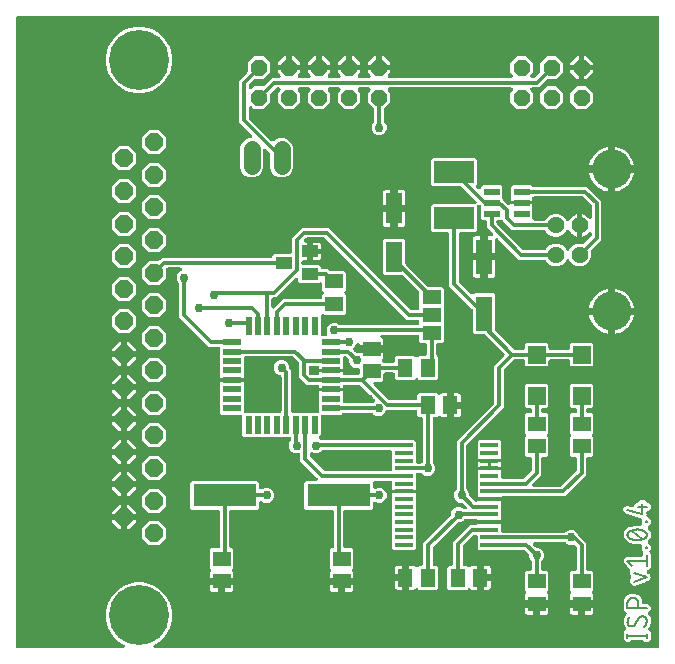
<source format=gbr>
G04 EAGLE Gerber RS-274X export*
G75*
%MOMM*%
%FSLAX34Y34*%
%LPD*%
%INTop Copper*%
%IPPOS*%
%AMOC8*
5,1,8,0,0,1.08239X$1,22.5*%
G01*
%ADD10C,0.152400*%
%ADD11R,1.500000X1.300000*%
%ADD12R,1.500000X0.400000*%
%ADD13R,5.334000X1.930400*%
%ADD14P,1.649562X8X292.500000*%
%ADD15C,5.080000*%
%ADD16R,1.500000X0.550000*%
%ADD17R,0.550000X1.500000*%
%ADD18R,1.300000X1.500000*%
%ADD19R,1.400000X3.000000*%
%ADD20R,1.400000X2.600000*%
%ADD21R,1.600200X1.168400*%
%ADD22C,1.422400*%
%ADD23R,1.400000X1.000000*%
%ADD24P,1.539592X8X22.500000*%
%ADD25R,1.500000X1.500000*%
%ADD26R,3.400000X1.900000*%
%ADD27R,1.320800X0.558800*%
%ADD28C,3.316000*%
%ADD29C,1.428000*%
%ADD30C,0.756400*%
%ADD31C,0.304800*%

G36*
X107160Y10175D02*
X107160Y10175D01*
X107285Y10181D01*
X107333Y10195D01*
X107382Y10201D01*
X107500Y10243D01*
X107620Y10277D01*
X107664Y10301D01*
X107710Y10318D01*
X107815Y10386D01*
X107925Y10447D01*
X107961Y10480D01*
X108003Y10507D01*
X108090Y10597D01*
X108183Y10681D01*
X108211Y10722D01*
X108245Y10758D01*
X108310Y10865D01*
X108381Y10968D01*
X108399Y11014D01*
X108424Y11057D01*
X108462Y11176D01*
X108508Y11292D01*
X108515Y11341D01*
X108530Y11389D01*
X108540Y11513D01*
X108559Y11637D01*
X108554Y11687D01*
X108558Y11736D01*
X108540Y11860D01*
X108529Y11984D01*
X108514Y12032D01*
X108507Y12081D01*
X108461Y12197D01*
X108422Y12316D01*
X108396Y12359D01*
X108378Y12405D01*
X108307Y12507D01*
X108242Y12615D01*
X108207Y12650D01*
X108179Y12691D01*
X108086Y12774D01*
X107999Y12864D01*
X107947Y12900D01*
X107920Y12924D01*
X107878Y12947D01*
X107798Y13003D01*
X103494Y15488D01*
X98292Y20690D01*
X94613Y27061D01*
X92709Y34168D01*
X92709Y41524D01*
X94613Y48631D01*
X98292Y55002D01*
X103494Y60204D01*
X109865Y63883D01*
X116972Y65787D01*
X124328Y65787D01*
X131435Y63883D01*
X137806Y60204D01*
X143008Y55002D01*
X146687Y48631D01*
X148591Y41524D01*
X148591Y34168D01*
X146687Y27061D01*
X143008Y20690D01*
X137806Y15488D01*
X133502Y13003D01*
X133402Y12929D01*
X133297Y12861D01*
X133262Y12825D01*
X133222Y12796D01*
X133142Y12700D01*
X133055Y12610D01*
X133029Y12568D01*
X132997Y12530D01*
X132940Y12418D01*
X132876Y12311D01*
X132861Y12264D01*
X132838Y12220D01*
X132808Y12098D01*
X132770Y11979D01*
X132766Y11930D01*
X132754Y11881D01*
X132752Y11756D01*
X132742Y11632D01*
X132749Y11583D01*
X132748Y11533D01*
X132775Y11411D01*
X132793Y11287D01*
X132812Y11241D01*
X132822Y11192D01*
X132876Y11080D01*
X132922Y10963D01*
X132950Y10923D01*
X132972Y10878D01*
X133050Y10780D01*
X133121Y10677D01*
X133158Y10644D01*
X133189Y10605D01*
X133287Y10527D01*
X133380Y10444D01*
X133423Y10420D01*
X133462Y10389D01*
X133575Y10336D01*
X133685Y10275D01*
X133733Y10262D01*
X133778Y10240D01*
X133900Y10214D01*
X134020Y10180D01*
X134083Y10175D01*
X134118Y10168D01*
X134166Y10169D01*
X134264Y10161D01*
X559616Y10161D01*
X559642Y10164D01*
X559668Y10162D01*
X559815Y10184D01*
X559962Y10201D01*
X559987Y10209D01*
X560013Y10213D01*
X560151Y10268D01*
X560290Y10318D01*
X560312Y10332D01*
X560337Y10342D01*
X560458Y10427D01*
X560583Y10507D01*
X560601Y10526D01*
X560623Y10541D01*
X560722Y10651D01*
X560825Y10758D01*
X560839Y10780D01*
X560856Y10800D01*
X560928Y10930D01*
X561004Y11057D01*
X561012Y11082D01*
X561025Y11105D01*
X561065Y11248D01*
X561110Y11389D01*
X561112Y11415D01*
X561120Y11440D01*
X561139Y11684D01*
X561139Y543816D01*
X561136Y543842D01*
X561138Y543868D01*
X561116Y544015D01*
X561099Y544162D01*
X561091Y544187D01*
X561087Y544213D01*
X561032Y544351D01*
X560982Y544490D01*
X560968Y544512D01*
X560958Y544537D01*
X560873Y544658D01*
X560793Y544783D01*
X560774Y544801D01*
X560759Y544823D01*
X560649Y544922D01*
X560542Y545025D01*
X560520Y545039D01*
X560500Y545056D01*
X560370Y545128D01*
X560243Y545204D01*
X560218Y545212D01*
X560195Y545225D01*
X560052Y545265D01*
X559911Y545310D01*
X559885Y545312D01*
X559860Y545320D01*
X559616Y545339D01*
X18034Y545339D01*
X18008Y545336D01*
X17982Y545338D01*
X17835Y545316D01*
X17688Y545299D01*
X17663Y545291D01*
X17637Y545287D01*
X17499Y545232D01*
X17360Y545182D01*
X17338Y545168D01*
X17313Y545158D01*
X17192Y545073D01*
X17067Y544993D01*
X17049Y544974D01*
X17027Y544959D01*
X16928Y544849D01*
X16825Y544742D01*
X16811Y544720D01*
X16794Y544700D01*
X16722Y544570D01*
X16646Y544443D01*
X16638Y544418D01*
X16625Y544395D01*
X16585Y544252D01*
X16540Y544111D01*
X16538Y544085D01*
X16530Y544060D01*
X16511Y543816D01*
X16511Y11684D01*
X16514Y11658D01*
X16512Y11632D01*
X16534Y11485D01*
X16551Y11338D01*
X16559Y11313D01*
X16563Y11287D01*
X16618Y11149D01*
X16668Y11010D01*
X16682Y10988D01*
X16692Y10963D01*
X16777Y10842D01*
X16857Y10717D01*
X16876Y10699D01*
X16891Y10677D01*
X17001Y10578D01*
X17108Y10475D01*
X17130Y10461D01*
X17150Y10444D01*
X17280Y10372D01*
X17407Y10296D01*
X17432Y10288D01*
X17455Y10275D01*
X17598Y10235D01*
X17739Y10190D01*
X17765Y10188D01*
X17790Y10180D01*
X18034Y10161D01*
X107036Y10161D01*
X107160Y10175D01*
G37*
%LPC*%
G36*
X292099Y66699D02*
X292099Y66699D01*
X292099Y68224D01*
X292096Y68250D01*
X292098Y68276D01*
X292076Y68423D01*
X292059Y68570D01*
X292050Y68595D01*
X292047Y68621D01*
X291992Y68759D01*
X291942Y68898D01*
X291928Y68920D01*
X291918Y68945D01*
X291833Y69066D01*
X291753Y69191D01*
X291734Y69209D01*
X291719Y69231D01*
X291609Y69330D01*
X291502Y69433D01*
X291480Y69447D01*
X291460Y69464D01*
X291330Y69536D01*
X291203Y69612D01*
X291178Y69620D01*
X291155Y69633D01*
X291012Y69673D01*
X290871Y69718D01*
X290845Y69720D01*
X290820Y69728D01*
X290576Y69747D01*
X282059Y69747D01*
X282059Y73535D01*
X282232Y74181D01*
X282567Y74760D01*
X282930Y75123D01*
X282946Y75143D01*
X282966Y75160D01*
X283054Y75280D01*
X283146Y75396D01*
X283158Y75420D01*
X283173Y75441D01*
X283232Y75577D01*
X283295Y75711D01*
X283301Y75737D01*
X283311Y75761D01*
X283337Y75907D01*
X283369Y76052D01*
X283368Y76078D01*
X283373Y76104D01*
X283365Y76251D01*
X283363Y76400D01*
X283356Y76426D01*
X283355Y76452D01*
X283314Y76594D01*
X283278Y76738D01*
X283266Y76761D01*
X283258Y76787D01*
X283186Y76916D01*
X283118Y77048D01*
X283101Y77068D01*
X283088Y77091D01*
X282930Y77277D01*
X282059Y78148D01*
X282059Y93252D01*
X283548Y94741D01*
X283972Y94741D01*
X283998Y94744D01*
X284024Y94742D01*
X284171Y94764D01*
X284318Y94781D01*
X284343Y94789D01*
X284369Y94793D01*
X284507Y94848D01*
X284646Y94898D01*
X284668Y94912D01*
X284693Y94922D01*
X284814Y95007D01*
X284939Y95087D01*
X284957Y95106D01*
X284979Y95121D01*
X285078Y95231D01*
X285181Y95338D01*
X285195Y95360D01*
X285212Y95380D01*
X285284Y95510D01*
X285360Y95637D01*
X285368Y95662D01*
X285381Y95685D01*
X285421Y95828D01*
X285466Y95969D01*
X285468Y95995D01*
X285476Y96020D01*
X285495Y96264D01*
X285495Y125984D01*
X285492Y126010D01*
X285494Y126036D01*
X285472Y126183D01*
X285455Y126330D01*
X285447Y126355D01*
X285443Y126381D01*
X285388Y126519D01*
X285338Y126658D01*
X285324Y126680D01*
X285314Y126705D01*
X285229Y126826D01*
X285149Y126951D01*
X285130Y126969D01*
X285115Y126991D01*
X285005Y127090D01*
X284898Y127193D01*
X284876Y127207D01*
X284856Y127224D01*
X284726Y127296D01*
X284599Y127372D01*
X284574Y127380D01*
X284551Y127393D01*
X284408Y127433D01*
X284267Y127478D01*
X284241Y127480D01*
X284216Y127488D01*
X283972Y127507D01*
X261838Y127507D01*
X260349Y128996D01*
X260349Y150404D01*
X261838Y151893D01*
X270481Y151893D01*
X270581Y151904D01*
X270682Y151906D01*
X270754Y151924D01*
X270828Y151933D01*
X270922Y151966D01*
X271020Y151991D01*
X271086Y152025D01*
X271156Y152050D01*
X271240Y152105D01*
X271329Y152151D01*
X271386Y152199D01*
X271449Y152239D01*
X271518Y152311D01*
X271595Y152376D01*
X271639Y152436D01*
X271691Y152490D01*
X271742Y152576D01*
X271802Y152657D01*
X271831Y152725D01*
X271870Y152789D01*
X271900Y152885D01*
X271940Y152977D01*
X271953Y153050D01*
X271976Y153121D01*
X271984Y153221D01*
X272002Y153320D01*
X271998Y153394D01*
X272004Y153468D01*
X271989Y153567D01*
X271984Y153668D01*
X271963Y153739D01*
X271952Y153813D01*
X271915Y153906D01*
X271887Y154003D01*
X271851Y154068D01*
X271823Y154137D01*
X271766Y154219D01*
X271717Y154307D01*
X271652Y154383D01*
X271624Y154423D01*
X271598Y154447D01*
X271559Y154493D01*
X257235Y168816D01*
X257235Y173827D01*
X257218Y173976D01*
X257206Y174126D01*
X257198Y174149D01*
X257195Y174173D01*
X257145Y174315D01*
X257098Y174458D01*
X257086Y174478D01*
X257078Y174501D01*
X256996Y174628D01*
X256919Y174756D01*
X256902Y174774D01*
X256889Y174794D01*
X256781Y174898D01*
X256676Y175006D01*
X256656Y175019D01*
X256638Y175036D01*
X256509Y175113D01*
X256382Y175195D01*
X256360Y175203D01*
X256339Y175215D01*
X256196Y175261D01*
X256054Y175311D01*
X256030Y175314D01*
X256007Y175321D01*
X255857Y175333D01*
X255708Y175350D01*
X255684Y175347D01*
X255660Y175349D01*
X255511Y175327D01*
X255362Y175309D01*
X255334Y175300D01*
X255315Y175297D01*
X255290Y175287D01*
X252742Y175287D01*
X250418Y176250D01*
X248640Y178028D01*
X247677Y180352D01*
X247677Y182868D01*
X248640Y185192D01*
X248789Y185341D01*
X248868Y185440D01*
X248952Y185534D01*
X248976Y185576D01*
X249006Y185614D01*
X249060Y185728D01*
X249121Y185839D01*
X249134Y185885D01*
X249155Y185929D01*
X249181Y186052D01*
X249216Y186174D01*
X249221Y186235D01*
X249228Y186270D01*
X249227Y186318D01*
X249235Y186418D01*
X249235Y187736D01*
X249232Y187762D01*
X249234Y187788D01*
X249212Y187935D01*
X249195Y188082D01*
X249187Y188107D01*
X249183Y188133D01*
X249128Y188271D01*
X249078Y188410D01*
X249064Y188432D01*
X249054Y188457D01*
X248969Y188578D01*
X248889Y188703D01*
X248870Y188721D01*
X248855Y188743D01*
X248745Y188842D01*
X248638Y188945D01*
X248616Y188959D01*
X248596Y188976D01*
X248466Y189048D01*
X248339Y189124D01*
X248314Y189132D01*
X248291Y189145D01*
X248148Y189185D01*
X248007Y189230D01*
X247981Y189232D01*
X247956Y189240D01*
X247712Y189259D01*
X209498Y189259D01*
X208009Y190748D01*
X208009Y206486D01*
X208006Y206512D01*
X208008Y206538D01*
X207986Y206685D01*
X207969Y206832D01*
X207961Y206857D01*
X207957Y206883D01*
X207902Y207021D01*
X207852Y207160D01*
X207838Y207182D01*
X207828Y207207D01*
X207743Y207328D01*
X207663Y207453D01*
X207644Y207471D01*
X207629Y207493D01*
X207519Y207592D01*
X207412Y207695D01*
X207390Y207709D01*
X207370Y207726D01*
X207240Y207798D01*
X207113Y207874D01*
X207088Y207882D01*
X207065Y207895D01*
X206922Y207935D01*
X206781Y207980D01*
X206755Y207982D01*
X206730Y207990D01*
X206486Y208009D01*
X190748Y208009D01*
X189259Y209498D01*
X189259Y233402D01*
X189270Y233451D01*
X189306Y233598D01*
X189307Y233621D01*
X189312Y233644D01*
X189309Y233795D01*
X189311Y233947D01*
X189306Y233974D01*
X189306Y233993D01*
X189294Y234038D01*
X189267Y234187D01*
X189259Y234216D01*
X189259Y235777D01*
X199300Y235777D01*
X209341Y235777D01*
X209341Y234216D01*
X209333Y234187D01*
X209311Y234037D01*
X209284Y233889D01*
X209285Y233866D01*
X209282Y233842D01*
X209294Y233691D01*
X209302Y233541D01*
X209309Y233518D01*
X209311Y233495D01*
X209341Y233401D01*
X209341Y210864D01*
X209344Y210838D01*
X209342Y210812D01*
X209364Y210665D01*
X209381Y210518D01*
X209389Y210493D01*
X209393Y210467D01*
X209448Y210329D01*
X209498Y210190D01*
X209512Y210168D01*
X209522Y210143D01*
X209607Y210022D01*
X209687Y209897D01*
X209706Y209879D01*
X209721Y209857D01*
X209831Y209758D01*
X209938Y209655D01*
X209960Y209641D01*
X209980Y209624D01*
X210110Y209552D01*
X210237Y209476D01*
X210262Y209468D01*
X210285Y209455D01*
X210428Y209415D01*
X210569Y209370D01*
X210595Y209368D01*
X210620Y209360D01*
X210864Y209341D01*
X239712Y209341D01*
X239738Y209344D01*
X239764Y209342D01*
X239911Y209364D01*
X240058Y209381D01*
X240083Y209389D01*
X240109Y209393D01*
X240247Y209448D01*
X240386Y209498D01*
X240408Y209512D01*
X240433Y209522D01*
X240554Y209607D01*
X240679Y209687D01*
X240697Y209706D01*
X240719Y209721D01*
X240818Y209831D01*
X240921Y209938D01*
X240935Y209960D01*
X240952Y209980D01*
X241024Y210110D01*
X241100Y210237D01*
X241108Y210262D01*
X241121Y210285D01*
X241161Y210428D01*
X241206Y210569D01*
X241208Y210595D01*
X241216Y210620D01*
X241235Y210864D01*
X241235Y239815D01*
X241227Y239891D01*
X241228Y239968D01*
X241207Y240064D01*
X241195Y240162D01*
X241170Y240233D01*
X241153Y240308D01*
X241111Y240397D01*
X241078Y240490D01*
X241036Y240554D01*
X241004Y240623D01*
X240942Y240700D01*
X240889Y240782D01*
X240834Y240836D01*
X240786Y240895D01*
X240709Y240956D01*
X240638Y241025D01*
X240573Y241064D01*
X240513Y241111D01*
X240379Y241179D01*
X240339Y241203D01*
X240321Y241209D01*
X240295Y241223D01*
X237718Y242290D01*
X235940Y244068D01*
X234977Y246392D01*
X234977Y248908D01*
X235940Y251232D01*
X237718Y253010D01*
X240042Y253973D01*
X242558Y253973D01*
X244882Y253010D01*
X246660Y251232D01*
X247623Y248908D01*
X247623Y247707D01*
X247637Y247581D01*
X247644Y247455D01*
X247657Y247408D01*
X247663Y247360D01*
X247705Y247241D01*
X247740Y247120D01*
X247764Y247078D01*
X247780Y247032D01*
X247849Y246926D01*
X247910Y246816D01*
X247950Y246769D01*
X247969Y246739D01*
X248004Y246706D01*
X248069Y246629D01*
X249365Y245334D01*
X249365Y210864D01*
X249368Y210838D01*
X249366Y210812D01*
X249388Y210665D01*
X249405Y210518D01*
X249413Y210493D01*
X249417Y210467D01*
X249472Y210329D01*
X249522Y210190D01*
X249536Y210168D01*
X249546Y210143D01*
X249631Y210022D01*
X249711Y209897D01*
X249730Y209879D01*
X249745Y209857D01*
X249855Y209758D01*
X249962Y209655D01*
X249984Y209641D01*
X250004Y209624D01*
X250134Y209552D01*
X250261Y209476D01*
X250286Y209468D01*
X250309Y209455D01*
X250452Y209415D01*
X250593Y209370D01*
X250619Y209368D01*
X250644Y209360D01*
X250888Y209341D01*
X271736Y209341D01*
X271762Y209344D01*
X271788Y209342D01*
X271935Y209364D01*
X272082Y209381D01*
X272107Y209389D01*
X272133Y209393D01*
X272271Y209448D01*
X272410Y209498D01*
X272432Y209512D01*
X272457Y209522D01*
X272578Y209607D01*
X272703Y209687D01*
X272721Y209706D01*
X272743Y209721D01*
X272842Y209831D01*
X272945Y209938D01*
X272959Y209960D01*
X272976Y209980D01*
X273048Y210110D01*
X273124Y210237D01*
X273132Y210262D01*
X273145Y210285D01*
X273185Y210428D01*
X273230Y210569D01*
X273232Y210595D01*
X273240Y210620D01*
X273259Y210864D01*
X273259Y225402D01*
X273270Y225451D01*
X273306Y225598D01*
X273307Y225621D01*
X273312Y225644D01*
X273309Y225795D01*
X273311Y225947D01*
X273306Y225974D01*
X273306Y225993D01*
X273294Y226038D01*
X273267Y226187D01*
X273259Y226216D01*
X273259Y227777D01*
X283300Y227777D01*
X293341Y227777D01*
X293341Y226216D01*
X293333Y226187D01*
X293311Y226037D01*
X293284Y225889D01*
X293285Y225866D01*
X293282Y225842D01*
X293294Y225691D01*
X293302Y225541D01*
X293309Y225518D01*
X293311Y225495D01*
X293341Y225401D01*
X293341Y218948D01*
X293344Y218922D01*
X293342Y218896D01*
X293364Y218749D01*
X293381Y218602D01*
X293389Y218577D01*
X293393Y218551D01*
X293448Y218413D01*
X293498Y218274D01*
X293512Y218252D01*
X293522Y218227D01*
X293607Y218106D01*
X293687Y217981D01*
X293706Y217963D01*
X293721Y217941D01*
X293831Y217842D01*
X293938Y217739D01*
X293960Y217725D01*
X293980Y217708D01*
X294110Y217636D01*
X294237Y217560D01*
X294262Y217552D01*
X294285Y217539D01*
X294428Y217499D01*
X294569Y217454D01*
X294595Y217452D01*
X294620Y217444D01*
X294864Y217425D01*
X317862Y217425D01*
X317987Y217439D01*
X318114Y217446D01*
X318160Y217459D01*
X318208Y217465D01*
X318327Y217507D01*
X318449Y217542D01*
X318491Y217566D01*
X318536Y217582D01*
X318643Y217651D01*
X318753Y217712D01*
X318799Y217752D01*
X318829Y217771D01*
X318863Y217806D01*
X318939Y217871D01*
X319883Y218815D01*
X319899Y218835D01*
X319919Y218852D01*
X320007Y218971D01*
X320099Y219088D01*
X320111Y219111D01*
X320126Y219132D01*
X320185Y219268D01*
X320248Y219403D01*
X320254Y219428D01*
X320264Y219452D01*
X320291Y219598D01*
X320322Y219743D01*
X320321Y219769D01*
X320326Y219795D01*
X320318Y219944D01*
X320316Y220092D01*
X320309Y220117D01*
X320308Y220143D01*
X320267Y220286D01*
X320231Y220430D01*
X320219Y220453D01*
X320212Y220478D01*
X320139Y220608D01*
X320071Y220740D01*
X320054Y220760D01*
X320041Y220782D01*
X319883Y220969D01*
X308062Y232789D01*
X307963Y232868D01*
X307870Y232952D01*
X307827Y232976D01*
X307789Y233006D01*
X307675Y233060D01*
X307565Y233121D01*
X307518Y233134D01*
X307474Y233155D01*
X307351Y233181D01*
X307229Y233216D01*
X307168Y233221D01*
X307134Y233228D01*
X307086Y233227D01*
X306985Y233235D01*
X294864Y233235D01*
X294838Y233232D01*
X294812Y233234D01*
X294665Y233212D01*
X294518Y233195D01*
X294493Y233187D01*
X294467Y233183D01*
X294329Y233128D01*
X294190Y233078D01*
X294168Y233064D01*
X294143Y233054D01*
X294022Y232969D01*
X293897Y232889D01*
X293879Y232870D01*
X293857Y232855D01*
X293758Y232745D01*
X293655Y232638D01*
X293641Y232616D01*
X293624Y232596D01*
X293552Y232466D01*
X293476Y232339D01*
X293468Y232314D01*
X293455Y232291D01*
X293415Y232148D01*
X293370Y232007D01*
X293368Y231981D01*
X293360Y231956D01*
X293341Y231712D01*
X293341Y230823D01*
X283300Y230823D01*
X273259Y230823D01*
X273259Y231712D01*
X273256Y231738D01*
X273258Y231764D01*
X273236Y231911D01*
X273219Y232058D01*
X273211Y232083D01*
X273207Y232109D01*
X273152Y232247D01*
X273102Y232386D01*
X273088Y232408D01*
X273078Y232433D01*
X272994Y232554D01*
X272913Y232679D01*
X272894Y232697D01*
X272879Y232719D01*
X272769Y232818D01*
X272662Y232921D01*
X272640Y232935D01*
X272620Y232952D01*
X272490Y233024D01*
X272363Y233100D01*
X272338Y233108D01*
X272315Y233121D01*
X272172Y233161D01*
X272031Y233206D01*
X272005Y233208D01*
X271980Y233216D01*
X271736Y233235D01*
X262666Y233235D01*
X259112Y236789D01*
X256285Y239616D01*
X256285Y251685D01*
X256271Y251811D01*
X256264Y251937D01*
X256251Y251984D01*
X256245Y252032D01*
X256203Y252151D01*
X256168Y252272D01*
X256144Y252314D01*
X256128Y252360D01*
X256059Y252466D01*
X255998Y252576D01*
X255958Y252622D01*
X255939Y252652D01*
X255904Y252686D01*
X255839Y252762D01*
X251812Y256789D01*
X251713Y256868D01*
X251620Y256952D01*
X251577Y256976D01*
X251539Y257006D01*
X251425Y257060D01*
X251315Y257121D01*
X251268Y257134D01*
X251224Y257155D01*
X251101Y257181D01*
X250979Y257216D01*
X250918Y257221D01*
X250884Y257228D01*
X250836Y257227D01*
X250735Y257235D01*
X210864Y257235D01*
X210838Y257232D01*
X210812Y257234D01*
X210665Y257212D01*
X210518Y257195D01*
X210493Y257187D01*
X210467Y257183D01*
X210329Y257128D01*
X210190Y257078D01*
X210168Y257064D01*
X210143Y257054D01*
X210022Y256969D01*
X209897Y256889D01*
X209879Y256870D01*
X209857Y256855D01*
X209758Y256745D01*
X209655Y256638D01*
X209641Y256616D01*
X209624Y256596D01*
X209552Y256466D01*
X209476Y256339D01*
X209468Y256314D01*
X209455Y256291D01*
X209415Y256148D01*
X209370Y256007D01*
X209368Y255981D01*
X209360Y255956D01*
X209341Y255712D01*
X209341Y241198D01*
X209330Y241149D01*
X209294Y241002D01*
X209293Y240978D01*
X209288Y240955D01*
X209291Y240805D01*
X209289Y240654D01*
X209294Y240626D01*
X209294Y240607D01*
X209306Y240562D01*
X209333Y240413D01*
X209341Y240384D01*
X209341Y238823D01*
X199300Y238823D01*
X189259Y238823D01*
X189259Y240384D01*
X189267Y240413D01*
X189289Y240562D01*
X189316Y240711D01*
X189315Y240735D01*
X189318Y240758D01*
X189306Y240908D01*
X189298Y241059D01*
X189291Y241081D01*
X189289Y241105D01*
X189259Y241199D01*
X189259Y263712D01*
X189256Y263738D01*
X189258Y263764D01*
X189236Y263911D01*
X189219Y264058D01*
X189211Y264083D01*
X189207Y264109D01*
X189152Y264247D01*
X189102Y264386D01*
X189088Y264408D01*
X189078Y264433D01*
X188993Y264554D01*
X188913Y264679D01*
X188894Y264697D01*
X188879Y264719D01*
X188769Y264818D01*
X188662Y264921D01*
X188640Y264935D01*
X188620Y264952D01*
X188490Y265024D01*
X188363Y265100D01*
X188338Y265108D01*
X188315Y265121D01*
X188172Y265161D01*
X188031Y265206D01*
X188005Y265208D01*
X187980Y265216D01*
X187736Y265235D01*
X179866Y265235D01*
X154685Y290416D01*
X154685Y318342D01*
X154671Y318468D01*
X154664Y318594D01*
X154651Y318640D01*
X154645Y318688D01*
X154603Y318807D01*
X154568Y318929D01*
X154544Y318971D01*
X154528Y319016D01*
X154459Y319123D01*
X154398Y319233D01*
X154358Y319279D01*
X154339Y319309D01*
X154304Y319343D01*
X154239Y319419D01*
X153390Y320268D01*
X152427Y322592D01*
X152427Y325108D01*
X153390Y327432D01*
X155168Y329210D01*
X156000Y329555D01*
X156044Y329579D01*
X156092Y329596D01*
X156196Y329664D01*
X156305Y329724D01*
X156342Y329758D01*
X156385Y329785D01*
X156471Y329875D01*
X156563Y329958D01*
X156592Y330000D01*
X156627Y330036D01*
X156691Y330143D01*
X156761Y330245D01*
X156780Y330292D01*
X156806Y330335D01*
X156843Y330453D01*
X156889Y330569D01*
X156896Y330619D01*
X156912Y330667D01*
X156922Y330791D01*
X156940Y330914D01*
X156936Y330964D01*
X156940Y331014D01*
X156921Y331137D01*
X156911Y331261D01*
X156896Y331309D01*
X156888Y331359D01*
X156842Y331475D01*
X156804Y331593D01*
X156778Y331636D01*
X156759Y331683D01*
X156688Y331785D01*
X156624Y331891D01*
X156589Y331928D01*
X156560Y331969D01*
X156468Y332052D01*
X156381Y332141D01*
X156339Y332169D01*
X156302Y332202D01*
X156193Y332263D01*
X156088Y332330D01*
X156041Y332346D01*
X155997Y332371D01*
X155877Y332405D01*
X155760Y332446D01*
X155710Y332452D01*
X155661Y332466D01*
X155417Y332485D01*
X145034Y332485D01*
X145008Y332482D01*
X144982Y332484D01*
X144835Y332462D01*
X144688Y332445D01*
X144663Y332437D01*
X144637Y332433D01*
X144499Y332378D01*
X144360Y332328D01*
X144338Y332314D01*
X144313Y332304D01*
X144192Y332219D01*
X144067Y332139D01*
X144049Y332120D01*
X144027Y332105D01*
X143928Y331995D01*
X143825Y331888D01*
X143811Y331866D01*
X143794Y331846D01*
X143722Y331716D01*
X143646Y331589D01*
X143638Y331564D01*
X143625Y331541D01*
X143585Y331398D01*
X143540Y331257D01*
X143538Y331231D01*
X143530Y331206D01*
X143511Y330962D01*
X143511Y323959D01*
X137559Y318007D01*
X129141Y318007D01*
X123189Y323959D01*
X123189Y332377D01*
X129141Y338329D01*
X137131Y338329D01*
X137257Y338343D01*
X137383Y338350D01*
X137430Y338363D01*
X137478Y338369D01*
X137597Y338411D01*
X137718Y338446D01*
X137760Y338470D01*
X137806Y338486D01*
X137912Y338555D01*
X138022Y338616D01*
X138068Y338656D01*
X138098Y338675D01*
X138132Y338710D01*
X138208Y338775D01*
X140048Y340615D01*
X231936Y340615D01*
X231962Y340618D01*
X231988Y340616D01*
X232135Y340638D01*
X232282Y340655D01*
X232307Y340663D01*
X232333Y340667D01*
X232471Y340722D01*
X232610Y340772D01*
X232632Y340786D01*
X232657Y340796D01*
X232778Y340881D01*
X232903Y340961D01*
X232921Y340980D01*
X232943Y340995D01*
X233042Y341105D01*
X233145Y341212D01*
X233159Y341234D01*
X233176Y341254D01*
X233248Y341384D01*
X233324Y341511D01*
X233332Y341536D01*
X233345Y341559D01*
X233385Y341702D01*
X233430Y341843D01*
X233432Y341869D01*
X233440Y341894D01*
X233459Y342138D01*
X233459Y342602D01*
X234948Y344091D01*
X248412Y344091D01*
X248438Y344094D01*
X248464Y344092D01*
X248611Y344114D01*
X248758Y344131D01*
X248783Y344139D01*
X248809Y344143D01*
X248947Y344198D01*
X249086Y344248D01*
X249108Y344262D01*
X249133Y344272D01*
X249254Y344357D01*
X249379Y344437D01*
X249397Y344456D01*
X249419Y344471D01*
X249518Y344581D01*
X249621Y344688D01*
X249635Y344710D01*
X249652Y344730D01*
X249724Y344860D01*
X249800Y344987D01*
X249808Y345012D01*
X249821Y345035D01*
X249861Y345178D01*
X249906Y345319D01*
X249908Y345345D01*
X249916Y345370D01*
X249935Y345614D01*
X249935Y357284D01*
X258666Y366015D01*
X281084Y366015D01*
X350488Y296611D01*
X350587Y296532D01*
X350680Y296448D01*
X350723Y296424D01*
X350761Y296394D01*
X350875Y296340D01*
X350985Y296279D01*
X351032Y296266D01*
X351076Y296245D01*
X351199Y296219D01*
X351321Y296184D01*
X351382Y296179D01*
X351416Y296172D01*
X351464Y296173D01*
X351565Y296165D01*
X356235Y296165D01*
X356261Y296168D01*
X356287Y296166D01*
X356434Y296188D01*
X356581Y296205D01*
X356606Y296213D01*
X356632Y296217D01*
X356770Y296272D01*
X356909Y296322D01*
X356931Y296336D01*
X356956Y296346D01*
X357077Y296431D01*
X357202Y296511D01*
X357220Y296530D01*
X357242Y296545D01*
X357341Y296655D01*
X357444Y296762D01*
X357458Y296784D01*
X357475Y296804D01*
X357547Y296934D01*
X357623Y297061D01*
X357631Y297086D01*
X357644Y297109D01*
X357684Y297252D01*
X357729Y297393D01*
X357731Y297419D01*
X357739Y297444D01*
X357758Y297688D01*
X357758Y299201D01*
X357772Y299231D01*
X357778Y299257D01*
X357788Y299281D01*
X357814Y299426D01*
X357846Y299571D01*
X357845Y299598D01*
X357850Y299624D01*
X357842Y299772D01*
X357840Y299920D01*
X357833Y299945D01*
X357832Y299972D01*
X357791Y300114D01*
X357758Y300244D01*
X357758Y311502D01*
X357744Y311628D01*
X357737Y311754D01*
X357724Y311801D01*
X357718Y311849D01*
X357676Y311968D01*
X357641Y312089D01*
X357617Y312131D01*
X357601Y312177D01*
X357532Y312283D01*
X357471Y312393D01*
X357431Y312439D01*
X357412Y312469D01*
X357377Y312503D01*
X357312Y312579D01*
X344428Y325463D01*
X344329Y325542D01*
X344236Y325626D01*
X344193Y325650D01*
X344155Y325680D01*
X344041Y325734D01*
X343931Y325795D01*
X343884Y325808D01*
X343840Y325829D01*
X343717Y325855D01*
X343595Y325890D01*
X343534Y325895D01*
X343500Y325902D01*
X343452Y325901D01*
X343351Y325909D01*
X328498Y325909D01*
X327009Y327398D01*
X327009Y355502D01*
X328498Y356991D01*
X344602Y356991D01*
X346091Y355502D01*
X346091Y335929D01*
X346105Y335803D01*
X346112Y335677D01*
X346125Y335630D01*
X346131Y335582D01*
X346173Y335463D01*
X346208Y335342D01*
X346232Y335300D01*
X346248Y335254D01*
X346317Y335148D01*
X346378Y335038D01*
X346418Y334992D01*
X346437Y334962D01*
X346472Y334928D01*
X346537Y334852D01*
X365220Y316169D01*
X365319Y316090D01*
X365412Y316006D01*
X365455Y315982D01*
X365493Y315952D01*
X365607Y315898D01*
X365717Y315837D01*
X365764Y315824D01*
X365808Y315803D01*
X365931Y315777D01*
X366053Y315742D01*
X366114Y315737D01*
X366148Y315730D01*
X366196Y315731D01*
X366297Y315723D01*
X377353Y315723D01*
X378842Y314234D01*
X378842Y300239D01*
X378828Y300209D01*
X378822Y300183D01*
X378812Y300159D01*
X378785Y300013D01*
X378754Y299868D01*
X378755Y299842D01*
X378750Y299816D01*
X378758Y299668D01*
X378760Y299520D01*
X378767Y299494D01*
X378768Y299468D01*
X378809Y299325D01*
X378842Y299196D01*
X378842Y284999D01*
X378828Y284969D01*
X378822Y284943D01*
X378812Y284919D01*
X378785Y284773D01*
X378754Y284628D01*
X378755Y284602D01*
X378750Y284576D01*
X378758Y284428D01*
X378760Y284280D01*
X378767Y284254D01*
X378768Y284228D01*
X378809Y284085D01*
X378842Y283956D01*
X378842Y269966D01*
X377353Y268477D01*
X373888Y268477D01*
X373862Y268474D01*
X373836Y268476D01*
X373689Y268454D01*
X373542Y268437D01*
X373517Y268429D01*
X373491Y268425D01*
X373353Y268370D01*
X373214Y268320D01*
X373192Y268306D01*
X373167Y268296D01*
X373046Y268211D01*
X372921Y268131D01*
X372903Y268112D01*
X372881Y268097D01*
X372782Y267987D01*
X372679Y267880D01*
X372665Y267858D01*
X372648Y267838D01*
X372576Y267708D01*
X372500Y267581D01*
X372492Y267556D01*
X372479Y267533D01*
X372439Y267390D01*
X372394Y267249D01*
X372392Y267223D01*
X372384Y267198D01*
X372365Y266954D01*
X372365Y258609D01*
X372379Y258484D01*
X372386Y258358D01*
X372399Y258311D01*
X372405Y258263D01*
X372447Y258144D01*
X372482Y258023D01*
X372506Y257981D01*
X372522Y257935D01*
X372591Y257829D01*
X372652Y257719D01*
X372692Y257672D01*
X372711Y257642D01*
X372746Y257609D01*
X372811Y257532D01*
X374141Y256202D01*
X374141Y239098D01*
X372652Y237609D01*
X357548Y237609D01*
X356677Y238480D01*
X356657Y238496D01*
X356640Y238516D01*
X356520Y238604D01*
X356404Y238696D01*
X356380Y238708D01*
X356359Y238723D01*
X356223Y238782D01*
X356089Y238845D01*
X356063Y238851D01*
X356039Y238861D01*
X355893Y238887D01*
X355748Y238919D01*
X355722Y238918D01*
X355696Y238923D01*
X355548Y238915D01*
X355400Y238913D01*
X355374Y238906D01*
X355348Y238905D01*
X355206Y238864D01*
X355062Y238828D01*
X355039Y238816D01*
X355013Y238808D01*
X354884Y238736D01*
X354752Y238668D01*
X354732Y238651D01*
X354709Y238638D01*
X354523Y238480D01*
X353652Y237609D01*
X338548Y237609D01*
X337059Y239098D01*
X337059Y242062D01*
X337056Y242088D01*
X337058Y242114D01*
X337036Y242261D01*
X337019Y242408D01*
X337011Y242433D01*
X337007Y242459D01*
X336952Y242597D01*
X336902Y242736D01*
X336888Y242758D01*
X336878Y242783D01*
X336793Y242904D01*
X336713Y243029D01*
X336694Y243047D01*
X336679Y243069D01*
X336569Y243168D01*
X336462Y243271D01*
X336440Y243285D01*
X336420Y243302D01*
X336290Y243374D01*
X336163Y243450D01*
X336138Y243458D01*
X336115Y243471D01*
X335972Y243511D01*
X335831Y243556D01*
X335805Y243558D01*
X335780Y243566D01*
X335536Y243585D01*
X329064Y243585D01*
X329038Y243582D01*
X329012Y243584D01*
X328865Y243562D01*
X328718Y243545D01*
X328693Y243537D01*
X328667Y243533D01*
X328529Y243478D01*
X328390Y243428D01*
X328368Y243414D01*
X328343Y243404D01*
X328222Y243319D01*
X328097Y243239D01*
X328079Y243220D01*
X328057Y243205D01*
X327958Y243095D01*
X327855Y242988D01*
X327841Y242966D01*
X327824Y242946D01*
X327752Y242816D01*
X327676Y242689D01*
X327668Y242664D01*
X327655Y242641D01*
X327615Y242498D01*
X327570Y242357D01*
X327568Y242331D01*
X327560Y242306D01*
X327541Y242062D01*
X327541Y236948D01*
X326052Y235459D01*
X320567Y235459D01*
X320467Y235448D01*
X320366Y235446D01*
X320294Y235428D01*
X320220Y235419D01*
X320126Y235386D01*
X320028Y235361D01*
X319962Y235327D01*
X319892Y235302D01*
X319808Y235247D01*
X319719Y235201D01*
X319662Y235153D01*
X319599Y235113D01*
X319530Y235041D01*
X319453Y234976D01*
X319409Y234916D01*
X319357Y234862D01*
X319306Y234776D01*
X319246Y234695D01*
X319217Y234627D01*
X319178Y234563D01*
X319148Y234467D01*
X319108Y234375D01*
X319095Y234302D01*
X319072Y234231D01*
X319064Y234131D01*
X319046Y234032D01*
X319050Y233958D01*
X319044Y233884D01*
X319059Y233784D01*
X319064Y233684D01*
X319085Y233613D01*
X319096Y233539D01*
X319133Y233446D01*
X319161Y233349D01*
X319197Y233284D01*
X319225Y233215D01*
X319282Y233133D01*
X319331Y233045D01*
X319396Y232969D01*
X319424Y232929D01*
X319450Y232905D01*
X319489Y232859D01*
X331938Y220411D01*
X332037Y220332D01*
X332130Y220248D01*
X332173Y220224D01*
X332211Y220194D01*
X332325Y220140D01*
X332435Y220079D01*
X332482Y220066D01*
X332526Y220045D01*
X332649Y220019D01*
X332771Y219984D01*
X332832Y219979D01*
X332866Y219972D01*
X332914Y219973D01*
X333015Y219965D01*
X354586Y219965D01*
X354612Y219968D01*
X354638Y219966D01*
X354785Y219988D01*
X354932Y220005D01*
X354957Y220013D01*
X354983Y220017D01*
X355121Y220072D01*
X355260Y220122D01*
X355282Y220136D01*
X355307Y220146D01*
X355428Y220231D01*
X355553Y220311D01*
X355571Y220330D01*
X355593Y220345D01*
X355692Y220455D01*
X355795Y220562D01*
X355809Y220584D01*
X355826Y220604D01*
X355898Y220734D01*
X355974Y220861D01*
X355982Y220886D01*
X355995Y220909D01*
X356035Y221052D01*
X356080Y221193D01*
X356082Y221219D01*
X356090Y221244D01*
X356109Y221488D01*
X356109Y224452D01*
X357598Y225941D01*
X372702Y225941D01*
X373573Y225070D01*
X373593Y225054D01*
X373610Y225034D01*
X373730Y224946D01*
X373846Y224854D01*
X373870Y224842D01*
X373891Y224827D01*
X374027Y224768D01*
X374161Y224705D01*
X374187Y224699D01*
X374211Y224689D01*
X374357Y224663D01*
X374502Y224631D01*
X374528Y224632D01*
X374554Y224627D01*
X374702Y224635D01*
X374850Y224637D01*
X374876Y224644D01*
X374902Y224645D01*
X375044Y224686D01*
X375188Y224722D01*
X375211Y224734D01*
X375237Y224742D01*
X375366Y224814D01*
X375498Y224882D01*
X375518Y224899D01*
X375541Y224912D01*
X375727Y225070D01*
X376090Y225433D01*
X376669Y225768D01*
X377315Y225941D01*
X381103Y225941D01*
X381103Y217424D01*
X381106Y217398D01*
X381104Y217372D01*
X381126Y217225D01*
X381143Y217078D01*
X381151Y217053D01*
X381155Y217027D01*
X381210Y216889D01*
X381260Y216750D01*
X381274Y216728D01*
X381284Y216703D01*
X381369Y216582D01*
X381449Y216457D01*
X381468Y216439D01*
X381483Y216417D01*
X381593Y216318D01*
X381700Y216215D01*
X381722Y216201D01*
X381742Y216184D01*
X381872Y216112D01*
X381999Y216036D01*
X382024Y216028D01*
X382047Y216015D01*
X382190Y215975D01*
X382331Y215930D01*
X382357Y215928D01*
X382382Y215920D01*
X382626Y215901D01*
X384151Y215901D01*
X384151Y215899D01*
X382626Y215899D01*
X382600Y215896D01*
X382574Y215898D01*
X382427Y215876D01*
X382280Y215859D01*
X382255Y215850D01*
X382229Y215847D01*
X382091Y215792D01*
X381952Y215742D01*
X381930Y215728D01*
X381905Y215718D01*
X381784Y215633D01*
X381659Y215553D01*
X381641Y215534D01*
X381619Y215519D01*
X381520Y215409D01*
X381417Y215302D01*
X381403Y215280D01*
X381386Y215260D01*
X381314Y215130D01*
X381238Y215003D01*
X381230Y214978D01*
X381217Y214955D01*
X381177Y214812D01*
X381132Y214671D01*
X381130Y214645D01*
X381122Y214620D01*
X381103Y214376D01*
X381103Y205859D01*
X377315Y205859D01*
X376669Y206032D01*
X376090Y206367D01*
X375727Y206730D01*
X375707Y206746D01*
X375690Y206766D01*
X375570Y206854D01*
X375454Y206946D01*
X375430Y206958D01*
X375409Y206973D01*
X375273Y207032D01*
X375139Y207095D01*
X375113Y207101D01*
X375089Y207111D01*
X374943Y207137D01*
X374798Y207169D01*
X374772Y207168D01*
X374746Y207173D01*
X374598Y207165D01*
X374450Y207163D01*
X374424Y207156D01*
X374398Y207155D01*
X374256Y207114D01*
X374112Y207078D01*
X374089Y207066D01*
X374063Y207058D01*
X373934Y206986D01*
X373802Y206918D01*
X373782Y206901D01*
X373759Y206888D01*
X373573Y206730D01*
X372702Y205859D01*
X370738Y205859D01*
X370712Y205856D01*
X370686Y205858D01*
X370539Y205836D01*
X370392Y205819D01*
X370367Y205811D01*
X370341Y205807D01*
X370203Y205752D01*
X370064Y205702D01*
X370042Y205688D01*
X370017Y205678D01*
X369896Y205593D01*
X369771Y205513D01*
X369753Y205494D01*
X369731Y205479D01*
X369632Y205369D01*
X369529Y205262D01*
X369515Y205240D01*
X369498Y205220D01*
X369426Y205090D01*
X369350Y204963D01*
X369342Y204938D01*
X369329Y204915D01*
X369289Y204772D01*
X369244Y204631D01*
X369242Y204605D01*
X369234Y204580D01*
X369215Y204336D01*
X369215Y167918D01*
X369229Y167792D01*
X369236Y167666D01*
X369249Y167620D01*
X369255Y167572D01*
X369297Y167453D01*
X369332Y167331D01*
X369356Y167289D01*
X369372Y167244D01*
X369441Y167137D01*
X369502Y167027D01*
X369542Y166981D01*
X369561Y166951D01*
X369596Y166917D01*
X369661Y166841D01*
X370360Y166142D01*
X371323Y163818D01*
X371323Y161302D01*
X370360Y158978D01*
X368582Y157200D01*
X366258Y156237D01*
X363742Y156237D01*
X361418Y157200D01*
X360679Y157939D01*
X360580Y158018D01*
X360486Y158102D01*
X360444Y158126D01*
X360406Y158156D01*
X360292Y158210D01*
X360181Y158271D01*
X360135Y158284D01*
X360091Y158305D01*
X359968Y158331D01*
X359846Y158366D01*
X359785Y158371D01*
X359750Y158378D01*
X359702Y158377D01*
X359602Y158385D01*
X356314Y158385D01*
X356288Y158382D01*
X356262Y158384D01*
X356115Y158362D01*
X355968Y158345D01*
X355943Y158337D01*
X355917Y158333D01*
X355779Y158278D01*
X355640Y158228D01*
X355618Y158214D01*
X355593Y158204D01*
X355472Y158119D01*
X355347Y158039D01*
X355329Y158020D01*
X355307Y158005D01*
X355208Y157895D01*
X355105Y157788D01*
X355091Y157766D01*
X355074Y157746D01*
X355002Y157616D01*
X354926Y157489D01*
X354918Y157464D01*
X354905Y157441D01*
X354865Y157298D01*
X354820Y157157D01*
X354818Y157131D01*
X354810Y157106D01*
X354791Y156862D01*
X354791Y146098D01*
X354780Y146049D01*
X354744Y145902D01*
X354743Y145879D01*
X354738Y145856D01*
X354741Y145705D01*
X354739Y145553D01*
X354744Y145526D01*
X354744Y145507D01*
X354756Y145462D01*
X354783Y145313D01*
X354791Y145284D01*
X354791Y144473D01*
X344750Y144473D01*
X334709Y144473D01*
X334709Y145284D01*
X334717Y145313D01*
X334739Y145463D01*
X334766Y145611D01*
X334765Y145634D01*
X334768Y145658D01*
X334756Y145809D01*
X334748Y145959D01*
X334741Y145982D01*
X334739Y146005D01*
X334709Y146099D01*
X334709Y150362D01*
X334706Y150388D01*
X334708Y150414D01*
X334686Y150561D01*
X334669Y150708D01*
X334661Y150733D01*
X334657Y150759D01*
X334602Y150897D01*
X334552Y151036D01*
X334538Y151058D01*
X334528Y151083D01*
X334443Y151204D01*
X334363Y151329D01*
X334344Y151347D01*
X334329Y151369D01*
X334219Y151468D01*
X334112Y151571D01*
X334090Y151585D01*
X334070Y151602D01*
X333940Y151674D01*
X333813Y151750D01*
X333788Y151758D01*
X333765Y151771D01*
X333622Y151811D01*
X333481Y151856D01*
X333455Y151858D01*
X333430Y151866D01*
X333186Y151885D01*
X320294Y151885D01*
X320268Y151882D01*
X320242Y151884D01*
X320095Y151862D01*
X319948Y151845D01*
X319923Y151837D01*
X319897Y151833D01*
X319759Y151778D01*
X319620Y151728D01*
X319598Y151714D01*
X319573Y151704D01*
X319452Y151619D01*
X319327Y151539D01*
X319309Y151520D01*
X319287Y151505D01*
X319188Y151395D01*
X319085Y151288D01*
X319071Y151266D01*
X319054Y151246D01*
X318982Y151116D01*
X318906Y150989D01*
X318898Y150964D01*
X318885Y150941D01*
X318845Y150798D01*
X318800Y150657D01*
X318798Y150631D01*
X318790Y150606D01*
X318771Y150362D01*
X318771Y146719D01*
X318788Y146571D01*
X318800Y146420D01*
X318808Y146397D01*
X318811Y146373D01*
X318861Y146232D01*
X318907Y146089D01*
X318920Y146068D01*
X318928Y146045D01*
X319010Y145919D01*
X319087Y145790D01*
X319104Y145773D01*
X319117Y145752D01*
X319225Y145648D01*
X319330Y145540D01*
X319350Y145527D01*
X319368Y145510D01*
X319497Y145433D01*
X319623Y145352D01*
X319646Y145344D01*
X319667Y145331D01*
X319810Y145286D01*
X319952Y145235D01*
X319976Y145232D01*
X319999Y145225D01*
X320148Y145213D01*
X320298Y145196D01*
X320322Y145199D01*
X320346Y145197D01*
X320494Y145219D01*
X320644Y145237D01*
X320672Y145246D01*
X320691Y145249D01*
X320734Y145266D01*
X320877Y145312D01*
X322592Y146023D01*
X325108Y146023D01*
X327432Y145060D01*
X329210Y143282D01*
X330173Y140958D01*
X330173Y138442D01*
X329210Y136118D01*
X327432Y134340D01*
X325108Y133377D01*
X322592Y133377D01*
X320877Y134088D01*
X320732Y134129D01*
X320589Y134175D01*
X320565Y134177D01*
X320542Y134183D01*
X320391Y134191D01*
X320242Y134203D01*
X320218Y134199D01*
X320194Y134200D01*
X320046Y134173D01*
X319897Y134151D01*
X319875Y134142D01*
X319851Y134138D01*
X319713Y134078D01*
X319573Y134022D01*
X319553Y134009D01*
X319531Y133999D01*
X319410Y133909D01*
X319287Y133824D01*
X319271Y133806D01*
X319251Y133791D01*
X319154Y133676D01*
X319054Y133565D01*
X319042Y133544D01*
X319026Y133525D01*
X318958Y133392D01*
X318885Y133260D01*
X318879Y133236D01*
X318868Y133215D01*
X318831Y133069D01*
X318790Y132924D01*
X318788Y132895D01*
X318783Y132877D01*
X318783Y132830D01*
X318771Y132681D01*
X318771Y128996D01*
X317282Y127507D01*
X295148Y127507D01*
X295122Y127504D01*
X295096Y127506D01*
X294949Y127484D01*
X294802Y127467D01*
X294777Y127459D01*
X294751Y127455D01*
X294613Y127400D01*
X294474Y127350D01*
X294452Y127336D01*
X294427Y127326D01*
X294306Y127241D01*
X294181Y127161D01*
X294163Y127142D01*
X294141Y127127D01*
X294042Y127017D01*
X293939Y126910D01*
X293925Y126888D01*
X293908Y126868D01*
X293836Y126738D01*
X293760Y126611D01*
X293752Y126586D01*
X293739Y126563D01*
X293699Y126420D01*
X293654Y126279D01*
X293652Y126253D01*
X293644Y126228D01*
X293625Y125984D01*
X293625Y96264D01*
X293628Y96238D01*
X293626Y96212D01*
X293648Y96065D01*
X293665Y95918D01*
X293673Y95893D01*
X293677Y95867D01*
X293732Y95729D01*
X293782Y95590D01*
X293796Y95568D01*
X293806Y95543D01*
X293891Y95422D01*
X293971Y95297D01*
X293990Y95279D01*
X294005Y95257D01*
X294115Y95158D01*
X294222Y95055D01*
X294244Y95041D01*
X294264Y95024D01*
X294394Y94952D01*
X294521Y94876D01*
X294546Y94868D01*
X294569Y94855D01*
X294712Y94815D01*
X294853Y94770D01*
X294879Y94768D01*
X294904Y94760D01*
X295148Y94741D01*
X300652Y94741D01*
X302141Y93252D01*
X302141Y78148D01*
X301270Y77277D01*
X301254Y77257D01*
X301234Y77240D01*
X301146Y77120D01*
X301054Y77004D01*
X301042Y76980D01*
X301027Y76959D01*
X300968Y76823D01*
X300905Y76689D01*
X300899Y76663D01*
X300889Y76639D01*
X300862Y76493D01*
X300831Y76348D01*
X300832Y76322D01*
X300827Y76296D01*
X300835Y76148D01*
X300837Y76000D01*
X300844Y75974D01*
X300845Y75948D01*
X300886Y75806D01*
X300922Y75662D01*
X300934Y75638D01*
X300942Y75613D01*
X301014Y75484D01*
X301082Y75352D01*
X301099Y75332D01*
X301112Y75309D01*
X301270Y75123D01*
X301633Y74760D01*
X301968Y74181D01*
X302141Y73535D01*
X302141Y69747D01*
X293624Y69747D01*
X293598Y69744D01*
X293572Y69746D01*
X293425Y69724D01*
X293278Y69707D01*
X293253Y69698D01*
X293227Y69695D01*
X293089Y69640D01*
X292950Y69590D01*
X292928Y69576D01*
X292903Y69566D01*
X292782Y69481D01*
X292657Y69401D01*
X292639Y69382D01*
X292617Y69367D01*
X292518Y69257D01*
X292415Y69150D01*
X292401Y69128D01*
X292384Y69108D01*
X292312Y68978D01*
X292236Y68851D01*
X292228Y68826D01*
X292215Y68803D01*
X292175Y68660D01*
X292130Y68519D01*
X292128Y68493D01*
X292120Y68468D01*
X292101Y68224D01*
X292101Y66699D01*
X292099Y66699D01*
G37*
%LPD*%
%LPC*%
G36*
X349147Y59809D02*
X349147Y59809D01*
X349147Y68326D01*
X349144Y68352D01*
X349146Y68378D01*
X349124Y68525D01*
X349107Y68672D01*
X349098Y68697D01*
X349095Y68723D01*
X349040Y68861D01*
X348990Y69000D01*
X348976Y69022D01*
X348966Y69047D01*
X348881Y69168D01*
X348801Y69293D01*
X348782Y69311D01*
X348767Y69333D01*
X348657Y69432D01*
X348550Y69535D01*
X348528Y69549D01*
X348508Y69566D01*
X348378Y69638D01*
X348251Y69714D01*
X348226Y69722D01*
X348203Y69735D01*
X348060Y69775D01*
X347919Y69820D01*
X347893Y69822D01*
X347868Y69830D01*
X347624Y69849D01*
X346099Y69849D01*
X346099Y69851D01*
X347624Y69851D01*
X347650Y69854D01*
X347676Y69852D01*
X347823Y69874D01*
X347970Y69891D01*
X347995Y69900D01*
X348021Y69903D01*
X348159Y69958D01*
X348298Y70008D01*
X348320Y70022D01*
X348345Y70032D01*
X348466Y70117D01*
X348591Y70197D01*
X348609Y70216D01*
X348631Y70231D01*
X348730Y70341D01*
X348833Y70448D01*
X348847Y70470D01*
X348864Y70490D01*
X348936Y70620D01*
X349012Y70747D01*
X349020Y70772D01*
X349033Y70795D01*
X349073Y70938D01*
X349118Y71079D01*
X349120Y71105D01*
X349128Y71130D01*
X349147Y71374D01*
X349147Y79891D01*
X352935Y79891D01*
X353581Y79718D01*
X354160Y79383D01*
X354523Y79020D01*
X354543Y79004D01*
X354560Y78984D01*
X354680Y78896D01*
X354796Y78804D01*
X354820Y78792D01*
X354841Y78777D01*
X354977Y78718D01*
X355111Y78655D01*
X355137Y78649D01*
X355161Y78639D01*
X355307Y78613D01*
X355452Y78581D01*
X355478Y78582D01*
X355504Y78577D01*
X355652Y78585D01*
X355800Y78587D01*
X355826Y78594D01*
X355852Y78595D01*
X355994Y78636D01*
X356138Y78672D01*
X356161Y78684D01*
X356187Y78692D01*
X356316Y78764D01*
X356448Y78832D01*
X356468Y78849D01*
X356491Y78862D01*
X356677Y79020D01*
X357548Y79891D01*
X359512Y79891D01*
X359538Y79894D01*
X359564Y79892D01*
X359711Y79914D01*
X359858Y79931D01*
X359883Y79939D01*
X359909Y79943D01*
X360047Y79998D01*
X360186Y80048D01*
X360208Y80062D01*
X360233Y80072D01*
X360354Y80157D01*
X360479Y80237D01*
X360497Y80256D01*
X360519Y80271D01*
X360618Y80381D01*
X360721Y80488D01*
X360735Y80510D01*
X360752Y80530D01*
X360824Y80660D01*
X360900Y80787D01*
X360908Y80812D01*
X360921Y80835D01*
X360961Y80978D01*
X361006Y81119D01*
X361008Y81145D01*
X361016Y81170D01*
X361035Y81414D01*
X361035Y98814D01*
X384391Y122170D01*
X384470Y122269D01*
X384554Y122362D01*
X384578Y122405D01*
X384608Y122443D01*
X384662Y122557D01*
X384723Y122667D01*
X384736Y122714D01*
X384757Y122758D01*
X384783Y122881D01*
X384818Y123003D01*
X384823Y123064D01*
X384830Y123098D01*
X384829Y123146D01*
X384837Y123247D01*
X384837Y124448D01*
X385800Y126772D01*
X387578Y128550D01*
X389902Y129513D01*
X392418Y129513D01*
X394742Y128550D01*
X395331Y127961D01*
X395430Y127882D01*
X395524Y127798D01*
X395566Y127774D01*
X395604Y127744D01*
X395718Y127690D01*
X395829Y127629D01*
X395875Y127616D01*
X395919Y127595D01*
X396042Y127569D01*
X396164Y127534D01*
X396225Y127529D01*
X396260Y127522D01*
X396307Y127523D01*
X396311Y127522D01*
X396317Y127522D01*
X396408Y127515D01*
X396459Y127515D01*
X396559Y127526D01*
X396660Y127528D01*
X396732Y127546D01*
X396806Y127555D01*
X396900Y127588D01*
X396998Y127613D01*
X397064Y127647D01*
X397134Y127672D01*
X397218Y127727D01*
X397307Y127773D01*
X397364Y127821D01*
X397427Y127861D01*
X397496Y127933D01*
X397573Y127998D01*
X397617Y128058D01*
X397669Y128112D01*
X397720Y128198D01*
X397780Y128279D01*
X397809Y128347D01*
X397848Y128411D01*
X397878Y128507D01*
X397918Y128599D01*
X397931Y128672D01*
X397954Y128743D01*
X397962Y128843D01*
X397980Y128942D01*
X397976Y129016D01*
X397982Y129090D01*
X397967Y129190D01*
X397962Y129290D01*
X397941Y129361D01*
X397930Y129435D01*
X397893Y129528D01*
X397865Y129625D01*
X397829Y129690D01*
X397801Y129759D01*
X397744Y129841D01*
X397695Y129929D01*
X397630Y130005D01*
X397602Y130045D01*
X397576Y130069D01*
X397537Y130115D01*
X394720Y132931D01*
X394621Y133010D01*
X394528Y133094D01*
X394485Y133118D01*
X394447Y133148D01*
X394333Y133202D01*
X394223Y133263D01*
X394176Y133276D01*
X394132Y133297D01*
X394009Y133323D01*
X393887Y133358D01*
X393826Y133363D01*
X393792Y133370D01*
X393744Y133369D01*
X393643Y133377D01*
X392442Y133377D01*
X390118Y134340D01*
X388340Y136118D01*
X387377Y138442D01*
X387377Y140958D01*
X388340Y143282D01*
X389189Y144131D01*
X389268Y144230D01*
X389352Y144324D01*
X389376Y144366D01*
X389406Y144404D01*
X389460Y144518D01*
X389521Y144629D01*
X389534Y144675D01*
X389555Y144719D01*
X389581Y144842D01*
X389616Y144964D01*
X389621Y145025D01*
X389628Y145060D01*
X389627Y145108D01*
X389635Y145208D01*
X389635Y185834D01*
X420939Y217138D01*
X421018Y217237D01*
X421102Y217330D01*
X421126Y217373D01*
X421156Y217411D01*
X421210Y217525D01*
X421271Y217635D01*
X421284Y217682D01*
X421305Y217726D01*
X421331Y217849D01*
X421366Y217971D01*
X421371Y218032D01*
X421378Y218066D01*
X421377Y218114D01*
X421385Y218215D01*
X421385Y249334D01*
X429774Y257723D01*
X429791Y257743D01*
X429811Y257760D01*
X429899Y257880D01*
X429991Y257996D01*
X430002Y258020D01*
X430018Y258041D01*
X430077Y258177D01*
X430140Y258311D01*
X430146Y258337D01*
X430156Y258361D01*
X430182Y258507D01*
X430213Y258652D01*
X430213Y258678D01*
X430218Y258704D01*
X430210Y258852D01*
X430207Y259000D01*
X430201Y259026D01*
X430200Y259052D01*
X430159Y259194D01*
X430122Y259338D01*
X430110Y259361D01*
X430103Y259387D01*
X430031Y259516D01*
X429963Y259648D01*
X429946Y259668D01*
X429933Y259691D01*
X429774Y259877D01*
X414138Y275513D01*
X414039Y275592D01*
X413946Y275676D01*
X413903Y275700D01*
X413865Y275730D01*
X413751Y275784D01*
X413641Y275845D01*
X413594Y275858D01*
X413550Y275879D01*
X413427Y275905D01*
X413305Y275940D01*
X413244Y275945D01*
X413210Y275952D01*
X413162Y275951D01*
X413061Y275959D01*
X404698Y275959D01*
X403209Y277448D01*
X403209Y296661D01*
X403195Y296787D01*
X403188Y296913D01*
X403175Y296960D01*
X403169Y297008D01*
X403127Y297127D01*
X403092Y297248D01*
X403068Y297290D01*
X403052Y297336D01*
X402983Y297442D01*
X402922Y297552D01*
X402882Y297598D01*
X402863Y297628D01*
X402828Y297662D01*
X402763Y297738D01*
X383285Y317216D01*
X383285Y360636D01*
X383282Y360662D01*
X383284Y360688D01*
X383262Y360835D01*
X383245Y360982D01*
X383237Y361007D01*
X383233Y361033D01*
X383178Y361171D01*
X383128Y361310D01*
X383114Y361332D01*
X383104Y361357D01*
X383019Y361478D01*
X382939Y361603D01*
X382920Y361621D01*
X382905Y361643D01*
X382795Y361742D01*
X382688Y361845D01*
X382666Y361859D01*
X382646Y361876D01*
X382516Y361948D01*
X382389Y362024D01*
X382364Y362032D01*
X382341Y362045D01*
X382198Y362085D01*
X382057Y362130D01*
X382031Y362132D01*
X382006Y362140D01*
X381762Y362159D01*
X369298Y362159D01*
X367809Y363648D01*
X367809Y384752D01*
X369298Y386241D01*
X404883Y386241D01*
X404983Y386252D01*
X405084Y386254D01*
X405156Y386272D01*
X405230Y386281D01*
X405324Y386314D01*
X405422Y386339D01*
X405488Y386373D01*
X405558Y386398D01*
X405642Y386453D01*
X405731Y386499D01*
X405788Y386547D01*
X405851Y386587D01*
X405920Y386659D01*
X405997Y386724D01*
X406041Y386784D01*
X406093Y386838D01*
X406144Y386924D01*
X406204Y387005D01*
X406233Y387073D01*
X406272Y387137D01*
X406302Y387233D01*
X406342Y387325D01*
X406355Y387398D01*
X406378Y387469D01*
X406386Y387569D01*
X406404Y387668D01*
X406400Y387742D01*
X406406Y387816D01*
X406391Y387916D01*
X406386Y388016D01*
X406365Y388087D01*
X406354Y388161D01*
X406317Y388254D01*
X406289Y388351D01*
X406253Y388416D01*
X406225Y388485D01*
X406168Y388567D01*
X406119Y388655D01*
X406054Y388731D01*
X406026Y388771D01*
X406000Y388795D01*
X405961Y388841D01*
X394088Y400713D01*
X393989Y400792D01*
X393896Y400876D01*
X393853Y400900D01*
X393815Y400930D01*
X393701Y400984D01*
X393591Y401045D01*
X393544Y401058D01*
X393500Y401079D01*
X393377Y401105D01*
X393255Y401140D01*
X393194Y401145D01*
X393160Y401152D01*
X393112Y401151D01*
X393011Y401159D01*
X369298Y401159D01*
X367809Y402648D01*
X367809Y423752D01*
X369298Y425241D01*
X405402Y425241D01*
X406891Y423752D01*
X406891Y402648D01*
X406348Y402105D01*
X406332Y402084D01*
X406312Y402067D01*
X406224Y401948D01*
X406131Y401832D01*
X406120Y401808D01*
X406104Y401787D01*
X406046Y401651D01*
X405982Y401517D01*
X405977Y401491D01*
X405966Y401467D01*
X405940Y401321D01*
X405909Y401176D01*
X405909Y401150D01*
X405905Y401124D01*
X405912Y400975D01*
X405915Y400827D01*
X405921Y400802D01*
X405923Y400776D01*
X405964Y400633D01*
X406000Y400490D01*
X406012Y400466D01*
X406019Y400441D01*
X406092Y400311D01*
X406160Y400180D01*
X406177Y400160D01*
X406189Y400137D01*
X406348Y399951D01*
X407355Y398943D01*
X407433Y398881D01*
X407506Y398811D01*
X407570Y398773D01*
X407628Y398727D01*
X407719Y398684D01*
X407805Y398632D01*
X407876Y398610D01*
X407943Y398578D01*
X408041Y398557D01*
X408137Y398526D01*
X408211Y398520D01*
X408284Y398505D01*
X408384Y398506D01*
X408484Y398498D01*
X408558Y398509D01*
X408632Y398511D01*
X408729Y398535D01*
X408829Y398550D01*
X408898Y398577D01*
X408970Y398596D01*
X409060Y398642D01*
X409153Y398679D01*
X409214Y398721D01*
X409280Y398755D01*
X409357Y398820D01*
X409439Y398878D01*
X409489Y398933D01*
X409545Y398981D01*
X409605Y399062D01*
X409672Y399136D01*
X409708Y399201D01*
X409753Y399261D01*
X409792Y399353D01*
X409841Y399441D01*
X409861Y399513D01*
X409891Y399581D01*
X409908Y399680D01*
X409936Y399777D01*
X409944Y399877D01*
X409952Y399924D01*
X409950Y399960D01*
X409955Y400021D01*
X409955Y400594D01*
X411444Y402083D01*
X426756Y402083D01*
X428245Y400594D01*
X428245Y392836D01*
X428241Y392829D01*
X428226Y392808D01*
X428167Y392672D01*
X428104Y392538D01*
X428098Y392512D01*
X428088Y392488D01*
X428062Y392342D01*
X428030Y392197D01*
X428031Y392171D01*
X428026Y392145D01*
X428034Y391997D01*
X428036Y391849D01*
X428043Y391823D01*
X428044Y391797D01*
X428085Y391655D01*
X428121Y391511D01*
X428133Y391488D01*
X428141Y391462D01*
X428213Y391333D01*
X428245Y391271D01*
X428245Y390935D01*
X428246Y390924D01*
X428246Y390921D01*
X428248Y390902D01*
X428259Y390809D01*
X428266Y390683D01*
X428279Y390636D01*
X428285Y390588D01*
X428327Y390469D01*
X428362Y390348D01*
X428386Y390306D01*
X428402Y390260D01*
X428471Y390154D01*
X428532Y390044D01*
X428572Y389998D01*
X428591Y389968D01*
X428626Y389934D01*
X428691Y389858D01*
X432755Y385794D01*
X432834Y385731D01*
X432906Y385661D01*
X432970Y385623D01*
X433028Y385577D01*
X433119Y385534D01*
X433205Y385482D01*
X433276Y385460D01*
X433343Y385428D01*
X433441Y385407D01*
X433537Y385376D01*
X433611Y385370D01*
X433684Y385355D01*
X433784Y385356D01*
X433884Y385348D01*
X433958Y385359D01*
X434032Y385361D01*
X434130Y385385D01*
X434229Y385400D01*
X434298Y385427D01*
X434370Y385446D01*
X434460Y385492D01*
X434553Y385529D01*
X434614Y385571D01*
X434680Y385605D01*
X434757Y385670D01*
X434839Y385728D01*
X434889Y385783D01*
X434940Y385827D01*
X444500Y385827D01*
X453645Y385827D01*
X453645Y384221D01*
X453472Y383575D01*
X453469Y383571D01*
X453468Y383570D01*
X453468Y383568D01*
X453397Y383405D01*
X453330Y383251D01*
X453330Y383250D01*
X453330Y383248D01*
X453298Y383073D01*
X453268Y382908D01*
X453268Y382907D01*
X453268Y382905D01*
X453277Y382730D01*
X453285Y382560D01*
X453286Y382559D01*
X453286Y382557D01*
X453334Y382391D01*
X453381Y382225D01*
X453382Y382224D01*
X453382Y382222D01*
X453474Y382059D01*
X453551Y381921D01*
X453552Y381920D01*
X453553Y381918D01*
X453645Y381810D01*
X453645Y373688D01*
X453648Y373662D01*
X453646Y373636D01*
X453668Y373489D01*
X453685Y373342D01*
X453693Y373317D01*
X453697Y373291D01*
X453752Y373153D01*
X453802Y373014D01*
X453816Y372992D01*
X453826Y372967D01*
X453911Y372846D01*
X453991Y372721D01*
X454010Y372703D01*
X454025Y372681D01*
X454135Y372582D01*
X454242Y372479D01*
X454264Y372465D01*
X454284Y372448D01*
X454414Y372376D01*
X454541Y372300D01*
X454566Y372292D01*
X454589Y372279D01*
X454732Y372239D01*
X454873Y372194D01*
X454899Y372192D01*
X454924Y372184D01*
X455168Y372165D01*
X463788Y372165D01*
X463863Y372173D01*
X463940Y372172D01*
X464036Y372193D01*
X464134Y372205D01*
X464206Y372230D01*
X464280Y372247D01*
X464369Y372289D01*
X464462Y372322D01*
X464526Y372364D01*
X464595Y372396D01*
X464672Y372458D01*
X464755Y372511D01*
X464808Y372566D01*
X464868Y372614D01*
X464929Y372691D01*
X464997Y372762D01*
X465036Y372827D01*
X465083Y372887D01*
X465152Y373020D01*
X465176Y373061D01*
X465181Y373079D01*
X465195Y373105D01*
X465393Y373584D01*
X468116Y376307D01*
X471674Y377781D01*
X475526Y377781D01*
X479084Y376307D01*
X481807Y373584D01*
X482212Y372607D01*
X482231Y372571D01*
X482245Y372533D01*
X482316Y372420D01*
X482381Y372302D01*
X482408Y372272D01*
X482430Y372238D01*
X482525Y372143D01*
X482615Y372044D01*
X482649Y372021D01*
X482677Y371992D01*
X482792Y371922D01*
X482902Y371846D01*
X482940Y371831D01*
X482974Y371810D01*
X483101Y371767D01*
X483226Y371718D01*
X483266Y371712D01*
X483305Y371699D01*
X483438Y371687D01*
X483571Y371667D01*
X483611Y371671D01*
X483652Y371667D01*
X483785Y371685D01*
X483918Y371696D01*
X483957Y371709D01*
X483997Y371714D01*
X484122Y371762D01*
X484250Y371803D01*
X484285Y371824D01*
X484323Y371839D01*
X484433Y371914D01*
X484548Y371983D01*
X484578Y372011D01*
X484611Y372034D01*
X484702Y372132D01*
X484798Y372226D01*
X484820Y372260D01*
X484848Y372290D01*
X484976Y372498D01*
X485320Y373174D01*
X486216Y374407D01*
X487293Y375484D01*
X488526Y376380D01*
X489884Y377071D01*
X491301Y377532D01*
X491301Y368876D01*
X491304Y368850D01*
X491302Y368824D01*
X491324Y368677D01*
X491341Y368530D01*
X491349Y368505D01*
X491353Y368479D01*
X491408Y368342D01*
X491458Y368202D01*
X491472Y368180D01*
X491482Y368155D01*
X491522Y368097D01*
X491512Y368078D01*
X491436Y367951D01*
X491428Y367926D01*
X491415Y367903D01*
X491375Y367760D01*
X491330Y367619D01*
X491327Y367593D01*
X491320Y367568D01*
X491301Y367324D01*
X491301Y358668D01*
X489884Y359129D01*
X488526Y359820D01*
X487293Y360716D01*
X486216Y361793D01*
X485320Y363026D01*
X484976Y363702D01*
X484954Y363736D01*
X484937Y363773D01*
X484858Y363880D01*
X484783Y363992D01*
X484754Y364020D01*
X484729Y364053D01*
X484627Y364139D01*
X484530Y364231D01*
X484494Y364252D01*
X484463Y364278D01*
X484344Y364339D01*
X484228Y364406D01*
X484190Y364418D01*
X484153Y364437D01*
X484023Y364469D01*
X483895Y364508D01*
X483855Y364511D01*
X483815Y364521D01*
X483681Y364523D01*
X483547Y364532D01*
X483507Y364525D01*
X483467Y364526D01*
X483336Y364497D01*
X483203Y364476D01*
X483166Y364460D01*
X483126Y364452D01*
X483005Y364394D01*
X482881Y364343D01*
X482848Y364319D01*
X482811Y364302D01*
X482707Y364218D01*
X482598Y364140D01*
X482571Y364110D01*
X482539Y364084D01*
X482456Y363979D01*
X482367Y363879D01*
X482348Y363843D01*
X482323Y363811D01*
X482212Y363593D01*
X481807Y362616D01*
X479084Y359893D01*
X475526Y358419D01*
X471674Y358419D01*
X468116Y359893D01*
X465393Y362616D01*
X465195Y363095D01*
X465158Y363162D01*
X465129Y363233D01*
X465073Y363313D01*
X465026Y363400D01*
X464974Y363456D01*
X464931Y363519D01*
X464858Y363585D01*
X464791Y363658D01*
X464728Y363701D01*
X464672Y363752D01*
X464586Y363800D01*
X464505Y363856D01*
X464434Y363884D01*
X464367Y363921D01*
X464272Y363948D01*
X464180Y363984D01*
X464105Y363995D01*
X464031Y364016D01*
X463882Y364028D01*
X463836Y364035D01*
X463817Y364033D01*
X463788Y364035D01*
X436666Y364035D01*
X428497Y372204D01*
X428477Y372221D01*
X428459Y372241D01*
X428340Y372329D01*
X428224Y372421D01*
X428200Y372432D01*
X428179Y372448D01*
X428043Y372506D01*
X427909Y372570D01*
X427883Y372575D01*
X427859Y372586D01*
X427713Y372612D01*
X427569Y372643D01*
X427542Y372643D01*
X427516Y372647D01*
X427368Y372640D01*
X427220Y372637D01*
X427195Y372631D01*
X427168Y372629D01*
X427126Y372617D01*
X424688Y372617D01*
X424662Y372614D01*
X424636Y372616D01*
X424489Y372594D01*
X424342Y372577D01*
X424317Y372569D01*
X424291Y372565D01*
X424153Y372510D01*
X424014Y372460D01*
X423992Y372446D01*
X423967Y372436D01*
X423846Y372351D01*
X423721Y372271D01*
X423703Y372252D01*
X423681Y372237D01*
X423582Y372127D01*
X423479Y372020D01*
X423465Y371998D01*
X423448Y371978D01*
X423376Y371848D01*
X423300Y371721D01*
X423292Y371696D01*
X423279Y371673D01*
X423239Y371530D01*
X423194Y371389D01*
X423192Y371363D01*
X423184Y371338D01*
X423165Y371094D01*
X423165Y370615D01*
X423179Y370489D01*
X423186Y370363D01*
X423199Y370316D01*
X423205Y370268D01*
X423247Y370149D01*
X423282Y370028D01*
X423306Y369986D01*
X423322Y369940D01*
X423391Y369834D01*
X423452Y369724D01*
X423492Y369678D01*
X423511Y369648D01*
X423546Y369614D01*
X423611Y369538D01*
X445538Y347611D01*
X445637Y347532D01*
X445730Y347448D01*
X445773Y347424D01*
X445811Y347394D01*
X445925Y347340D01*
X446035Y347279D01*
X446082Y347266D01*
X446126Y347245D01*
X446249Y347219D01*
X446371Y347184D01*
X446432Y347179D01*
X446466Y347172D01*
X446514Y347173D01*
X446615Y347165D01*
X463788Y347165D01*
X463863Y347173D01*
X463940Y347172D01*
X464036Y347193D01*
X464134Y347205D01*
X464206Y347230D01*
X464280Y347247D01*
X464369Y347289D01*
X464462Y347322D01*
X464526Y347364D01*
X464595Y347396D01*
X464672Y347458D01*
X464755Y347511D01*
X464808Y347566D01*
X464868Y347614D01*
X464929Y347691D01*
X464997Y347762D01*
X465036Y347827D01*
X465083Y347887D01*
X465152Y348020D01*
X465176Y348061D01*
X465181Y348079D01*
X465195Y348105D01*
X465393Y348584D01*
X468116Y351307D01*
X471674Y352781D01*
X475526Y352781D01*
X479084Y351307D01*
X481807Y348584D01*
X482193Y347652D01*
X482242Y347565D01*
X482282Y347472D01*
X482326Y347413D01*
X482362Y347348D01*
X482429Y347273D01*
X482489Y347193D01*
X482546Y347145D01*
X482596Y347090D01*
X482679Y347033D01*
X482755Y346968D01*
X482822Y346934D01*
X482883Y346891D01*
X482976Y346855D01*
X483066Y346809D01*
X483138Y346791D01*
X483207Y346764D01*
X483307Y346749D01*
X483404Y346725D01*
X483478Y346724D01*
X483552Y346713D01*
X483652Y346721D01*
X483752Y346720D01*
X483825Y346736D01*
X483899Y346742D01*
X483995Y346773D01*
X484093Y346794D01*
X484160Y346826D01*
X484231Y346849D01*
X484317Y346901D01*
X484408Y346944D01*
X484466Y346990D01*
X484529Y347028D01*
X484602Y347099D01*
X484680Y347161D01*
X484726Y347219D01*
X484779Y347271D01*
X484834Y347356D01*
X484896Y347435D01*
X484942Y347524D01*
X484968Y347565D01*
X484980Y347598D01*
X485007Y347652D01*
X485393Y348584D01*
X488116Y351307D01*
X491674Y352781D01*
X495526Y352781D01*
X496004Y352582D01*
X496078Y352561D01*
X496148Y352531D01*
X496245Y352514D01*
X496339Y352487D01*
X496416Y352483D01*
X496491Y352470D01*
X496589Y352475D01*
X496687Y352470D01*
X496763Y352484D01*
X496839Y352487D01*
X496933Y352515D01*
X497030Y352532D01*
X497100Y352563D01*
X497174Y352584D01*
X497260Y352632D01*
X497350Y352671D01*
X497411Y352717D01*
X497478Y352754D01*
X497592Y352851D01*
X497630Y352879D01*
X497642Y352894D01*
X497664Y352913D01*
X503489Y358738D01*
X503568Y358837D01*
X503652Y358930D01*
X503676Y358973D01*
X503706Y359011D01*
X503760Y359125D01*
X503821Y359235D01*
X503834Y359282D01*
X503855Y359326D01*
X503881Y359449D01*
X503916Y359571D01*
X503921Y359632D01*
X503928Y359666D01*
X503927Y359714D01*
X503935Y359815D01*
X503935Y361167D01*
X503930Y361213D01*
X503933Y361258D01*
X503910Y361385D01*
X503895Y361514D01*
X503880Y361556D01*
X503872Y361601D01*
X503821Y361720D01*
X503778Y361842D01*
X503753Y361880D01*
X503735Y361922D01*
X503659Y362026D01*
X503589Y362134D01*
X503556Y362166D01*
X503529Y362203D01*
X503431Y362287D01*
X503338Y362377D01*
X503299Y362400D01*
X503265Y362430D01*
X503150Y362489D01*
X503039Y362556D01*
X502996Y362569D01*
X502955Y362590D01*
X502830Y362622D01*
X502707Y362662D01*
X502662Y362665D01*
X502618Y362677D01*
X502488Y362679D01*
X502360Y362690D01*
X502315Y362683D01*
X502269Y362684D01*
X502143Y362657D01*
X502015Y362638D01*
X501973Y362621D01*
X501928Y362612D01*
X501811Y362557D01*
X501691Y362509D01*
X501654Y362483D01*
X501613Y362464D01*
X501511Y362384D01*
X501405Y362310D01*
X501375Y362277D01*
X501339Y362248D01*
X501180Y362063D01*
X500984Y361793D01*
X499907Y360716D01*
X498674Y359820D01*
X497316Y359129D01*
X495899Y358668D01*
X495899Y367324D01*
X495896Y367350D01*
X495898Y367376D01*
X495876Y367523D01*
X495859Y367670D01*
X495851Y367695D01*
X495847Y367721D01*
X495792Y367858D01*
X495742Y367998D01*
X495728Y368020D01*
X495718Y368045D01*
X495678Y368103D01*
X495688Y368122D01*
X495764Y368249D01*
X495772Y368274D01*
X495785Y368297D01*
X495825Y368440D01*
X495870Y368581D01*
X495872Y368607D01*
X495880Y368632D01*
X495899Y368876D01*
X495899Y377532D01*
X497316Y377071D01*
X498674Y376380D01*
X499907Y375484D01*
X500984Y374407D01*
X501180Y374137D01*
X501210Y374104D01*
X501235Y374066D01*
X501328Y373976D01*
X501415Y373881D01*
X501453Y373855D01*
X501486Y373823D01*
X501597Y373757D01*
X501703Y373684D01*
X501746Y373668D01*
X501785Y373644D01*
X501908Y373605D01*
X502028Y373559D01*
X502073Y373552D01*
X502117Y373538D01*
X502246Y373528D01*
X502373Y373510D01*
X502419Y373514D01*
X502464Y373510D01*
X502592Y373529D01*
X502721Y373541D01*
X502764Y373555D01*
X502809Y373562D01*
X502929Y373610D01*
X503052Y373650D01*
X503090Y373674D01*
X503133Y373691D01*
X503239Y373764D01*
X503349Y373832D01*
X503382Y373864D01*
X503419Y373890D01*
X503505Y373985D01*
X503597Y374076D01*
X503622Y374115D01*
X503652Y374148D01*
X503715Y374261D01*
X503784Y374371D01*
X503799Y374414D01*
X503821Y374453D01*
X503856Y374578D01*
X503898Y374700D01*
X503903Y374745D01*
X503916Y374789D01*
X503935Y375033D01*
X503935Y385035D01*
X503921Y385161D01*
X503914Y385287D01*
X503901Y385334D01*
X503895Y385382D01*
X503853Y385501D01*
X503818Y385622D01*
X503794Y385664D01*
X503778Y385710D01*
X503709Y385816D01*
X503648Y385926D01*
X503608Y385972D01*
X503589Y386002D01*
X503554Y386036D01*
X503489Y386112D01*
X497364Y392237D01*
X497265Y392316D01*
X497172Y392400D01*
X497129Y392424D01*
X497091Y392454D01*
X496977Y392508D01*
X496867Y392569D01*
X496820Y392582D01*
X496776Y392603D01*
X496653Y392629D01*
X496531Y392664D01*
X496470Y392669D01*
X496436Y392676D01*
X496388Y392675D01*
X496287Y392683D01*
X455039Y392683D01*
X454988Y392677D01*
X454937Y392680D01*
X454816Y392658D01*
X454693Y392643D01*
X454645Y392626D01*
X454595Y392617D01*
X454481Y392568D01*
X454365Y392526D01*
X454322Y392498D01*
X454275Y392478D01*
X454176Y392404D01*
X454072Y392337D01*
X454037Y392300D01*
X453996Y392270D01*
X453916Y392175D01*
X453830Y392086D01*
X453804Y392042D01*
X453771Y392003D01*
X453714Y391893D01*
X453651Y391787D01*
X453635Y391739D01*
X453612Y391693D01*
X453582Y391573D01*
X453545Y391455D01*
X453541Y391404D01*
X453528Y391355D01*
X453527Y391231D01*
X453517Y391108D01*
X453524Y391057D01*
X453524Y391006D01*
X453568Y390766D01*
X453645Y390479D01*
X453645Y388873D01*
X444500Y388873D01*
X435355Y388873D01*
X435355Y390479D01*
X435528Y391125D01*
X435531Y391129D01*
X435532Y391130D01*
X435532Y391132D01*
X435603Y391295D01*
X435670Y391449D01*
X435670Y391450D01*
X435670Y391452D01*
X435702Y391627D01*
X435732Y391792D01*
X435732Y391793D01*
X435732Y391795D01*
X435723Y391963D01*
X435715Y392140D01*
X435714Y392141D01*
X435714Y392143D01*
X435666Y392309D01*
X435619Y392475D01*
X435618Y392476D01*
X435618Y392478D01*
X435531Y392632D01*
X435449Y392779D01*
X435448Y392780D01*
X435447Y392782D01*
X435355Y392890D01*
X435355Y400594D01*
X436844Y402083D01*
X452156Y402083D01*
X452980Y401259D01*
X453079Y401180D01*
X453173Y401096D01*
X453215Y401072D01*
X453253Y401042D01*
X453367Y400988D01*
X453478Y400927D01*
X453525Y400914D01*
X453568Y400893D01*
X453692Y400867D01*
X453814Y400832D01*
X453874Y400827D01*
X453909Y400820D01*
X453957Y400821D01*
X454057Y400813D01*
X500286Y400813D01*
X512065Y389034D01*
X512065Y355816D01*
X509238Y352989D01*
X503413Y347164D01*
X503365Y347104D01*
X503310Y347051D01*
X503257Y346968D01*
X503196Y346891D01*
X503163Y346822D01*
X503122Y346758D01*
X503089Y346665D01*
X503047Y346576D01*
X503031Y346502D01*
X503005Y346429D01*
X502994Y346331D01*
X502974Y346235D01*
X502975Y346159D01*
X502967Y346083D01*
X502978Y345985D01*
X502980Y345887D01*
X502998Y345813D01*
X503007Y345737D01*
X503053Y345595D01*
X503065Y345549D01*
X503074Y345532D01*
X503082Y345504D01*
X503281Y345026D01*
X503281Y341174D01*
X501807Y337616D01*
X499084Y334893D01*
X495526Y333419D01*
X491674Y333419D01*
X488116Y334893D01*
X485393Y337616D01*
X485007Y338548D01*
X484959Y338635D01*
X484919Y338728D01*
X484874Y338787D01*
X484838Y338852D01*
X484771Y338927D01*
X484711Y339007D01*
X484654Y339055D01*
X484604Y339110D01*
X484521Y339168D01*
X484445Y339232D01*
X484378Y339266D01*
X484317Y339309D01*
X484224Y339345D01*
X484134Y339391D01*
X484062Y339409D01*
X483993Y339436D01*
X483894Y339451D01*
X483796Y339475D01*
X483722Y339476D01*
X483648Y339487D01*
X483548Y339479D01*
X483448Y339480D01*
X483375Y339464D01*
X483301Y339458D01*
X483205Y339427D01*
X483107Y339406D01*
X483040Y339374D01*
X482969Y339351D01*
X482883Y339299D01*
X482792Y339256D01*
X482734Y339210D01*
X482671Y339172D01*
X482599Y339102D01*
X482520Y339039D01*
X482474Y338981D01*
X482421Y338929D01*
X482366Y338844D01*
X482304Y338765D01*
X482258Y338676D01*
X482232Y338635D01*
X482220Y338602D01*
X482193Y338548D01*
X481807Y337616D01*
X479084Y334893D01*
X475526Y333419D01*
X471674Y333419D01*
X468116Y334893D01*
X465393Y337616D01*
X465195Y338095D01*
X465158Y338162D01*
X465129Y338233D01*
X465073Y338313D01*
X465026Y338400D01*
X464974Y338456D01*
X464931Y338519D01*
X464858Y338585D01*
X464791Y338658D01*
X464728Y338701D01*
X464672Y338752D01*
X464586Y338800D01*
X464505Y338856D01*
X464434Y338884D01*
X464367Y338921D01*
X464272Y338948D01*
X464180Y338984D01*
X464105Y338995D01*
X464031Y339016D01*
X463882Y339028D01*
X463836Y339035D01*
X463817Y339033D01*
X463788Y339035D01*
X442616Y339035D01*
X424891Y356761D01*
X424813Y356823D01*
X424740Y356893D01*
X424676Y356931D01*
X424618Y356977D01*
X424527Y357020D01*
X424441Y357072D01*
X424370Y357094D01*
X424303Y357126D01*
X424205Y357147D01*
X424109Y357178D01*
X424035Y357184D01*
X423962Y357199D01*
X423862Y357198D01*
X423762Y357206D01*
X423688Y357195D01*
X423614Y357193D01*
X423517Y357169D01*
X423417Y357154D01*
X423348Y357127D01*
X423276Y357108D01*
X423186Y357062D01*
X423093Y357025D01*
X423032Y356983D01*
X422966Y356949D01*
X422889Y356884D01*
X422807Y356826D01*
X422757Y356771D01*
X422701Y356723D01*
X422641Y356642D01*
X422574Y356568D01*
X422538Y356503D01*
X422493Y356443D01*
X422454Y356351D01*
X422405Y356263D01*
X422385Y356191D01*
X422355Y356123D01*
X422338Y356024D01*
X422310Y355927D01*
X422302Y355827D01*
X422294Y355780D01*
X422296Y355744D01*
X422291Y355683D01*
X422291Y344547D01*
X415797Y344547D01*
X415797Y359041D01*
X418933Y359041D01*
X419033Y359052D01*
X419134Y359054D01*
X419206Y359072D01*
X419280Y359081D01*
X419374Y359114D01*
X419472Y359139D01*
X419538Y359173D01*
X419608Y359198D01*
X419692Y359253D01*
X419781Y359299D01*
X419838Y359347D01*
X419901Y359387D01*
X419970Y359459D01*
X420047Y359524D01*
X420091Y359584D01*
X420143Y359638D01*
X420194Y359724D01*
X420254Y359805D01*
X420283Y359873D01*
X420322Y359937D01*
X420352Y360033D01*
X420392Y360125D01*
X420405Y360198D01*
X420428Y360269D01*
X420436Y360369D01*
X420454Y360468D01*
X420450Y360542D01*
X420456Y360616D01*
X420441Y360716D01*
X420436Y360816D01*
X420415Y360887D01*
X420404Y360961D01*
X420367Y361054D01*
X420339Y361151D01*
X420303Y361216D01*
X420275Y361285D01*
X420218Y361367D01*
X420169Y361455D01*
X420104Y361531D01*
X420076Y361571D01*
X420050Y361595D01*
X420011Y361641D01*
X417862Y363789D01*
X415035Y366616D01*
X415035Y371094D01*
X415032Y371120D01*
X415034Y371146D01*
X415012Y371293D01*
X414995Y371440D01*
X414987Y371465D01*
X414983Y371491D01*
X414928Y371629D01*
X414878Y371768D01*
X414864Y371790D01*
X414854Y371815D01*
X414769Y371936D01*
X414689Y372061D01*
X414670Y372079D01*
X414655Y372101D01*
X414545Y372200D01*
X414438Y372303D01*
X414416Y372317D01*
X414396Y372334D01*
X414266Y372406D01*
X414139Y372482D01*
X414114Y372490D01*
X414091Y372503D01*
X413948Y372543D01*
X413807Y372588D01*
X413781Y372590D01*
X413756Y372598D01*
X413512Y372617D01*
X411444Y372617D01*
X409955Y374106D01*
X409955Y381864D01*
X409959Y381871D01*
X409974Y381892D01*
X410033Y382028D01*
X410096Y382162D01*
X410102Y382188D01*
X410112Y382212D01*
X410138Y382358D01*
X410170Y382503D01*
X410169Y382529D01*
X410174Y382555D01*
X410166Y382703D01*
X410164Y382851D01*
X410157Y382877D01*
X410156Y382903D01*
X410115Y383045D01*
X410079Y383189D01*
X410067Y383213D01*
X410059Y383238D01*
X409987Y383367D01*
X409955Y383429D01*
X409955Y384215D01*
X409941Y384340D01*
X409935Y384466D01*
X409921Y384513D01*
X409915Y384562D01*
X409873Y384680D01*
X409838Y384801D01*
X409814Y384844D01*
X409798Y384890D01*
X409730Y384995D01*
X409668Y385105D01*
X409628Y385152D01*
X409609Y385182D01*
X409592Y385199D01*
X409591Y385201D01*
X409571Y385219D01*
X409510Y385292D01*
X409492Y385310D01*
X409413Y385372D01*
X409340Y385443D01*
X409277Y385481D01*
X409219Y385526D01*
X409128Y385570D01*
X409041Y385622D01*
X408971Y385644D01*
X408904Y385676D01*
X408805Y385697D01*
X408709Y385728D01*
X408636Y385734D01*
X408564Y385749D01*
X408462Y385748D01*
X408362Y385756D01*
X408289Y385745D01*
X408215Y385744D01*
X408117Y385719D01*
X408017Y385704D01*
X407949Y385677D01*
X407877Y385659D01*
X407787Y385613D01*
X407693Y385575D01*
X407633Y385533D01*
X407567Y385500D01*
X407490Y385434D01*
X407407Y385376D01*
X407358Y385322D01*
X407302Y385274D01*
X407241Y385193D01*
X407174Y385118D01*
X407138Y385053D01*
X407094Y384994D01*
X407054Y384901D01*
X407005Y384813D01*
X406985Y384742D01*
X406956Y384674D01*
X406938Y384575D01*
X406910Y384477D01*
X406902Y384378D01*
X406894Y384331D01*
X406896Y384295D01*
X406891Y384233D01*
X406891Y363648D01*
X405402Y362159D01*
X392938Y362159D01*
X392912Y362156D01*
X392886Y362158D01*
X392739Y362136D01*
X392592Y362119D01*
X392567Y362111D01*
X392541Y362107D01*
X392403Y362052D01*
X392264Y362002D01*
X392242Y361988D01*
X392217Y361978D01*
X392096Y361893D01*
X391971Y361813D01*
X391953Y361794D01*
X391931Y361779D01*
X391832Y361669D01*
X391729Y361562D01*
X391715Y361540D01*
X391698Y361520D01*
X391626Y361390D01*
X391550Y361263D01*
X391542Y361238D01*
X391529Y361215D01*
X391489Y361072D01*
X391444Y360931D01*
X391442Y360905D01*
X391434Y360880D01*
X391415Y360636D01*
X391415Y321215D01*
X391429Y321089D01*
X391436Y320963D01*
X391449Y320916D01*
X391455Y320868D01*
X391497Y320749D01*
X391532Y320628D01*
X391556Y320586D01*
X391572Y320540D01*
X391641Y320434D01*
X391702Y320324D01*
X391742Y320278D01*
X391761Y320248D01*
X391796Y320214D01*
X391861Y320138D01*
X401751Y310248D01*
X401771Y310232D01*
X401788Y310212D01*
X401907Y310123D01*
X402024Y310031D01*
X402047Y310020D01*
X402068Y310004D01*
X402204Y309946D01*
X402339Y309882D01*
X402364Y309877D01*
X402388Y309866D01*
X402534Y309840D01*
X402679Y309809D01*
X402705Y309809D01*
X402731Y309805D01*
X402880Y309812D01*
X403028Y309815D01*
X403053Y309821D01*
X403079Y309823D01*
X403222Y309864D01*
X403366Y309900D01*
X403389Y309912D01*
X403414Y309919D01*
X403544Y309992D01*
X403676Y310060D01*
X403696Y310077D01*
X403718Y310089D01*
X403905Y310248D01*
X404698Y311041D01*
X420802Y311041D01*
X422291Y309552D01*
X422291Y279489D01*
X422305Y279363D01*
X422312Y279237D01*
X422325Y279190D01*
X422331Y279142D01*
X422373Y279023D01*
X422408Y278902D01*
X422432Y278860D01*
X422448Y278814D01*
X422517Y278708D01*
X422578Y278598D01*
X422618Y278552D01*
X422637Y278522D01*
X422672Y278488D01*
X422737Y278412D01*
X437838Y263311D01*
X437937Y263232D01*
X438030Y263148D01*
X438073Y263124D01*
X438111Y263094D01*
X438225Y263040D01*
X438335Y262979D01*
X438382Y262966D01*
X438426Y262945D01*
X438549Y262919D01*
X438671Y262884D01*
X438732Y262879D01*
X438766Y262872D01*
X438814Y262873D01*
X438915Y262865D01*
X445636Y262865D01*
X445662Y262868D01*
X445688Y262866D01*
X445835Y262888D01*
X445982Y262905D01*
X446007Y262913D01*
X446033Y262917D01*
X446171Y262972D01*
X446310Y263022D01*
X446332Y263036D01*
X446357Y263046D01*
X446478Y263131D01*
X446603Y263211D01*
X446621Y263230D01*
X446643Y263245D01*
X446742Y263355D01*
X446845Y263462D01*
X446859Y263484D01*
X446876Y263504D01*
X446948Y263634D01*
X447024Y263761D01*
X447032Y263786D01*
X447045Y263809D01*
X447085Y263952D01*
X447130Y264093D01*
X447132Y264119D01*
X447140Y264144D01*
X447159Y264388D01*
X447159Y267352D01*
X448648Y268841D01*
X465752Y268841D01*
X467241Y267352D01*
X467241Y264388D01*
X467244Y264362D01*
X467242Y264336D01*
X467264Y264189D01*
X467281Y264042D01*
X467289Y264017D01*
X467293Y263991D01*
X467348Y263853D01*
X467398Y263714D01*
X467412Y263692D01*
X467422Y263667D01*
X467507Y263546D01*
X467587Y263421D01*
X467606Y263403D01*
X467621Y263381D01*
X467731Y263282D01*
X467838Y263179D01*
X467860Y263165D01*
X467880Y263148D01*
X468010Y263076D01*
X468137Y263000D01*
X468162Y262992D01*
X468185Y262979D01*
X468328Y262939D01*
X468469Y262894D01*
X468495Y262892D01*
X468520Y262884D01*
X468764Y262865D01*
X483736Y262865D01*
X483762Y262868D01*
X483788Y262866D01*
X483935Y262888D01*
X484082Y262905D01*
X484107Y262913D01*
X484133Y262917D01*
X484271Y262972D01*
X484410Y263022D01*
X484432Y263036D01*
X484457Y263046D01*
X484578Y263131D01*
X484703Y263211D01*
X484721Y263230D01*
X484743Y263245D01*
X484842Y263355D01*
X484945Y263462D01*
X484959Y263484D01*
X484976Y263504D01*
X485048Y263634D01*
X485124Y263761D01*
X485132Y263786D01*
X485145Y263809D01*
X485185Y263952D01*
X485230Y264093D01*
X485232Y264119D01*
X485240Y264144D01*
X485259Y264388D01*
X485259Y267352D01*
X486748Y268841D01*
X503852Y268841D01*
X505341Y267352D01*
X505341Y250248D01*
X503852Y248759D01*
X486748Y248759D01*
X485259Y250248D01*
X485259Y253212D01*
X485256Y253238D01*
X485258Y253264D01*
X485236Y253411D01*
X485219Y253558D01*
X485211Y253583D01*
X485207Y253609D01*
X485152Y253747D01*
X485102Y253886D01*
X485088Y253908D01*
X485078Y253933D01*
X484993Y254054D01*
X484913Y254179D01*
X484894Y254197D01*
X484879Y254219D01*
X484769Y254318D01*
X484662Y254421D01*
X484640Y254435D01*
X484620Y254452D01*
X484490Y254524D01*
X484363Y254600D01*
X484338Y254608D01*
X484315Y254621D01*
X484172Y254661D01*
X484031Y254706D01*
X484005Y254708D01*
X483980Y254716D01*
X483736Y254735D01*
X468764Y254735D01*
X468738Y254732D01*
X468712Y254734D01*
X468565Y254712D01*
X468418Y254695D01*
X468393Y254687D01*
X468367Y254683D01*
X468229Y254628D01*
X468090Y254578D01*
X468068Y254564D01*
X468043Y254554D01*
X467922Y254469D01*
X467797Y254389D01*
X467779Y254370D01*
X467757Y254355D01*
X467658Y254245D01*
X467555Y254138D01*
X467541Y254116D01*
X467524Y254096D01*
X467452Y253966D01*
X467376Y253839D01*
X467368Y253814D01*
X467355Y253791D01*
X467315Y253648D01*
X467270Y253507D01*
X467268Y253481D01*
X467260Y253456D01*
X467241Y253212D01*
X467241Y250248D01*
X465752Y248759D01*
X448648Y248759D01*
X447159Y250248D01*
X447159Y253212D01*
X447156Y253238D01*
X447158Y253264D01*
X447136Y253411D01*
X447119Y253558D01*
X447111Y253583D01*
X447107Y253609D01*
X447052Y253747D01*
X447002Y253886D01*
X446988Y253908D01*
X446978Y253933D01*
X446893Y254054D01*
X446813Y254179D01*
X446794Y254197D01*
X446779Y254219D01*
X446669Y254318D01*
X446562Y254421D01*
X446540Y254435D01*
X446520Y254452D01*
X446390Y254524D01*
X446263Y254600D01*
X446238Y254608D01*
X446215Y254621D01*
X446072Y254661D01*
X445931Y254706D01*
X445905Y254708D01*
X445880Y254716D01*
X445636Y254735D01*
X438915Y254735D01*
X438789Y254721D01*
X438663Y254714D01*
X438616Y254701D01*
X438568Y254695D01*
X438449Y254653D01*
X438328Y254618D01*
X438286Y254594D01*
X438240Y254578D01*
X438134Y254509D01*
X438024Y254448D01*
X437978Y254408D01*
X437948Y254389D01*
X437914Y254354D01*
X437838Y254289D01*
X429961Y246412D01*
X429882Y246313D01*
X429798Y246220D01*
X429774Y246177D01*
X429744Y246139D01*
X429690Y246025D01*
X429629Y245915D01*
X429616Y245868D01*
X429595Y245824D01*
X429569Y245701D01*
X429534Y245579D01*
X429529Y245518D01*
X429522Y245484D01*
X429523Y245436D01*
X429515Y245335D01*
X429515Y214216D01*
X398211Y182912D01*
X398132Y182813D01*
X398048Y182720D01*
X398024Y182677D01*
X397994Y182639D01*
X397940Y182525D01*
X397879Y182415D01*
X397866Y182368D01*
X397845Y182324D01*
X397819Y182201D01*
X397784Y182079D01*
X397779Y182018D01*
X397772Y181984D01*
X397773Y181936D01*
X397765Y181835D01*
X397765Y145208D01*
X397779Y145082D01*
X397786Y144956D01*
X397799Y144910D01*
X397805Y144862D01*
X397847Y144743D01*
X397882Y144621D01*
X397906Y144579D01*
X397922Y144534D01*
X397991Y144427D01*
X398052Y144317D01*
X398092Y144271D01*
X398111Y144241D01*
X398146Y144207D01*
X398211Y144131D01*
X399060Y143282D01*
X400023Y140958D01*
X400023Y139757D01*
X400037Y139631D01*
X400044Y139505D01*
X400057Y139458D01*
X400063Y139410D01*
X400105Y139291D01*
X400140Y139170D01*
X400164Y139128D01*
X400180Y139082D01*
X400249Y138976D01*
X400310Y138866D01*
X400350Y138820D01*
X400369Y138790D01*
X400404Y138756D01*
X400469Y138680D01*
X404609Y134539D01*
X404687Y134477D01*
X404760Y134407D01*
X404824Y134369D01*
X404882Y134323D01*
X404973Y134280D01*
X405059Y134228D01*
X405130Y134206D01*
X405197Y134174D01*
X405295Y134153D01*
X405391Y134122D01*
X405465Y134116D01*
X405538Y134101D01*
X405638Y134102D01*
X405738Y134094D01*
X405812Y134105D01*
X405886Y134107D01*
X405983Y134131D01*
X406083Y134146D01*
X406152Y134173D01*
X406224Y134192D01*
X406314Y134238D01*
X406407Y134275D01*
X406468Y134317D01*
X406534Y134351D01*
X406611Y134416D01*
X406693Y134474D01*
X406743Y134529D01*
X406799Y134577D01*
X406859Y134658D01*
X406926Y134732D01*
X406962Y134797D01*
X407007Y134857D01*
X407036Y134927D01*
X417250Y134927D01*
X427291Y134927D01*
X427291Y134116D01*
X427283Y134087D01*
X427261Y133937D01*
X427234Y133789D01*
X427235Y133766D01*
X427232Y133742D01*
X427244Y133591D01*
X427252Y133441D01*
X427259Y133418D01*
X427261Y133395D01*
X427291Y133301D01*
X427291Y120098D01*
X427280Y120049D01*
X427244Y119902D01*
X427243Y119879D01*
X427238Y119856D01*
X427241Y119705D01*
X427239Y119553D01*
X427244Y119526D01*
X427244Y119507D01*
X427256Y119462D01*
X427283Y119313D01*
X427291Y119284D01*
X427291Y118473D01*
X417250Y118473D01*
X407074Y118473D01*
X407052Y118536D01*
X407038Y118558D01*
X407028Y118583D01*
X406943Y118704D01*
X406863Y118829D01*
X406844Y118847D01*
X406829Y118869D01*
X406719Y118968D01*
X406612Y119071D01*
X406590Y119085D01*
X406570Y119102D01*
X406440Y119174D01*
X406313Y119250D01*
X406288Y119258D01*
X406265Y119271D01*
X406123Y119311D01*
X405981Y119356D01*
X405955Y119358D01*
X405930Y119366D01*
X405686Y119385D01*
X396928Y119385D01*
X396802Y119371D01*
X396676Y119364D01*
X396630Y119351D01*
X396582Y119345D01*
X396463Y119303D01*
X396341Y119268D01*
X396299Y119244D01*
X396254Y119228D01*
X396147Y119159D01*
X396037Y119098D01*
X395991Y119058D01*
X395961Y119039D01*
X395927Y119004D01*
X395851Y118939D01*
X394742Y117830D01*
X392418Y116867D01*
X391217Y116867D01*
X391091Y116853D01*
X390965Y116846D01*
X390918Y116833D01*
X390870Y116827D01*
X390751Y116785D01*
X390630Y116750D01*
X390588Y116726D01*
X390542Y116710D01*
X390436Y116641D01*
X390326Y116580D01*
X390280Y116540D01*
X390250Y116521D01*
X390216Y116486D01*
X390140Y116421D01*
X369611Y95892D01*
X369532Y95793D01*
X369448Y95700D01*
X369424Y95657D01*
X369394Y95619D01*
X369340Y95505D01*
X369279Y95395D01*
X369266Y95348D01*
X369245Y95304D01*
X369219Y95181D01*
X369184Y95059D01*
X369179Y94998D01*
X369172Y94964D01*
X369173Y94916D01*
X369165Y94815D01*
X369165Y81414D01*
X369168Y81388D01*
X369166Y81362D01*
X369188Y81215D01*
X369205Y81068D01*
X369213Y81043D01*
X369217Y81017D01*
X369272Y80879D01*
X369322Y80740D01*
X369336Y80718D01*
X369346Y80693D01*
X369431Y80572D01*
X369511Y80447D01*
X369530Y80429D01*
X369545Y80407D01*
X369655Y80308D01*
X369762Y80205D01*
X369784Y80191D01*
X369804Y80174D01*
X369934Y80102D01*
X370061Y80026D01*
X370086Y80018D01*
X370109Y80005D01*
X370252Y79965D01*
X370393Y79920D01*
X370419Y79918D01*
X370444Y79910D01*
X370688Y79891D01*
X372652Y79891D01*
X374141Y78402D01*
X374141Y61298D01*
X372652Y59809D01*
X357548Y59809D01*
X356677Y60680D01*
X356657Y60696D01*
X356640Y60716D01*
X356520Y60804D01*
X356404Y60896D01*
X356380Y60908D01*
X356359Y60923D01*
X356223Y60982D01*
X356089Y61045D01*
X356063Y61051D01*
X356039Y61061D01*
X355893Y61088D01*
X355748Y61119D01*
X355722Y61118D01*
X355696Y61123D01*
X355548Y61115D01*
X355400Y61113D01*
X355374Y61106D01*
X355348Y61105D01*
X355206Y61064D01*
X355062Y61028D01*
X355038Y61016D01*
X355013Y61008D01*
X354884Y60936D01*
X354752Y60868D01*
X354732Y60851D01*
X354709Y60838D01*
X354523Y60680D01*
X354160Y60317D01*
X353581Y59982D01*
X352935Y59809D01*
X349147Y59809D01*
G37*
%LPD*%
%LPC*%
G36*
X213980Y408685D02*
X213980Y408685D01*
X210432Y410155D01*
X207717Y412870D01*
X206247Y416418D01*
X206247Y434482D01*
X207717Y438030D01*
X210432Y440745D01*
X213980Y442215D01*
X215109Y442215D01*
X215209Y442226D01*
X215310Y442228D01*
X215382Y442246D01*
X215456Y442255D01*
X215550Y442288D01*
X215648Y442313D01*
X215714Y442347D01*
X215784Y442372D01*
X215868Y442427D01*
X215957Y442473D01*
X216014Y442521D01*
X216077Y442561D01*
X216146Y442633D01*
X216223Y442698D01*
X216267Y442758D01*
X216319Y442812D01*
X216370Y442898D01*
X216430Y442979D01*
X216459Y443047D01*
X216498Y443111D01*
X216528Y443207D01*
X216568Y443299D01*
X216581Y443372D01*
X216604Y443443D01*
X216612Y443543D01*
X216630Y443642D01*
X216626Y443716D01*
X216632Y443790D01*
X216617Y443890D01*
X216612Y443990D01*
X216591Y444061D01*
X216580Y444135D01*
X216543Y444228D01*
X216515Y444325D01*
X216479Y444390D01*
X216451Y444459D01*
X216394Y444541D01*
X216345Y444629D01*
X216280Y444705D01*
X216252Y444745D01*
X216226Y444769D01*
X216187Y444815D01*
X205485Y455516D01*
X205485Y490634D01*
X208312Y493461D01*
X212151Y497300D01*
X212230Y497399D01*
X212314Y497492D01*
X212338Y497535D01*
X212368Y497573D01*
X212422Y497687D01*
X212483Y497797D01*
X212496Y497844D01*
X212517Y497888D01*
X212543Y498011D01*
X212578Y498133D01*
X212583Y498194D01*
X212590Y498228D01*
X212589Y498276D01*
X212597Y498377D01*
X212597Y505648D01*
X218252Y511303D01*
X226248Y511303D01*
X231903Y505648D01*
X231903Y497652D01*
X226248Y491997D01*
X218977Y491997D01*
X218851Y491983D01*
X218725Y491976D01*
X218678Y491963D01*
X218630Y491957D01*
X218511Y491915D01*
X218390Y491880D01*
X218348Y491856D01*
X218302Y491840D01*
X218196Y491771D01*
X218086Y491710D01*
X218039Y491670D01*
X218009Y491651D01*
X217976Y491616D01*
X217900Y491551D01*
X214061Y487712D01*
X213982Y487613D01*
X213898Y487520D01*
X213874Y487477D01*
X213844Y487439D01*
X213790Y487325D01*
X213729Y487215D01*
X213716Y487168D01*
X213695Y487124D01*
X213669Y487001D01*
X213634Y486879D01*
X213629Y486818D01*
X213622Y486784D01*
X213623Y486736D01*
X213615Y486635D01*
X213615Y484943D01*
X213626Y484843D01*
X213628Y484743D01*
X213646Y484671D01*
X213655Y484597D01*
X213688Y484503D01*
X213713Y484405D01*
X213747Y484339D01*
X213772Y484269D01*
X213827Y484184D01*
X213873Y484095D01*
X213921Y484039D01*
X213961Y483976D01*
X214033Y483906D01*
X214098Y483830D01*
X214158Y483786D01*
X214212Y483734D01*
X214298Y483682D01*
X214379Y483623D01*
X214447Y483593D01*
X214511Y483555D01*
X214607Y483524D01*
X214699Y483485D01*
X214772Y483471D01*
X214843Y483449D01*
X214943Y483441D01*
X215042Y483423D01*
X215116Y483427D01*
X215190Y483421D01*
X215290Y483436D01*
X215390Y483441D01*
X215461Y483461D01*
X215535Y483473D01*
X215628Y483510D01*
X215725Y483537D01*
X215790Y483574D01*
X215859Y483601D01*
X215941Y483658D01*
X216029Y483708D01*
X216105Y483773D01*
X216145Y483800D01*
X216169Y483827D01*
X216215Y483866D01*
X218252Y485903D01*
X225523Y485903D01*
X225649Y485917D01*
X225775Y485924D01*
X225822Y485937D01*
X225870Y485943D01*
X225989Y485985D01*
X226110Y486020D01*
X226152Y486044D01*
X226198Y486060D01*
X226304Y486129D01*
X226414Y486190D01*
X226461Y486230D01*
X226491Y486249D01*
X226524Y486284D01*
X226600Y486349D01*
X233266Y493015D01*
X238957Y493015D01*
X239057Y493026D01*
X239157Y493028D01*
X239229Y493046D01*
X239303Y493055D01*
X239397Y493088D01*
X239495Y493113D01*
X239561Y493147D01*
X239631Y493172D01*
X239716Y493227D01*
X239805Y493273D01*
X239861Y493321D01*
X239924Y493361D01*
X239994Y493433D01*
X240070Y493498D01*
X240114Y493558D01*
X240166Y493612D01*
X240218Y493698D01*
X240277Y493779D01*
X240307Y493847D01*
X240345Y493911D01*
X240376Y494007D01*
X240415Y494099D01*
X240429Y494172D01*
X240451Y494243D01*
X240459Y494343D01*
X240477Y494442D01*
X240473Y494516D01*
X240479Y494590D01*
X240464Y494690D01*
X240459Y494790D01*
X240439Y494861D01*
X240427Y494935D01*
X240390Y495028D01*
X240363Y495125D01*
X240326Y495190D01*
X240299Y495259D01*
X240242Y495341D01*
X240192Y495429D01*
X240127Y495505D01*
X240100Y495545D01*
X240086Y495557D01*
X240084Y495561D01*
X240068Y495575D01*
X240034Y495615D01*
X237997Y497652D01*
X237997Y499365D01*
X246888Y499365D01*
X246914Y499368D01*
X246940Y499366D01*
X247087Y499388D01*
X247234Y499405D01*
X247259Y499413D01*
X247285Y499417D01*
X247422Y499472D01*
X247562Y499522D01*
X247584Y499536D01*
X247609Y499546D01*
X247654Y499578D01*
X247658Y499576D01*
X247785Y499500D01*
X247810Y499492D01*
X247833Y499479D01*
X247976Y499439D01*
X248117Y499394D01*
X248143Y499391D01*
X248168Y499384D01*
X248412Y499365D01*
X257303Y499365D01*
X257303Y497652D01*
X255266Y495615D01*
X255204Y495537D01*
X255134Y495464D01*
X255096Y495400D01*
X255049Y495342D01*
X255007Y495251D01*
X254955Y495165D01*
X254932Y495094D01*
X254901Y495027D01*
X254879Y494929D01*
X254849Y494833D01*
X254843Y494759D01*
X254827Y494686D01*
X254829Y494586D01*
X254821Y494486D01*
X254832Y494412D01*
X254833Y494338D01*
X254858Y494241D01*
X254873Y494141D01*
X254900Y494072D01*
X254918Y494000D01*
X254964Y493911D01*
X255001Y493817D01*
X255044Y493756D01*
X255078Y493690D01*
X255143Y493614D01*
X255200Y493531D01*
X255255Y493481D01*
X255304Y493425D01*
X255384Y493365D01*
X255459Y493298D01*
X255524Y493262D01*
X255584Y493217D01*
X255676Y493178D01*
X255764Y493129D01*
X255836Y493109D01*
X255904Y493079D01*
X256003Y493062D01*
X256099Y493034D01*
X256199Y493026D01*
X256247Y493018D01*
X256283Y493020D01*
X256343Y493015D01*
X264357Y493015D01*
X264457Y493026D01*
X264557Y493028D01*
X264629Y493046D01*
X264703Y493055D01*
X264797Y493088D01*
X264895Y493113D01*
X264961Y493147D01*
X265031Y493172D01*
X265116Y493227D01*
X265205Y493273D01*
X265261Y493321D01*
X265324Y493361D01*
X265394Y493433D01*
X265470Y493498D01*
X265514Y493558D01*
X265566Y493612D01*
X265618Y493698D01*
X265677Y493779D01*
X265707Y493847D01*
X265745Y493911D01*
X265776Y494007D01*
X265815Y494099D01*
X265829Y494172D01*
X265851Y494243D01*
X265859Y494343D01*
X265877Y494442D01*
X265873Y494516D01*
X265879Y494590D01*
X265864Y494690D01*
X265859Y494790D01*
X265839Y494861D01*
X265827Y494935D01*
X265790Y495028D01*
X265763Y495125D01*
X265726Y495190D01*
X265699Y495259D01*
X265642Y495341D01*
X265592Y495429D01*
X265527Y495505D01*
X265500Y495545D01*
X265486Y495557D01*
X265484Y495561D01*
X265468Y495575D01*
X265434Y495615D01*
X263397Y497652D01*
X263397Y499365D01*
X272288Y499365D01*
X272314Y499368D01*
X272340Y499366D01*
X272487Y499388D01*
X272634Y499405D01*
X272659Y499413D01*
X272685Y499417D01*
X272822Y499472D01*
X272962Y499522D01*
X272984Y499536D01*
X273009Y499546D01*
X273054Y499578D01*
X273058Y499576D01*
X273185Y499500D01*
X273210Y499492D01*
X273233Y499479D01*
X273376Y499439D01*
X273517Y499394D01*
X273543Y499391D01*
X273568Y499384D01*
X273812Y499365D01*
X282703Y499365D01*
X282703Y497652D01*
X280666Y495615D01*
X280604Y495537D01*
X280534Y495464D01*
X280496Y495400D01*
X280449Y495342D01*
X280407Y495251D01*
X280355Y495165D01*
X280332Y495094D01*
X280301Y495027D01*
X280279Y494929D01*
X280249Y494833D01*
X280243Y494759D01*
X280227Y494686D01*
X280229Y494586D01*
X280221Y494486D01*
X280232Y494412D01*
X280233Y494338D01*
X280258Y494241D01*
X280273Y494141D01*
X280300Y494072D01*
X280318Y494000D01*
X280364Y493911D01*
X280401Y493817D01*
X280444Y493756D01*
X280478Y493690D01*
X280543Y493614D01*
X280600Y493531D01*
X280655Y493481D01*
X280704Y493425D01*
X280784Y493365D01*
X280859Y493298D01*
X280924Y493262D01*
X280984Y493217D01*
X281076Y493178D01*
X281164Y493129D01*
X281236Y493109D01*
X281304Y493079D01*
X281403Y493062D01*
X281499Y493034D01*
X281599Y493026D01*
X281647Y493018D01*
X281683Y493020D01*
X281743Y493015D01*
X289757Y493015D01*
X289857Y493026D01*
X289957Y493028D01*
X290029Y493046D01*
X290103Y493055D01*
X290197Y493088D01*
X290295Y493113D01*
X290361Y493147D01*
X290431Y493172D01*
X290516Y493227D01*
X290605Y493273D01*
X290661Y493321D01*
X290724Y493361D01*
X290794Y493433D01*
X290870Y493498D01*
X290914Y493558D01*
X290966Y493612D01*
X291018Y493698D01*
X291077Y493779D01*
X291107Y493847D01*
X291145Y493911D01*
X291176Y494007D01*
X291215Y494099D01*
X291229Y494172D01*
X291251Y494243D01*
X291259Y494343D01*
X291277Y494442D01*
X291273Y494516D01*
X291279Y494590D01*
X291264Y494690D01*
X291259Y494790D01*
X291239Y494861D01*
X291227Y494935D01*
X291190Y495028D01*
X291163Y495125D01*
X291126Y495190D01*
X291099Y495259D01*
X291042Y495341D01*
X290992Y495429D01*
X290927Y495505D01*
X290900Y495545D01*
X290886Y495557D01*
X290884Y495561D01*
X290868Y495575D01*
X290834Y495615D01*
X288797Y497652D01*
X288797Y499365D01*
X297688Y499365D01*
X297714Y499368D01*
X297740Y499366D01*
X297887Y499388D01*
X298034Y499405D01*
X298059Y499413D01*
X298085Y499417D01*
X298222Y499472D01*
X298362Y499522D01*
X298384Y499536D01*
X298409Y499546D01*
X298454Y499578D01*
X298458Y499576D01*
X298585Y499500D01*
X298610Y499492D01*
X298633Y499479D01*
X298776Y499439D01*
X298917Y499394D01*
X298943Y499391D01*
X298968Y499384D01*
X299212Y499365D01*
X308103Y499365D01*
X308103Y497652D01*
X306066Y495615D01*
X306004Y495537D01*
X305934Y495464D01*
X305896Y495400D01*
X305849Y495342D01*
X305807Y495251D01*
X305755Y495165D01*
X305732Y495094D01*
X305701Y495027D01*
X305679Y494929D01*
X305649Y494833D01*
X305643Y494759D01*
X305627Y494686D01*
X305629Y494586D01*
X305621Y494486D01*
X305632Y494412D01*
X305633Y494338D01*
X305658Y494241D01*
X305673Y494141D01*
X305700Y494072D01*
X305718Y494000D01*
X305764Y493911D01*
X305801Y493817D01*
X305844Y493756D01*
X305878Y493690D01*
X305943Y493614D01*
X306000Y493531D01*
X306055Y493481D01*
X306104Y493425D01*
X306184Y493365D01*
X306259Y493298D01*
X306324Y493262D01*
X306384Y493217D01*
X306476Y493178D01*
X306564Y493129D01*
X306636Y493109D01*
X306704Y493079D01*
X306803Y493062D01*
X306899Y493034D01*
X306999Y493026D01*
X307047Y493018D01*
X307083Y493020D01*
X307143Y493015D01*
X315157Y493015D01*
X315257Y493026D01*
X315357Y493028D01*
X315429Y493046D01*
X315503Y493055D01*
X315597Y493088D01*
X315695Y493113D01*
X315761Y493147D01*
X315831Y493172D01*
X315916Y493227D01*
X316005Y493273D01*
X316061Y493321D01*
X316124Y493361D01*
X316194Y493433D01*
X316270Y493498D01*
X316314Y493558D01*
X316366Y493612D01*
X316418Y493698D01*
X316477Y493779D01*
X316507Y493847D01*
X316545Y493911D01*
X316576Y494007D01*
X316615Y494099D01*
X316629Y494172D01*
X316651Y494243D01*
X316659Y494343D01*
X316677Y494442D01*
X316673Y494516D01*
X316679Y494590D01*
X316664Y494690D01*
X316659Y494790D01*
X316639Y494861D01*
X316627Y494935D01*
X316590Y495028D01*
X316563Y495125D01*
X316526Y495190D01*
X316499Y495259D01*
X316442Y495341D01*
X316392Y495429D01*
X316327Y495505D01*
X316300Y495545D01*
X316286Y495557D01*
X316284Y495561D01*
X316268Y495575D01*
X316234Y495615D01*
X314197Y497652D01*
X314197Y499365D01*
X323088Y499365D01*
X323114Y499368D01*
X323140Y499366D01*
X323287Y499388D01*
X323434Y499405D01*
X323459Y499413D01*
X323485Y499417D01*
X323622Y499472D01*
X323762Y499522D01*
X323784Y499536D01*
X323809Y499546D01*
X323854Y499578D01*
X323858Y499576D01*
X323985Y499500D01*
X324010Y499492D01*
X324033Y499479D01*
X324176Y499439D01*
X324317Y499394D01*
X324343Y499391D01*
X324368Y499384D01*
X324612Y499365D01*
X333503Y499365D01*
X333503Y497652D01*
X331466Y495615D01*
X331404Y495537D01*
X331334Y495464D01*
X331296Y495400D01*
X331249Y495342D01*
X331207Y495251D01*
X331155Y495165D01*
X331132Y495094D01*
X331101Y495027D01*
X331079Y494929D01*
X331049Y494833D01*
X331043Y494759D01*
X331027Y494686D01*
X331029Y494586D01*
X331021Y494486D01*
X331032Y494412D01*
X331033Y494338D01*
X331058Y494241D01*
X331073Y494141D01*
X331100Y494072D01*
X331118Y494000D01*
X331164Y493911D01*
X331201Y493817D01*
X331244Y493756D01*
X331278Y493690D01*
X331343Y493614D01*
X331400Y493531D01*
X331455Y493481D01*
X331504Y493425D01*
X331584Y493365D01*
X331659Y493298D01*
X331724Y493262D01*
X331784Y493217D01*
X331876Y493178D01*
X331964Y493129D01*
X332036Y493109D01*
X332104Y493079D01*
X332203Y493062D01*
X332299Y493034D01*
X332399Y493026D01*
X332447Y493018D01*
X332483Y493020D01*
X332543Y493015D01*
X435807Y493015D01*
X435907Y493026D01*
X436007Y493028D01*
X436079Y493046D01*
X436153Y493055D01*
X436247Y493088D01*
X436345Y493113D01*
X436411Y493147D01*
X436481Y493172D01*
X436566Y493227D01*
X436655Y493273D01*
X436711Y493321D01*
X436774Y493361D01*
X436844Y493433D01*
X436920Y493498D01*
X436964Y493558D01*
X437016Y493612D01*
X437068Y493698D01*
X437127Y493779D01*
X437157Y493847D01*
X437195Y493911D01*
X437226Y494007D01*
X437265Y494099D01*
X437279Y494172D01*
X437301Y494243D01*
X437309Y494343D01*
X437327Y494442D01*
X437323Y494516D01*
X437329Y494590D01*
X437314Y494690D01*
X437309Y494790D01*
X437289Y494861D01*
X437277Y494935D01*
X437240Y495028D01*
X437213Y495125D01*
X437176Y495190D01*
X437149Y495259D01*
X437092Y495341D01*
X437042Y495429D01*
X436977Y495505D01*
X436950Y495545D01*
X436936Y495557D01*
X436934Y495561D01*
X436918Y495575D01*
X436884Y495615D01*
X434847Y497652D01*
X434847Y505648D01*
X440502Y511303D01*
X448498Y511303D01*
X454153Y505648D01*
X454153Y497652D01*
X452116Y495615D01*
X452054Y495537D01*
X451984Y495464D01*
X451946Y495400D01*
X451899Y495342D01*
X451857Y495251D01*
X451805Y495165D01*
X451782Y495094D01*
X451751Y495027D01*
X451729Y494929D01*
X451699Y494833D01*
X451693Y494759D01*
X451677Y494686D01*
X451679Y494586D01*
X451671Y494486D01*
X451682Y494412D01*
X451683Y494338D01*
X451708Y494241D01*
X451723Y494141D01*
X451750Y494072D01*
X451768Y494000D01*
X451814Y493911D01*
X451851Y493817D01*
X451894Y493756D01*
X451928Y493690D01*
X451993Y493614D01*
X452050Y493531D01*
X452105Y493481D01*
X452154Y493425D01*
X452234Y493365D01*
X452309Y493298D01*
X452374Y493262D01*
X452434Y493217D01*
X452526Y493178D01*
X452614Y493129D01*
X452686Y493109D01*
X452754Y493079D01*
X452853Y493062D01*
X452949Y493034D01*
X453049Y493026D01*
X453097Y493018D01*
X453133Y493020D01*
X453193Y493015D01*
X454885Y493015D01*
X455011Y493029D01*
X455137Y493036D01*
X455184Y493049D01*
X455232Y493055D01*
X455351Y493097D01*
X455472Y493132D01*
X455514Y493156D01*
X455560Y493172D01*
X455666Y493241D01*
X455776Y493302D01*
X455822Y493342D01*
X455852Y493361D01*
X455867Y493376D01*
X455869Y493377D01*
X455889Y493399D01*
X455962Y493461D01*
X459801Y497300D01*
X459880Y497399D01*
X459964Y497492D01*
X459988Y497535D01*
X460018Y497573D01*
X460072Y497687D01*
X460133Y497797D01*
X460146Y497844D01*
X460167Y497888D01*
X460193Y498011D01*
X460228Y498133D01*
X460233Y498194D01*
X460240Y498228D01*
X460239Y498276D01*
X460247Y498377D01*
X460247Y505648D01*
X465902Y511303D01*
X473898Y511303D01*
X479553Y505648D01*
X479553Y497652D01*
X473898Y491997D01*
X466627Y491997D01*
X466501Y491983D01*
X466375Y491976D01*
X466328Y491963D01*
X466280Y491957D01*
X466161Y491915D01*
X466040Y491880D01*
X465998Y491856D01*
X465952Y491840D01*
X465846Y491771D01*
X465736Y491710D01*
X465689Y491670D01*
X465659Y491651D01*
X465626Y491616D01*
X465550Y491551D01*
X461711Y487712D01*
X458884Y484885D01*
X453193Y484885D01*
X453093Y484874D01*
X452993Y484872D01*
X452921Y484854D01*
X452847Y484845D01*
X452753Y484812D01*
X452655Y484787D01*
X452589Y484753D01*
X452519Y484728D01*
X452434Y484673D01*
X452345Y484627D01*
X452289Y484579D01*
X452226Y484539D01*
X452156Y484467D01*
X452080Y484402D01*
X452036Y484342D01*
X451984Y484288D01*
X451932Y484202D01*
X451873Y484121D01*
X451843Y484053D01*
X451805Y483989D01*
X451774Y483893D01*
X451735Y483801D01*
X451721Y483728D01*
X451699Y483657D01*
X451691Y483557D01*
X451673Y483458D01*
X451677Y483384D01*
X451671Y483310D01*
X451686Y483210D01*
X451691Y483110D01*
X451711Y483039D01*
X451723Y482965D01*
X451760Y482872D01*
X451787Y482775D01*
X451824Y482710D01*
X451851Y482641D01*
X451908Y482559D01*
X451958Y482471D01*
X452023Y482395D01*
X452050Y482355D01*
X452077Y482331D01*
X452116Y482285D01*
X454153Y480248D01*
X454153Y472252D01*
X448498Y466597D01*
X440502Y466597D01*
X434847Y472252D01*
X434847Y480248D01*
X436884Y482285D01*
X436946Y482363D01*
X437016Y482436D01*
X437054Y482500D01*
X437101Y482558D01*
X437143Y482649D01*
X437195Y482735D01*
X437218Y482806D01*
X437249Y482873D01*
X437271Y482971D01*
X437301Y483067D01*
X437307Y483141D01*
X437323Y483214D01*
X437321Y483314D01*
X437329Y483414D01*
X437318Y483488D01*
X437317Y483562D01*
X437292Y483659D01*
X437277Y483759D01*
X437250Y483828D01*
X437232Y483900D01*
X437186Y483989D01*
X437149Y484083D01*
X437106Y484144D01*
X437072Y484210D01*
X437007Y484286D01*
X436950Y484369D01*
X436895Y484419D01*
X436846Y484475D01*
X436766Y484535D01*
X436691Y484602D01*
X436626Y484638D01*
X436566Y484683D01*
X436474Y484722D01*
X436386Y484771D01*
X436314Y484791D01*
X436246Y484821D01*
X436147Y484838D01*
X436051Y484866D01*
X435951Y484874D01*
X435903Y484882D01*
X435867Y484880D01*
X435807Y484885D01*
X332543Y484885D01*
X332443Y484874D01*
X332343Y484872D01*
X332271Y484854D01*
X332197Y484845D01*
X332103Y484812D01*
X332005Y484787D01*
X331939Y484753D01*
X331869Y484728D01*
X331784Y484673D01*
X331695Y484627D01*
X331639Y484579D01*
X331576Y484539D01*
X331506Y484467D01*
X331430Y484402D01*
X331386Y484342D01*
X331334Y484288D01*
X331282Y484202D01*
X331223Y484121D01*
X331193Y484053D01*
X331155Y483989D01*
X331124Y483893D01*
X331085Y483801D01*
X331071Y483728D01*
X331049Y483657D01*
X331041Y483557D01*
X331023Y483458D01*
X331027Y483384D01*
X331021Y483310D01*
X331036Y483210D01*
X331041Y483110D01*
X331061Y483039D01*
X331073Y482965D01*
X331110Y482872D01*
X331137Y482775D01*
X331174Y482710D01*
X331201Y482641D01*
X331258Y482559D01*
X331308Y482471D01*
X331373Y482395D01*
X331400Y482355D01*
X331427Y482331D01*
X331466Y482285D01*
X333503Y480248D01*
X333503Y472252D01*
X328361Y467110D01*
X328282Y467011D01*
X328198Y466917D01*
X328174Y466875D01*
X328144Y466837D01*
X328090Y466723D01*
X328029Y466612D01*
X328016Y466565D01*
X327995Y466522D01*
X327969Y466398D01*
X327934Y466277D01*
X327929Y466216D01*
X327922Y466181D01*
X327923Y466133D01*
X327915Y466033D01*
X327915Y456358D01*
X327929Y456232D01*
X327936Y456106D01*
X327949Y456060D01*
X327955Y456012D01*
X327997Y455893D01*
X328032Y455771D01*
X328056Y455729D01*
X328072Y455684D01*
X328141Y455577D01*
X328202Y455467D01*
X328242Y455421D01*
X328261Y455391D01*
X328296Y455357D01*
X328361Y455281D01*
X329210Y454432D01*
X330173Y452108D01*
X330173Y449592D01*
X329210Y447268D01*
X327432Y445490D01*
X325108Y444527D01*
X322592Y444527D01*
X320268Y445490D01*
X318490Y447268D01*
X317527Y449592D01*
X317527Y452108D01*
X318490Y454432D01*
X319339Y455281D01*
X319418Y455380D01*
X319502Y455474D01*
X319526Y455516D01*
X319556Y455554D01*
X319610Y455668D01*
X319671Y455779D01*
X319684Y455825D01*
X319705Y455869D01*
X319731Y455992D01*
X319766Y456114D01*
X319771Y456175D01*
X319778Y456210D01*
X319777Y456258D01*
X319785Y456358D01*
X319785Y466033D01*
X319771Y466158D01*
X319764Y466285D01*
X319751Y466331D01*
X319745Y466379D01*
X319703Y466498D01*
X319668Y466619D01*
X319644Y466662D01*
X319628Y466707D01*
X319559Y466813D01*
X319498Y466924D01*
X319458Y466970D01*
X319439Y467000D01*
X319404Y467033D01*
X319339Y467110D01*
X314197Y472252D01*
X314197Y480248D01*
X316234Y482285D01*
X316296Y482363D01*
X316366Y482436D01*
X316404Y482500D01*
X316451Y482558D01*
X316493Y482649D01*
X316545Y482735D01*
X316568Y482806D01*
X316599Y482873D01*
X316621Y482971D01*
X316651Y483067D01*
X316657Y483141D01*
X316673Y483214D01*
X316671Y483314D01*
X316679Y483414D01*
X316668Y483488D01*
X316667Y483562D01*
X316642Y483659D01*
X316627Y483759D01*
X316600Y483828D01*
X316582Y483900D01*
X316536Y483989D01*
X316499Y484083D01*
X316456Y484144D01*
X316422Y484210D01*
X316357Y484286D01*
X316300Y484369D01*
X316245Y484419D01*
X316196Y484475D01*
X316116Y484535D01*
X316041Y484602D01*
X315976Y484638D01*
X315916Y484683D01*
X315824Y484722D01*
X315736Y484771D01*
X315664Y484791D01*
X315596Y484821D01*
X315497Y484838D01*
X315401Y484866D01*
X315301Y484874D01*
X315253Y484882D01*
X315217Y484880D01*
X315157Y484885D01*
X307143Y484885D01*
X307043Y484874D01*
X306943Y484872D01*
X306871Y484854D01*
X306797Y484845D01*
X306703Y484812D01*
X306605Y484787D01*
X306539Y484753D01*
X306469Y484728D01*
X306384Y484673D01*
X306295Y484627D01*
X306239Y484579D01*
X306176Y484539D01*
X306106Y484467D01*
X306030Y484402D01*
X305986Y484342D01*
X305934Y484288D01*
X305882Y484202D01*
X305823Y484121D01*
X305793Y484053D01*
X305755Y483989D01*
X305724Y483893D01*
X305685Y483801D01*
X305671Y483728D01*
X305649Y483657D01*
X305641Y483557D01*
X305623Y483458D01*
X305627Y483384D01*
X305621Y483310D01*
X305636Y483210D01*
X305641Y483110D01*
X305661Y483039D01*
X305673Y482965D01*
X305710Y482872D01*
X305737Y482775D01*
X305774Y482710D01*
X305801Y482641D01*
X305858Y482559D01*
X305908Y482471D01*
X305973Y482395D01*
X306000Y482355D01*
X306027Y482331D01*
X306066Y482285D01*
X308103Y480248D01*
X308103Y472252D01*
X302448Y466597D01*
X294452Y466597D01*
X288797Y472252D01*
X288797Y480248D01*
X290834Y482285D01*
X290896Y482363D01*
X290966Y482436D01*
X291004Y482500D01*
X291051Y482558D01*
X291093Y482649D01*
X291145Y482735D01*
X291168Y482806D01*
X291199Y482873D01*
X291221Y482971D01*
X291251Y483067D01*
X291257Y483141D01*
X291273Y483214D01*
X291271Y483314D01*
X291279Y483414D01*
X291268Y483488D01*
X291267Y483562D01*
X291242Y483659D01*
X291227Y483759D01*
X291200Y483828D01*
X291182Y483900D01*
X291136Y483989D01*
X291099Y484083D01*
X291056Y484144D01*
X291022Y484210D01*
X290957Y484286D01*
X290900Y484369D01*
X290845Y484419D01*
X290796Y484475D01*
X290716Y484535D01*
X290641Y484602D01*
X290576Y484638D01*
X290516Y484683D01*
X290424Y484722D01*
X290336Y484771D01*
X290264Y484791D01*
X290196Y484821D01*
X290097Y484838D01*
X290001Y484866D01*
X289901Y484874D01*
X289853Y484882D01*
X289817Y484880D01*
X289757Y484885D01*
X281743Y484885D01*
X281643Y484874D01*
X281543Y484872D01*
X281471Y484854D01*
X281397Y484845D01*
X281303Y484812D01*
X281205Y484787D01*
X281139Y484753D01*
X281069Y484728D01*
X280984Y484673D01*
X280895Y484627D01*
X280839Y484579D01*
X280776Y484539D01*
X280706Y484467D01*
X280630Y484402D01*
X280586Y484342D01*
X280534Y484288D01*
X280482Y484202D01*
X280423Y484121D01*
X280393Y484053D01*
X280355Y483989D01*
X280324Y483893D01*
X280285Y483801D01*
X280271Y483728D01*
X280249Y483657D01*
X280241Y483557D01*
X280223Y483458D01*
X280227Y483384D01*
X280221Y483310D01*
X280236Y483210D01*
X280241Y483110D01*
X280261Y483039D01*
X280273Y482965D01*
X280310Y482872D01*
X280337Y482775D01*
X280374Y482710D01*
X280401Y482641D01*
X280458Y482559D01*
X280508Y482471D01*
X280573Y482395D01*
X280600Y482355D01*
X280627Y482331D01*
X280666Y482285D01*
X282703Y480248D01*
X282703Y472252D01*
X277048Y466597D01*
X269052Y466597D01*
X263397Y472252D01*
X263397Y480248D01*
X265434Y482285D01*
X265496Y482363D01*
X265566Y482436D01*
X265604Y482500D01*
X265651Y482558D01*
X265693Y482649D01*
X265745Y482735D01*
X265768Y482806D01*
X265799Y482873D01*
X265821Y482971D01*
X265851Y483067D01*
X265857Y483141D01*
X265873Y483214D01*
X265871Y483314D01*
X265879Y483414D01*
X265868Y483488D01*
X265867Y483562D01*
X265842Y483659D01*
X265827Y483759D01*
X265800Y483828D01*
X265782Y483900D01*
X265736Y483989D01*
X265699Y484083D01*
X265656Y484144D01*
X265622Y484210D01*
X265557Y484286D01*
X265500Y484369D01*
X265445Y484419D01*
X265396Y484475D01*
X265316Y484535D01*
X265241Y484602D01*
X265176Y484638D01*
X265116Y484683D01*
X265024Y484722D01*
X264936Y484771D01*
X264864Y484791D01*
X264796Y484821D01*
X264697Y484838D01*
X264601Y484866D01*
X264501Y484874D01*
X264453Y484882D01*
X264417Y484880D01*
X264357Y484885D01*
X256343Y484885D01*
X256243Y484874D01*
X256143Y484872D01*
X256071Y484854D01*
X255997Y484845D01*
X255903Y484812D01*
X255805Y484787D01*
X255739Y484753D01*
X255669Y484728D01*
X255584Y484673D01*
X255495Y484627D01*
X255439Y484579D01*
X255376Y484539D01*
X255306Y484467D01*
X255230Y484402D01*
X255186Y484342D01*
X255134Y484288D01*
X255082Y484202D01*
X255023Y484121D01*
X254993Y484053D01*
X254955Y483989D01*
X254924Y483893D01*
X254885Y483801D01*
X254871Y483728D01*
X254849Y483657D01*
X254841Y483557D01*
X254823Y483458D01*
X254827Y483384D01*
X254821Y483310D01*
X254836Y483210D01*
X254841Y483110D01*
X254861Y483039D01*
X254873Y482965D01*
X254910Y482872D01*
X254937Y482775D01*
X254974Y482710D01*
X255001Y482641D01*
X255058Y482559D01*
X255108Y482471D01*
X255173Y482395D01*
X255200Y482355D01*
X255227Y482331D01*
X255266Y482285D01*
X257303Y480248D01*
X257303Y472252D01*
X251648Y466597D01*
X243652Y466597D01*
X237997Y472252D01*
X237997Y480248D01*
X240034Y482285D01*
X240096Y482363D01*
X240166Y482436D01*
X240204Y482500D01*
X240251Y482558D01*
X240293Y482649D01*
X240345Y482735D01*
X240368Y482806D01*
X240399Y482873D01*
X240421Y482971D01*
X240451Y483067D01*
X240457Y483141D01*
X240473Y483214D01*
X240471Y483314D01*
X240479Y483414D01*
X240468Y483488D01*
X240467Y483562D01*
X240442Y483659D01*
X240427Y483759D01*
X240400Y483828D01*
X240382Y483900D01*
X240336Y483989D01*
X240299Y484083D01*
X240256Y484144D01*
X240222Y484210D01*
X240157Y484286D01*
X240100Y484369D01*
X240045Y484419D01*
X239996Y484475D01*
X239916Y484535D01*
X239841Y484602D01*
X239776Y484638D01*
X239716Y484683D01*
X239624Y484722D01*
X239536Y484771D01*
X239464Y484791D01*
X239396Y484821D01*
X239297Y484838D01*
X239201Y484866D01*
X239101Y484874D01*
X239053Y484882D01*
X239017Y484880D01*
X238957Y484885D01*
X237265Y484885D01*
X237139Y484871D01*
X237013Y484864D01*
X236966Y484851D01*
X236918Y484845D01*
X236799Y484803D01*
X236678Y484768D01*
X236636Y484744D01*
X236590Y484728D01*
X236484Y484659D01*
X236374Y484598D01*
X236328Y484558D01*
X236298Y484539D01*
X236264Y484504D01*
X236188Y484439D01*
X232349Y480600D01*
X232270Y480501D01*
X232186Y480408D01*
X232162Y480365D01*
X232132Y480327D01*
X232078Y480213D01*
X232017Y480103D01*
X232004Y480056D01*
X231983Y480012D01*
X231957Y479889D01*
X231922Y479767D01*
X231917Y479706D01*
X231910Y479672D01*
X231911Y479624D01*
X231903Y479523D01*
X231903Y472252D01*
X226248Y466597D01*
X218252Y466597D01*
X216215Y468634D01*
X216137Y468696D01*
X216064Y468766D01*
X216000Y468804D01*
X215942Y468851D01*
X215851Y468893D01*
X215765Y468945D01*
X215694Y468968D01*
X215627Y468999D01*
X215529Y469021D01*
X215433Y469051D01*
X215359Y469057D01*
X215286Y469073D01*
X215186Y469071D01*
X215086Y469079D01*
X215012Y469068D01*
X214938Y469067D01*
X214841Y469042D01*
X214741Y469027D01*
X214672Y469000D01*
X214600Y468982D01*
X214511Y468936D01*
X214417Y468899D01*
X214356Y468856D01*
X214290Y468822D01*
X214214Y468757D01*
X214131Y468700D01*
X214081Y468645D01*
X214025Y468596D01*
X213965Y468516D01*
X213898Y468441D01*
X213862Y468376D01*
X213817Y468316D01*
X213778Y468224D01*
X213729Y468136D01*
X213709Y468064D01*
X213679Y467996D01*
X213662Y467897D01*
X213634Y467801D01*
X213626Y467701D01*
X213618Y467653D01*
X213620Y467617D01*
X213615Y467557D01*
X213615Y459515D01*
X213618Y459491D01*
X213616Y459467D01*
X213630Y459370D01*
X213636Y459263D01*
X213649Y459216D01*
X213655Y459168D01*
X213665Y459140D01*
X213667Y459123D01*
X213699Y459042D01*
X213732Y458928D01*
X213756Y458886D01*
X213772Y458840D01*
X213791Y458810D01*
X213796Y458799D01*
X213837Y458740D01*
X213841Y458734D01*
X213902Y458624D01*
X213942Y458578D01*
X213961Y458548D01*
X213990Y458519D01*
X213995Y458513D01*
X214004Y458505D01*
X214061Y458438D01*
X232716Y439783D01*
X232736Y439767D01*
X232753Y439747D01*
X232873Y439658D01*
X232989Y439566D01*
X233012Y439555D01*
X233033Y439539D01*
X233169Y439481D01*
X233304Y439417D01*
X233329Y439412D01*
X233353Y439401D01*
X233500Y439375D01*
X233644Y439344D01*
X233671Y439344D01*
X233696Y439340D01*
X233845Y439347D01*
X233993Y439350D01*
X234018Y439356D01*
X234045Y439358D01*
X234187Y439399D01*
X234331Y439435D01*
X234354Y439447D01*
X234379Y439454D01*
X234508Y439526D01*
X234641Y439595D01*
X234661Y439612D01*
X234684Y439624D01*
X234870Y439783D01*
X235832Y440745D01*
X239380Y442215D01*
X243220Y442215D01*
X246768Y440745D01*
X249483Y438030D01*
X250953Y434482D01*
X250953Y416418D01*
X249483Y412870D01*
X246768Y410155D01*
X243220Y408685D01*
X239380Y408685D01*
X235832Y410155D01*
X233117Y412870D01*
X231647Y416418D01*
X231647Y428723D01*
X231633Y428849D01*
X231626Y428975D01*
X231613Y429022D01*
X231607Y429070D01*
X231565Y429189D01*
X231530Y429310D01*
X231506Y429352D01*
X231490Y429398D01*
X231421Y429504D01*
X231360Y429614D01*
X231320Y429660D01*
X231301Y429690D01*
X231266Y429724D01*
X231201Y429800D01*
X228153Y432849D01*
X228075Y432911D01*
X228002Y432981D01*
X227938Y433019D01*
X227880Y433065D01*
X227789Y433108D01*
X227703Y433160D01*
X227632Y433182D01*
X227565Y433214D01*
X227467Y433235D01*
X227371Y433266D01*
X227297Y433272D01*
X227224Y433287D01*
X227124Y433286D01*
X227024Y433294D01*
X226950Y433283D01*
X226876Y433281D01*
X226779Y433257D01*
X226679Y433242D01*
X226610Y433215D01*
X226538Y433196D01*
X226449Y433150D01*
X226355Y433113D01*
X226294Y433071D01*
X226228Y433037D01*
X226152Y432972D01*
X226069Y432914D01*
X226019Y432859D01*
X225963Y432811D01*
X225903Y432730D01*
X225836Y432656D01*
X225800Y432591D01*
X225755Y432531D01*
X225716Y432438D01*
X225667Y432351D01*
X225647Y432279D01*
X225617Y432211D01*
X225600Y432112D01*
X225572Y432015D01*
X225564Y431915D01*
X225556Y431868D01*
X225558Y431832D01*
X225553Y431771D01*
X225553Y416418D01*
X224083Y412870D01*
X221368Y410155D01*
X217820Y408685D01*
X213980Y408685D01*
G37*
%LPD*%
%LPC*%
G36*
X417250Y137973D02*
X417250Y137973D01*
X407209Y137973D01*
X407209Y138784D01*
X407217Y138813D01*
X407239Y138963D01*
X407266Y139111D01*
X407265Y139134D01*
X407268Y139158D01*
X407256Y139309D01*
X407248Y139459D01*
X407241Y139482D01*
X407239Y139505D01*
X407209Y139599D01*
X407209Y159302D01*
X407220Y159351D01*
X407256Y159498D01*
X407257Y159521D01*
X407262Y159544D01*
X407259Y159695D01*
X407261Y159847D01*
X407256Y159874D01*
X407256Y159893D01*
X407244Y159938D01*
X407217Y160087D01*
X407209Y160116D01*
X407209Y160927D01*
X417250Y160927D01*
X427291Y160927D01*
X427291Y160116D01*
X427283Y160087D01*
X427261Y159937D01*
X427234Y159789D01*
X427235Y159766D01*
X427232Y159742D01*
X427244Y159591D01*
X427252Y159441D01*
X427259Y159418D01*
X427261Y159395D01*
X427291Y159301D01*
X427291Y155038D01*
X427294Y155012D01*
X427292Y154986D01*
X427314Y154839D01*
X427331Y154692D01*
X427339Y154667D01*
X427343Y154641D01*
X427398Y154503D01*
X427448Y154364D01*
X427462Y154342D01*
X427472Y154317D01*
X427557Y154196D01*
X427637Y154071D01*
X427656Y154053D01*
X427671Y154031D01*
X427781Y153932D01*
X427888Y153829D01*
X427910Y153815D01*
X427930Y153798D01*
X428060Y153726D01*
X428187Y153650D01*
X428212Y153642D01*
X428235Y153629D01*
X428378Y153589D01*
X428519Y153544D01*
X428545Y153542D01*
X428570Y153534D01*
X428814Y153515D01*
X445585Y153515D01*
X445711Y153529D01*
X445837Y153536D01*
X445884Y153549D01*
X445932Y153555D01*
X446051Y153597D01*
X446172Y153632D01*
X446214Y153656D01*
X446260Y153672D01*
X446366Y153741D01*
X446476Y153802D01*
X446522Y153842D01*
X446552Y153861D01*
X446586Y153896D01*
X446662Y153961D01*
X452689Y159988D01*
X452768Y160087D01*
X452852Y160180D01*
X452876Y160223D01*
X452906Y160261D01*
X452960Y160375D01*
X453021Y160485D01*
X453034Y160532D01*
X453055Y160576D01*
X453081Y160699D01*
X453116Y160821D01*
X453121Y160882D01*
X453128Y160916D01*
X453127Y160964D01*
X453135Y161065D01*
X453135Y170436D01*
X453132Y170462D01*
X453134Y170488D01*
X453112Y170635D01*
X453095Y170782D01*
X453087Y170807D01*
X453083Y170833D01*
X453028Y170971D01*
X452978Y171110D01*
X452964Y171132D01*
X452954Y171157D01*
X452869Y171278D01*
X452789Y171403D01*
X452770Y171421D01*
X452755Y171443D01*
X452645Y171542D01*
X452538Y171645D01*
X452516Y171659D01*
X452496Y171676D01*
X452366Y171748D01*
X452239Y171824D01*
X452214Y171832D01*
X452191Y171845D01*
X452048Y171885D01*
X451907Y171930D01*
X451881Y171932D01*
X451856Y171940D01*
X451612Y171959D01*
X448648Y171959D01*
X447159Y173448D01*
X447159Y188552D01*
X448030Y189423D01*
X448046Y189443D01*
X448066Y189460D01*
X448154Y189580D01*
X448246Y189696D01*
X448258Y189720D01*
X448273Y189741D01*
X448332Y189877D01*
X448395Y190011D01*
X448401Y190037D01*
X448411Y190061D01*
X448437Y190207D01*
X448469Y190352D01*
X448468Y190378D01*
X448473Y190404D01*
X448465Y190552D01*
X448463Y190700D01*
X448456Y190726D01*
X448455Y190752D01*
X448414Y190894D01*
X448378Y191038D01*
X448366Y191061D01*
X448358Y191087D01*
X448286Y191216D01*
X448218Y191348D01*
X448201Y191368D01*
X448188Y191391D01*
X448030Y191577D01*
X447159Y192448D01*
X447159Y207552D01*
X448648Y209041D01*
X451612Y209041D01*
X451638Y209044D01*
X451664Y209042D01*
X451811Y209064D01*
X451958Y209081D01*
X451983Y209089D01*
X452009Y209093D01*
X452147Y209148D01*
X452286Y209198D01*
X452308Y209212D01*
X452333Y209222D01*
X452454Y209307D01*
X452579Y209387D01*
X452597Y209406D01*
X452619Y209421D01*
X452718Y209531D01*
X452821Y209638D01*
X452835Y209660D01*
X452852Y209680D01*
X452924Y209810D01*
X453000Y209937D01*
X453008Y209962D01*
X453021Y209985D01*
X453061Y210128D01*
X453106Y210269D01*
X453108Y210295D01*
X453116Y210320D01*
X453135Y210564D01*
X453135Y212236D01*
X453132Y212262D01*
X453134Y212288D01*
X453112Y212435D01*
X453095Y212582D01*
X453087Y212607D01*
X453083Y212633D01*
X453028Y212771D01*
X452978Y212910D01*
X452964Y212932D01*
X452954Y212957D01*
X452869Y213078D01*
X452789Y213203D01*
X452770Y213221D01*
X452755Y213243D01*
X452645Y213342D01*
X452538Y213445D01*
X452516Y213459D01*
X452496Y213476D01*
X452366Y213548D01*
X452239Y213624D01*
X452214Y213632D01*
X452191Y213645D01*
X452048Y213685D01*
X451907Y213730D01*
X451881Y213732D01*
X451856Y213740D01*
X451612Y213759D01*
X448648Y213759D01*
X447159Y215248D01*
X447159Y232352D01*
X448648Y233841D01*
X465752Y233841D01*
X467241Y232352D01*
X467241Y215248D01*
X465752Y213759D01*
X462788Y213759D01*
X462762Y213756D01*
X462736Y213758D01*
X462589Y213736D01*
X462442Y213719D01*
X462417Y213711D01*
X462391Y213707D01*
X462253Y213652D01*
X462114Y213602D01*
X462092Y213588D01*
X462067Y213578D01*
X461946Y213493D01*
X461821Y213413D01*
X461803Y213394D01*
X461781Y213379D01*
X461682Y213269D01*
X461579Y213162D01*
X461565Y213140D01*
X461548Y213120D01*
X461476Y212990D01*
X461400Y212863D01*
X461392Y212838D01*
X461379Y212815D01*
X461339Y212672D01*
X461294Y212531D01*
X461292Y212505D01*
X461284Y212480D01*
X461265Y212236D01*
X461265Y210564D01*
X461268Y210538D01*
X461266Y210512D01*
X461288Y210365D01*
X461305Y210218D01*
X461313Y210193D01*
X461317Y210167D01*
X461372Y210029D01*
X461422Y209890D01*
X461436Y209868D01*
X461446Y209843D01*
X461531Y209722D01*
X461611Y209597D01*
X461630Y209579D01*
X461645Y209557D01*
X461755Y209458D01*
X461862Y209355D01*
X461884Y209341D01*
X461904Y209324D01*
X462034Y209252D01*
X462161Y209176D01*
X462186Y209168D01*
X462209Y209155D01*
X462352Y209115D01*
X462493Y209070D01*
X462519Y209068D01*
X462544Y209060D01*
X462788Y209041D01*
X465752Y209041D01*
X467241Y207552D01*
X467241Y192448D01*
X466370Y191577D01*
X466354Y191557D01*
X466334Y191540D01*
X466246Y191420D01*
X466154Y191304D01*
X466142Y191280D01*
X466127Y191259D01*
X466068Y191123D01*
X466005Y190989D01*
X465999Y190963D01*
X465989Y190939D01*
X465963Y190793D01*
X465931Y190648D01*
X465932Y190622D01*
X465927Y190596D01*
X465935Y190448D01*
X465937Y190300D01*
X465944Y190274D01*
X465945Y190248D01*
X465986Y190106D01*
X466022Y189962D01*
X466034Y189939D01*
X466042Y189913D01*
X466114Y189784D01*
X466182Y189652D01*
X466199Y189632D01*
X466212Y189609D01*
X466370Y189423D01*
X467241Y188552D01*
X467241Y173448D01*
X465752Y171959D01*
X462788Y171959D01*
X462762Y171956D01*
X462736Y171958D01*
X462589Y171936D01*
X462442Y171919D01*
X462417Y171911D01*
X462391Y171907D01*
X462253Y171852D01*
X462114Y171802D01*
X462092Y171788D01*
X462067Y171778D01*
X461946Y171693D01*
X461821Y171613D01*
X461803Y171594D01*
X461781Y171579D01*
X461682Y171469D01*
X461579Y171362D01*
X461565Y171340D01*
X461548Y171320D01*
X461476Y171190D01*
X461400Y171063D01*
X461392Y171038D01*
X461379Y171015D01*
X461339Y170872D01*
X461294Y170731D01*
X461292Y170705D01*
X461284Y170680D01*
X461265Y170436D01*
X461265Y157066D01*
X458438Y154239D01*
X453813Y149615D01*
X453751Y149537D01*
X453681Y149464D01*
X453643Y149400D01*
X453597Y149342D01*
X453554Y149251D01*
X453502Y149165D01*
X453480Y149094D01*
X453448Y149027D01*
X453427Y148929D01*
X453396Y148833D01*
X453390Y148759D01*
X453375Y148686D01*
X453376Y148586D01*
X453368Y148486D01*
X453379Y148412D01*
X453381Y148338D01*
X453405Y148241D01*
X453420Y148141D01*
X453447Y148072D01*
X453466Y148000D01*
X453512Y147910D01*
X453549Y147817D01*
X453591Y147756D01*
X453625Y147690D01*
X453690Y147613D01*
X453748Y147531D01*
X453803Y147481D01*
X453851Y147425D01*
X453932Y147365D01*
X454006Y147298D01*
X454071Y147262D01*
X454131Y147217D01*
X454224Y147178D01*
X454311Y147129D01*
X454383Y147109D01*
X454451Y147079D01*
X454550Y147062D01*
X454647Y147034D01*
X454747Y147026D01*
X454794Y147018D01*
X454830Y147020D01*
X454891Y147015D01*
X477185Y147015D01*
X477311Y147029D01*
X477437Y147036D01*
X477484Y147049D01*
X477532Y147055D01*
X477651Y147097D01*
X477772Y147132D01*
X477814Y147156D01*
X477860Y147172D01*
X477966Y147241D01*
X478076Y147302D01*
X478122Y147342D01*
X478152Y147361D01*
X478186Y147396D01*
X478262Y147461D01*
X490789Y159988D01*
X490868Y160087D01*
X490952Y160180D01*
X490976Y160223D01*
X491006Y160261D01*
X491060Y160375D01*
X491121Y160485D01*
X491134Y160532D01*
X491155Y160576D01*
X491181Y160699D01*
X491216Y160821D01*
X491221Y160882D01*
X491228Y160916D01*
X491227Y160964D01*
X491235Y161065D01*
X491235Y170436D01*
X491232Y170462D01*
X491234Y170488D01*
X491212Y170635D01*
X491195Y170782D01*
X491187Y170807D01*
X491183Y170833D01*
X491128Y170971D01*
X491078Y171110D01*
X491064Y171132D01*
X491054Y171157D01*
X490969Y171278D01*
X490889Y171403D01*
X490870Y171421D01*
X490855Y171443D01*
X490745Y171542D01*
X490638Y171645D01*
X490616Y171659D01*
X490596Y171676D01*
X490466Y171748D01*
X490339Y171824D01*
X490314Y171832D01*
X490291Y171845D01*
X490148Y171885D01*
X490007Y171930D01*
X489981Y171932D01*
X489956Y171940D01*
X489712Y171959D01*
X486748Y171959D01*
X485259Y173448D01*
X485259Y188552D01*
X486130Y189423D01*
X486146Y189443D01*
X486166Y189460D01*
X486254Y189580D01*
X486346Y189696D01*
X486358Y189720D01*
X486373Y189741D01*
X486432Y189877D01*
X486495Y190011D01*
X486501Y190037D01*
X486511Y190061D01*
X486537Y190207D01*
X486569Y190352D01*
X486568Y190378D01*
X486573Y190404D01*
X486565Y190552D01*
X486563Y190700D01*
X486556Y190726D01*
X486555Y190752D01*
X486514Y190894D01*
X486478Y191038D01*
X486466Y191061D01*
X486458Y191087D01*
X486386Y191216D01*
X486318Y191348D01*
X486301Y191368D01*
X486288Y191391D01*
X486130Y191577D01*
X485259Y192448D01*
X485259Y207552D01*
X486748Y209041D01*
X489712Y209041D01*
X489738Y209044D01*
X489764Y209042D01*
X489911Y209064D01*
X490058Y209081D01*
X490083Y209089D01*
X490109Y209093D01*
X490247Y209148D01*
X490386Y209198D01*
X490408Y209212D01*
X490433Y209222D01*
X490554Y209307D01*
X490679Y209387D01*
X490697Y209406D01*
X490719Y209421D01*
X490818Y209531D01*
X490921Y209638D01*
X490935Y209660D01*
X490952Y209680D01*
X491024Y209810D01*
X491100Y209937D01*
X491108Y209962D01*
X491121Y209985D01*
X491161Y210128D01*
X491206Y210269D01*
X491208Y210295D01*
X491216Y210320D01*
X491235Y210564D01*
X491235Y212236D01*
X491232Y212262D01*
X491234Y212288D01*
X491212Y212435D01*
X491195Y212582D01*
X491187Y212607D01*
X491183Y212633D01*
X491128Y212771D01*
X491078Y212910D01*
X491064Y212932D01*
X491054Y212957D01*
X490969Y213078D01*
X490889Y213203D01*
X490870Y213221D01*
X490855Y213243D01*
X490745Y213342D01*
X490638Y213445D01*
X490616Y213459D01*
X490596Y213476D01*
X490466Y213548D01*
X490339Y213624D01*
X490314Y213632D01*
X490291Y213645D01*
X490148Y213685D01*
X490007Y213730D01*
X489981Y213732D01*
X489956Y213740D01*
X489712Y213759D01*
X486748Y213759D01*
X485259Y215248D01*
X485259Y232352D01*
X486748Y233841D01*
X503852Y233841D01*
X505341Y232352D01*
X505341Y215248D01*
X503852Y213759D01*
X500888Y213759D01*
X500862Y213756D01*
X500836Y213758D01*
X500689Y213736D01*
X500542Y213719D01*
X500517Y213711D01*
X500491Y213707D01*
X500353Y213652D01*
X500214Y213602D01*
X500192Y213588D01*
X500167Y213578D01*
X500046Y213493D01*
X499921Y213413D01*
X499903Y213394D01*
X499881Y213379D01*
X499782Y213269D01*
X499679Y213162D01*
X499665Y213140D01*
X499648Y213120D01*
X499576Y212990D01*
X499500Y212863D01*
X499492Y212838D01*
X499479Y212815D01*
X499439Y212672D01*
X499394Y212531D01*
X499392Y212505D01*
X499384Y212480D01*
X499365Y212236D01*
X499365Y210564D01*
X499368Y210538D01*
X499366Y210512D01*
X499388Y210365D01*
X499405Y210218D01*
X499413Y210193D01*
X499417Y210167D01*
X499472Y210029D01*
X499522Y209890D01*
X499536Y209868D01*
X499546Y209843D01*
X499631Y209722D01*
X499711Y209597D01*
X499730Y209579D01*
X499745Y209557D01*
X499855Y209458D01*
X499962Y209355D01*
X499984Y209341D01*
X500004Y209324D01*
X500134Y209252D01*
X500261Y209176D01*
X500286Y209168D01*
X500309Y209155D01*
X500452Y209115D01*
X500593Y209070D01*
X500619Y209068D01*
X500644Y209060D01*
X500888Y209041D01*
X503852Y209041D01*
X505341Y207552D01*
X505341Y192448D01*
X504470Y191577D01*
X504454Y191557D01*
X504434Y191540D01*
X504346Y191420D01*
X504254Y191304D01*
X504242Y191280D01*
X504227Y191259D01*
X504168Y191123D01*
X504105Y190989D01*
X504099Y190963D01*
X504089Y190939D01*
X504063Y190793D01*
X504031Y190648D01*
X504032Y190622D01*
X504027Y190596D01*
X504035Y190448D01*
X504037Y190300D01*
X504044Y190274D01*
X504045Y190248D01*
X504086Y190106D01*
X504122Y189962D01*
X504134Y189939D01*
X504142Y189913D01*
X504214Y189784D01*
X504282Y189652D01*
X504299Y189632D01*
X504312Y189609D01*
X504470Y189423D01*
X505341Y188552D01*
X505341Y173448D01*
X503852Y171959D01*
X500888Y171959D01*
X500862Y171956D01*
X500836Y171958D01*
X500689Y171936D01*
X500542Y171919D01*
X500517Y171911D01*
X500491Y171907D01*
X500353Y171852D01*
X500214Y171802D01*
X500192Y171788D01*
X500167Y171778D01*
X500046Y171693D01*
X499921Y171613D01*
X499903Y171594D01*
X499881Y171579D01*
X499782Y171469D01*
X499679Y171362D01*
X499665Y171340D01*
X499648Y171320D01*
X499576Y171190D01*
X499500Y171063D01*
X499492Y171038D01*
X499479Y171015D01*
X499439Y170872D01*
X499394Y170731D01*
X499392Y170705D01*
X499384Y170680D01*
X499365Y170436D01*
X499365Y157066D01*
X481184Y138885D01*
X428814Y138885D01*
X428788Y138882D01*
X428762Y138884D01*
X428615Y138862D01*
X428468Y138845D01*
X428443Y138837D01*
X428417Y138833D01*
X428279Y138778D01*
X428140Y138728D01*
X428118Y138714D01*
X428093Y138704D01*
X427972Y138619D01*
X427847Y138539D01*
X427829Y138520D01*
X427807Y138505D01*
X427708Y138395D01*
X427605Y138288D01*
X427591Y138266D01*
X427574Y138246D01*
X427502Y138116D01*
X427426Y137989D01*
X427421Y137973D01*
X417250Y137973D01*
X417250Y137973D01*
G37*
%LPD*%
%LPC*%
G36*
X457199Y47649D02*
X457199Y47649D01*
X457199Y49174D01*
X457196Y49200D01*
X457198Y49226D01*
X457176Y49373D01*
X457159Y49520D01*
X457150Y49545D01*
X457147Y49571D01*
X457092Y49709D01*
X457042Y49848D01*
X457028Y49870D01*
X457018Y49895D01*
X456933Y50016D01*
X456853Y50141D01*
X456834Y50159D01*
X456819Y50181D01*
X456709Y50280D01*
X456602Y50383D01*
X456580Y50397D01*
X456560Y50414D01*
X456430Y50486D01*
X456303Y50562D01*
X456278Y50570D01*
X456255Y50583D01*
X456112Y50623D01*
X455971Y50668D01*
X455945Y50670D01*
X455920Y50678D01*
X455676Y50697D01*
X447159Y50697D01*
X447159Y54485D01*
X447332Y55131D01*
X447667Y55710D01*
X448030Y56073D01*
X448046Y56093D01*
X448066Y56110D01*
X448154Y56230D01*
X448246Y56346D01*
X448258Y56370D01*
X448273Y56391D01*
X448332Y56527D01*
X448395Y56661D01*
X448401Y56687D01*
X448411Y56711D01*
X448437Y56857D01*
X448469Y57002D01*
X448468Y57028D01*
X448473Y57054D01*
X448465Y57202D01*
X448463Y57350D01*
X448456Y57376D01*
X448455Y57402D01*
X448414Y57544D01*
X448378Y57688D01*
X448366Y57711D01*
X448358Y57737D01*
X448286Y57866D01*
X448218Y57998D01*
X448201Y58018D01*
X448188Y58041D01*
X448030Y58227D01*
X447159Y59098D01*
X447159Y74202D01*
X448648Y75691D01*
X451612Y75691D01*
X451638Y75694D01*
X451664Y75692D01*
X451811Y75714D01*
X451958Y75731D01*
X451983Y75739D01*
X452009Y75743D01*
X452147Y75798D01*
X452286Y75848D01*
X452308Y75862D01*
X452333Y75872D01*
X452454Y75957D01*
X452579Y76037D01*
X452597Y76056D01*
X452619Y76071D01*
X452718Y76181D01*
X452821Y76288D01*
X452835Y76310D01*
X452852Y76330D01*
X452924Y76460D01*
X453000Y76587D01*
X453008Y76612D01*
X453021Y76635D01*
X453061Y76778D01*
X453106Y76919D01*
X453108Y76945D01*
X453116Y76970D01*
X453135Y77214D01*
X453135Y83392D01*
X453121Y83518D01*
X453114Y83644D01*
X453101Y83690D01*
X453095Y83738D01*
X453053Y83857D01*
X453018Y83979D01*
X452994Y84021D01*
X452978Y84066D01*
X452909Y84173D01*
X452848Y84283D01*
X452808Y84329D01*
X452789Y84359D01*
X452754Y84393D01*
X452689Y84469D01*
X451840Y85318D01*
X450877Y87642D01*
X450877Y88843D01*
X450863Y88969D01*
X450856Y89095D01*
X450843Y89142D01*
X450837Y89190D01*
X450795Y89309D01*
X450760Y89430D01*
X450736Y89472D01*
X450720Y89518D01*
X450651Y89624D01*
X450590Y89734D01*
X450550Y89780D01*
X450531Y89810D01*
X450496Y89844D01*
X450431Y89920D01*
X447412Y92939D01*
X447313Y93018D01*
X447220Y93102D01*
X447177Y93126D01*
X447139Y93156D01*
X447025Y93210D01*
X446915Y93271D01*
X446868Y93284D01*
X446824Y93305D01*
X446701Y93331D01*
X446579Y93366D01*
X446518Y93371D01*
X446484Y93378D01*
X446436Y93377D01*
X446335Y93385D01*
X426909Y93385D01*
X426784Y93371D01*
X426658Y93364D01*
X426611Y93351D01*
X426563Y93345D01*
X426444Y93303D01*
X426323Y93268D01*
X426281Y93244D01*
X426235Y93228D01*
X426129Y93159D01*
X426019Y93098D01*
X425972Y93058D01*
X425942Y93039D01*
X425909Y93004D01*
X425832Y92939D01*
X425802Y92909D01*
X408698Y92909D01*
X407209Y94398D01*
X407209Y104862D01*
X407206Y104888D01*
X407208Y104914D01*
X407186Y105061D01*
X407169Y105208D01*
X407161Y105233D01*
X407157Y105259D01*
X407102Y105397D01*
X407052Y105536D01*
X407038Y105558D01*
X407028Y105583D01*
X406943Y105704D01*
X406863Y105829D01*
X406844Y105847D01*
X406829Y105869D01*
X406719Y105968D01*
X406612Y106071D01*
X406590Y106085D01*
X406570Y106102D01*
X406440Y106174D01*
X406313Y106250D01*
X406288Y106258D01*
X406265Y106271D01*
X406122Y106311D01*
X405981Y106356D01*
X405955Y106358D01*
X405930Y106366D01*
X405686Y106385D01*
X404865Y106385D01*
X404739Y106371D01*
X404613Y106364D01*
X404566Y106351D01*
X404518Y106345D01*
X404399Y106303D01*
X404278Y106268D01*
X404236Y106244D01*
X404190Y106228D01*
X404084Y106159D01*
X403974Y106098D01*
X403928Y106058D01*
X403898Y106039D01*
X403864Y106004D01*
X403788Y105939D01*
X395061Y97212D01*
X394982Y97113D01*
X394898Y97020D01*
X394874Y96977D01*
X394844Y96939D01*
X394790Y96825D01*
X394729Y96715D01*
X394716Y96668D01*
X394695Y96624D01*
X394669Y96501D01*
X394634Y96379D01*
X394629Y96318D01*
X394622Y96284D01*
X394623Y96236D01*
X394615Y96135D01*
X394615Y81414D01*
X394618Y81388D01*
X394616Y81362D01*
X394638Y81215D01*
X394655Y81068D01*
X394663Y81043D01*
X394667Y81017D01*
X394722Y80879D01*
X394772Y80740D01*
X394786Y80718D01*
X394796Y80693D01*
X394881Y80572D01*
X394961Y80447D01*
X394980Y80429D01*
X394995Y80407D01*
X395105Y80308D01*
X395212Y80205D01*
X395234Y80191D01*
X395254Y80174D01*
X395384Y80102D01*
X395511Y80026D01*
X395536Y80018D01*
X395559Y80005D01*
X395702Y79965D01*
X395843Y79920D01*
X395869Y79918D01*
X395894Y79910D01*
X396138Y79891D01*
X398102Y79891D01*
X398973Y79020D01*
X398993Y79004D01*
X399010Y78984D01*
X399130Y78896D01*
X399246Y78804D01*
X399270Y78792D01*
X399291Y78777D01*
X399427Y78718D01*
X399561Y78655D01*
X399587Y78649D01*
X399611Y78639D01*
X399757Y78612D01*
X399902Y78581D01*
X399928Y78582D01*
X399954Y78577D01*
X400102Y78585D01*
X400250Y78587D01*
X400276Y78594D01*
X400302Y78595D01*
X400444Y78636D01*
X400588Y78672D01*
X400612Y78684D01*
X400637Y78692D01*
X400766Y78764D01*
X400898Y78832D01*
X400918Y78849D01*
X400941Y78862D01*
X401127Y79020D01*
X401490Y79383D01*
X402069Y79718D01*
X402715Y79891D01*
X406503Y79891D01*
X406503Y71374D01*
X406506Y71348D01*
X406504Y71322D01*
X406526Y71175D01*
X406543Y71028D01*
X406551Y71003D01*
X406555Y70977D01*
X406610Y70839D01*
X406660Y70700D01*
X406674Y70678D01*
X406684Y70653D01*
X406769Y70532D01*
X406849Y70407D01*
X406868Y70389D01*
X406883Y70367D01*
X406993Y70268D01*
X407100Y70165D01*
X407122Y70151D01*
X407142Y70134D01*
X407272Y70062D01*
X407399Y69986D01*
X407424Y69978D01*
X407447Y69965D01*
X407590Y69925D01*
X407731Y69880D01*
X407757Y69878D01*
X407782Y69870D01*
X408026Y69851D01*
X409551Y69851D01*
X409551Y69849D01*
X408026Y69849D01*
X408000Y69846D01*
X407974Y69848D01*
X407827Y69826D01*
X407680Y69809D01*
X407655Y69800D01*
X407629Y69797D01*
X407491Y69742D01*
X407352Y69692D01*
X407330Y69678D01*
X407305Y69668D01*
X407184Y69583D01*
X407059Y69503D01*
X407041Y69484D01*
X407019Y69469D01*
X406920Y69359D01*
X406817Y69252D01*
X406803Y69230D01*
X406786Y69210D01*
X406714Y69080D01*
X406638Y68953D01*
X406630Y68928D01*
X406617Y68905D01*
X406577Y68762D01*
X406532Y68621D01*
X406530Y68595D01*
X406522Y68570D01*
X406503Y68326D01*
X406503Y59809D01*
X402715Y59809D01*
X402069Y59982D01*
X401490Y60317D01*
X401127Y60680D01*
X401107Y60696D01*
X401090Y60716D01*
X400970Y60804D01*
X400854Y60896D01*
X400830Y60908D01*
X400809Y60923D01*
X400673Y60982D01*
X400539Y61045D01*
X400513Y61051D01*
X400489Y61061D01*
X400343Y61087D01*
X400198Y61119D01*
X400172Y61118D01*
X400146Y61123D01*
X399998Y61115D01*
X399850Y61113D01*
X399824Y61106D01*
X399798Y61105D01*
X399656Y61064D01*
X399512Y61028D01*
X399489Y61016D01*
X399463Y61008D01*
X399334Y60936D01*
X399202Y60868D01*
X399182Y60851D01*
X399159Y60838D01*
X398973Y60680D01*
X398102Y59809D01*
X382998Y59809D01*
X381509Y61298D01*
X381509Y78402D01*
X382998Y79891D01*
X384962Y79891D01*
X384988Y79894D01*
X385014Y79892D01*
X385161Y79914D01*
X385308Y79931D01*
X385333Y79939D01*
X385359Y79943D01*
X385497Y79998D01*
X385636Y80048D01*
X385658Y80062D01*
X385683Y80072D01*
X385804Y80157D01*
X385929Y80237D01*
X385947Y80256D01*
X385969Y80271D01*
X386068Y80381D01*
X386171Y80488D01*
X386185Y80510D01*
X386202Y80530D01*
X386274Y80660D01*
X386350Y80787D01*
X386358Y80812D01*
X386371Y80835D01*
X386411Y80978D01*
X386456Y81119D01*
X386458Y81145D01*
X386466Y81170D01*
X386485Y81414D01*
X386485Y100134D01*
X400866Y114515D01*
X405686Y114515D01*
X405712Y114518D01*
X405738Y114516D01*
X405885Y114538D01*
X406032Y114555D01*
X406057Y114563D01*
X406083Y114567D01*
X406221Y114622D01*
X406360Y114672D01*
X406382Y114686D01*
X406407Y114696D01*
X406528Y114781D01*
X406653Y114861D01*
X406671Y114880D01*
X406693Y114895D01*
X406792Y115005D01*
X406895Y115112D01*
X406909Y115134D01*
X406926Y115154D01*
X406998Y115284D01*
X407074Y115411D01*
X407079Y115427D01*
X417250Y115427D01*
X427291Y115427D01*
X427291Y114616D01*
X427283Y114587D01*
X427261Y114437D01*
X427234Y114289D01*
X427235Y114266D01*
X427232Y114242D01*
X427244Y114091D01*
X427252Y113941D01*
X427259Y113918D01*
X427261Y113895D01*
X427291Y113801D01*
X427291Y109538D01*
X427294Y109512D01*
X427292Y109486D01*
X427314Y109339D01*
X427331Y109192D01*
X427339Y109167D01*
X427343Y109141D01*
X427398Y109003D01*
X427448Y108864D01*
X427462Y108842D01*
X427472Y108817D01*
X427557Y108696D01*
X427637Y108571D01*
X427656Y108553D01*
X427671Y108531D01*
X427781Y108432D01*
X427888Y108329D01*
X427910Y108315D01*
X427930Y108298D01*
X428060Y108226D01*
X428187Y108150D01*
X428212Y108142D01*
X428235Y108129D01*
X428378Y108089D01*
X428519Y108044D01*
X428545Y108042D01*
X428570Y108034D01*
X428814Y108015D01*
X480712Y108015D01*
X480838Y108029D01*
X480964Y108036D01*
X481010Y108049D01*
X481058Y108055D01*
X481177Y108097D01*
X481299Y108132D01*
X481341Y108156D01*
X481386Y108172D01*
X481493Y108241D01*
X481603Y108302D01*
X481649Y108342D01*
X481679Y108361D01*
X481713Y108396D01*
X481789Y108461D01*
X482828Y109500D01*
X485152Y110463D01*
X487668Y110463D01*
X489992Y109500D01*
X491770Y107722D01*
X492250Y106562D01*
X492251Y106560D01*
X492252Y106558D01*
X492336Y106408D01*
X492420Y106257D01*
X492421Y106256D01*
X492422Y106254D01*
X492581Y106068D01*
X499365Y99284D01*
X499365Y77214D01*
X499368Y77188D01*
X499366Y77162D01*
X499388Y77015D01*
X499405Y76868D01*
X499413Y76843D01*
X499417Y76817D01*
X499472Y76679D01*
X499522Y76540D01*
X499536Y76518D01*
X499546Y76493D01*
X499631Y76372D01*
X499711Y76247D01*
X499730Y76229D01*
X499745Y76207D01*
X499855Y76108D01*
X499962Y76005D01*
X499984Y75991D01*
X500004Y75974D01*
X500134Y75902D01*
X500261Y75826D01*
X500286Y75818D01*
X500309Y75805D01*
X500452Y75765D01*
X500593Y75720D01*
X500619Y75718D01*
X500644Y75710D01*
X500888Y75691D01*
X503852Y75691D01*
X505341Y74202D01*
X505341Y59098D01*
X504470Y58227D01*
X504454Y58207D01*
X504434Y58190D01*
X504346Y58070D01*
X504254Y57954D01*
X504242Y57930D01*
X504227Y57909D01*
X504168Y57773D01*
X504105Y57639D01*
X504099Y57613D01*
X504089Y57589D01*
X504063Y57443D01*
X504031Y57298D01*
X504032Y57272D01*
X504027Y57246D01*
X504035Y57098D01*
X504037Y56950D01*
X504044Y56924D01*
X504045Y56898D01*
X504086Y56756D01*
X504122Y56612D01*
X504134Y56589D01*
X504142Y56563D01*
X504214Y56434D01*
X504282Y56302D01*
X504299Y56282D01*
X504312Y56259D01*
X504470Y56073D01*
X504833Y55710D01*
X505168Y55131D01*
X505341Y54485D01*
X505341Y50697D01*
X496824Y50697D01*
X496798Y50694D01*
X496772Y50696D01*
X496625Y50674D01*
X496478Y50657D01*
X496453Y50648D01*
X496427Y50645D01*
X496289Y50590D01*
X496150Y50540D01*
X496128Y50526D01*
X496103Y50516D01*
X495982Y50431D01*
X495857Y50351D01*
X495839Y50332D01*
X495817Y50317D01*
X495718Y50207D01*
X495615Y50100D01*
X495601Y50078D01*
X495584Y50058D01*
X495512Y49928D01*
X495436Y49801D01*
X495428Y49776D01*
X495415Y49753D01*
X495375Y49610D01*
X495330Y49469D01*
X495328Y49443D01*
X495320Y49418D01*
X495301Y49174D01*
X495301Y47649D01*
X495299Y47649D01*
X495299Y49174D01*
X495296Y49200D01*
X495298Y49226D01*
X495276Y49373D01*
X495259Y49520D01*
X495250Y49545D01*
X495247Y49571D01*
X495192Y49709D01*
X495142Y49848D01*
X495128Y49870D01*
X495118Y49895D01*
X495033Y50016D01*
X494953Y50141D01*
X494934Y50159D01*
X494919Y50181D01*
X494809Y50280D01*
X494702Y50383D01*
X494680Y50397D01*
X494660Y50414D01*
X494530Y50486D01*
X494403Y50562D01*
X494378Y50570D01*
X494355Y50583D01*
X494212Y50623D01*
X494071Y50668D01*
X494045Y50670D01*
X494020Y50678D01*
X493776Y50697D01*
X485259Y50697D01*
X485259Y54485D01*
X485432Y55131D01*
X485767Y55710D01*
X486130Y56073D01*
X486146Y56093D01*
X486166Y56110D01*
X486254Y56230D01*
X486346Y56346D01*
X486358Y56370D01*
X486373Y56391D01*
X486432Y56527D01*
X486495Y56661D01*
X486501Y56687D01*
X486511Y56711D01*
X486537Y56857D01*
X486569Y57002D01*
X486568Y57028D01*
X486573Y57054D01*
X486565Y57202D01*
X486563Y57350D01*
X486556Y57376D01*
X486555Y57402D01*
X486514Y57544D01*
X486478Y57688D01*
X486466Y57711D01*
X486458Y57737D01*
X486386Y57866D01*
X486318Y57998D01*
X486301Y58018D01*
X486288Y58041D01*
X486130Y58227D01*
X485259Y59098D01*
X485259Y74202D01*
X486748Y75691D01*
X489712Y75691D01*
X489738Y75694D01*
X489764Y75692D01*
X489911Y75714D01*
X490058Y75731D01*
X490083Y75739D01*
X490109Y75743D01*
X490247Y75798D01*
X490386Y75848D01*
X490408Y75862D01*
X490433Y75872D01*
X490554Y75957D01*
X490679Y76037D01*
X490697Y76056D01*
X490719Y76071D01*
X490818Y76181D01*
X490921Y76288D01*
X490935Y76310D01*
X490952Y76330D01*
X491024Y76460D01*
X491100Y76587D01*
X491108Y76612D01*
X491121Y76635D01*
X491161Y76778D01*
X491206Y76919D01*
X491208Y76945D01*
X491216Y76970D01*
X491235Y77214D01*
X491235Y95285D01*
X491221Y95411D01*
X491214Y95537D01*
X491201Y95584D01*
X491195Y95632D01*
X491153Y95750D01*
X491118Y95872D01*
X491094Y95914D01*
X491078Y95960D01*
X491009Y96066D01*
X490948Y96176D01*
X490908Y96223D01*
X490889Y96252D01*
X490854Y96286D01*
X490789Y96362D01*
X489566Y97586D01*
X489506Y97633D01*
X489453Y97688D01*
X489370Y97741D01*
X489293Y97802D01*
X489224Y97835D01*
X489159Y97876D01*
X489067Y97909D01*
X488978Y97951D01*
X488903Y97967D01*
X488831Y97993D01*
X488733Y98004D01*
X488637Y98025D01*
X488561Y98023D01*
X488485Y98032D01*
X488387Y98020D01*
X488289Y98019D01*
X488215Y98000D01*
X488139Y97991D01*
X487996Y97945D01*
X487951Y97934D01*
X487934Y97925D01*
X487906Y97916D01*
X487668Y97817D01*
X485152Y97817D01*
X482828Y98780D01*
X482169Y99439D01*
X482070Y99518D01*
X481976Y99602D01*
X481934Y99626D01*
X481896Y99656D01*
X481782Y99710D01*
X481671Y99771D01*
X481625Y99784D01*
X481581Y99805D01*
X481458Y99831D01*
X481336Y99866D01*
X481275Y99871D01*
X481240Y99878D01*
X481192Y99877D01*
X481092Y99885D01*
X455641Y99885D01*
X455541Y99874D01*
X455440Y99872D01*
X455368Y99854D01*
X455294Y99845D01*
X455200Y99812D01*
X455102Y99787D01*
X455036Y99753D01*
X454966Y99728D01*
X454882Y99673D01*
X454793Y99627D01*
X454736Y99579D01*
X454673Y99539D01*
X454604Y99467D01*
X454527Y99402D01*
X454483Y99342D01*
X454431Y99288D01*
X454380Y99202D01*
X454320Y99121D01*
X454291Y99053D01*
X454252Y98989D01*
X454222Y98893D01*
X454182Y98801D01*
X454169Y98728D01*
X454146Y98657D01*
X454138Y98557D01*
X454120Y98458D01*
X454124Y98384D01*
X454118Y98310D01*
X454133Y98210D01*
X454138Y98110D01*
X454159Y98039D01*
X454170Y97965D01*
X454207Y97872D01*
X454235Y97775D01*
X454271Y97710D01*
X454299Y97641D01*
X454356Y97559D01*
X454405Y97471D01*
X454470Y97395D01*
X454498Y97355D01*
X454524Y97331D01*
X454563Y97285D01*
X456180Y95669D01*
X456279Y95590D01*
X456372Y95506D01*
X456415Y95482D01*
X456453Y95452D01*
X456567Y95398D01*
X456677Y95337D01*
X456724Y95324D01*
X456768Y95303D01*
X456891Y95277D01*
X457013Y95242D01*
X457073Y95237D01*
X457108Y95230D01*
X457157Y95231D01*
X457257Y95223D01*
X458458Y95223D01*
X460782Y94260D01*
X462560Y92482D01*
X463523Y90158D01*
X463523Y87642D01*
X462560Y85318D01*
X461711Y84469D01*
X461632Y84370D01*
X461548Y84276D01*
X461524Y84234D01*
X461494Y84196D01*
X461440Y84082D01*
X461379Y83971D01*
X461366Y83925D01*
X461345Y83881D01*
X461319Y83758D01*
X461284Y83636D01*
X461279Y83575D01*
X461272Y83540D01*
X461273Y83492D01*
X461265Y83392D01*
X461265Y77214D01*
X461268Y77188D01*
X461266Y77162D01*
X461288Y77015D01*
X461305Y76868D01*
X461313Y76843D01*
X461317Y76817D01*
X461372Y76679D01*
X461422Y76540D01*
X461436Y76518D01*
X461446Y76493D01*
X461531Y76372D01*
X461611Y76247D01*
X461630Y76229D01*
X461645Y76207D01*
X461755Y76108D01*
X461862Y76005D01*
X461884Y75991D01*
X461904Y75974D01*
X462034Y75902D01*
X462161Y75826D01*
X462186Y75818D01*
X462209Y75805D01*
X462352Y75765D01*
X462493Y75720D01*
X462519Y75718D01*
X462544Y75710D01*
X462788Y75691D01*
X465752Y75691D01*
X467241Y74202D01*
X467241Y59098D01*
X466370Y58227D01*
X466354Y58207D01*
X466334Y58190D01*
X466246Y58070D01*
X466154Y57954D01*
X466142Y57930D01*
X466127Y57909D01*
X466068Y57773D01*
X466005Y57639D01*
X465999Y57613D01*
X465989Y57589D01*
X465963Y57443D01*
X465931Y57298D01*
X465932Y57272D01*
X465927Y57246D01*
X465935Y57098D01*
X465937Y56950D01*
X465944Y56924D01*
X465945Y56898D01*
X465986Y56756D01*
X466022Y56612D01*
X466034Y56589D01*
X466042Y56563D01*
X466114Y56434D01*
X466182Y56302D01*
X466199Y56282D01*
X466212Y56259D01*
X466370Y56073D01*
X466733Y55710D01*
X467068Y55131D01*
X467241Y54485D01*
X467241Y50697D01*
X458724Y50697D01*
X458698Y50694D01*
X458672Y50696D01*
X458525Y50674D01*
X458378Y50657D01*
X458353Y50648D01*
X458327Y50645D01*
X458189Y50590D01*
X458050Y50540D01*
X458028Y50526D01*
X458003Y50516D01*
X457882Y50431D01*
X457757Y50351D01*
X457739Y50332D01*
X457717Y50317D01*
X457618Y50207D01*
X457515Y50100D01*
X457501Y50078D01*
X457484Y50058D01*
X457412Y49928D01*
X457336Y49801D01*
X457328Y49776D01*
X457315Y49753D01*
X457275Y49610D01*
X457230Y49469D01*
X457228Y49443D01*
X457220Y49418D01*
X457201Y49174D01*
X457201Y47649D01*
X457199Y47649D01*
G37*
%LPD*%
G36*
X278768Y274608D02*
X278768Y274608D01*
X278918Y274620D01*
X278941Y274628D01*
X278965Y274631D01*
X279106Y274681D01*
X279250Y274727D01*
X279270Y274740D01*
X279293Y274748D01*
X279419Y274830D01*
X279548Y274907D01*
X279566Y274924D01*
X279586Y274937D01*
X279690Y275045D01*
X279798Y275150D01*
X279811Y275170D01*
X279828Y275188D01*
X279905Y275317D01*
X279986Y275443D01*
X279994Y275466D01*
X280007Y275487D01*
X280053Y275630D01*
X280103Y275772D01*
X280106Y275796D01*
X280113Y275819D01*
X280125Y275968D01*
X280142Y276118D01*
X280139Y276142D01*
X280141Y276166D01*
X280119Y276315D01*
X280101Y276464D01*
X280092Y276492D01*
X280089Y276511D01*
X280072Y276555D01*
X280026Y276697D01*
X279427Y278142D01*
X279427Y280658D01*
X280390Y282982D01*
X282168Y284760D01*
X284492Y285723D01*
X287008Y285723D01*
X289332Y284760D01*
X290181Y283911D01*
X290280Y283832D01*
X290374Y283748D01*
X290416Y283724D01*
X290454Y283694D01*
X290568Y283640D01*
X290679Y283579D01*
X290725Y283566D01*
X290769Y283545D01*
X290892Y283519D01*
X291014Y283484D01*
X291075Y283479D01*
X291110Y283472D01*
X291158Y283473D01*
X291258Y283465D01*
X356235Y283465D01*
X356261Y283468D01*
X356287Y283466D01*
X356434Y283488D01*
X356581Y283505D01*
X356606Y283513D01*
X356632Y283517D01*
X356770Y283572D01*
X356909Y283622D01*
X356931Y283636D01*
X356956Y283646D01*
X357077Y283731D01*
X357202Y283811D01*
X357220Y283830D01*
X357242Y283845D01*
X357341Y283955D01*
X357444Y284062D01*
X357458Y284084D01*
X357475Y284104D01*
X357547Y284234D01*
X357623Y284361D01*
X357631Y284386D01*
X357644Y284409D01*
X357684Y284552D01*
X357729Y284693D01*
X357731Y284719D01*
X357739Y284744D01*
X357758Y284988D01*
X357758Y286512D01*
X357755Y286538D01*
X357757Y286564D01*
X357735Y286711D01*
X357718Y286858D01*
X357710Y286883D01*
X357706Y286909D01*
X357651Y287047D01*
X357601Y287186D01*
X357587Y287208D01*
X357577Y287233D01*
X357492Y287354D01*
X357412Y287479D01*
X357393Y287497D01*
X357378Y287519D01*
X357268Y287618D01*
X357161Y287721D01*
X357139Y287735D01*
X357119Y287752D01*
X356989Y287824D01*
X356862Y287900D01*
X356837Y287908D01*
X356814Y287921D01*
X356671Y287961D01*
X356530Y288006D01*
X356504Y288008D01*
X356479Y288016D01*
X356235Y288035D01*
X347566Y288035D01*
X278162Y357439D01*
X278063Y357518D01*
X277970Y357602D01*
X277927Y357626D01*
X277889Y357656D01*
X277775Y357710D01*
X277665Y357771D01*
X277618Y357784D01*
X277574Y357805D01*
X277451Y357831D01*
X277329Y357866D01*
X277268Y357871D01*
X277234Y357878D01*
X277186Y357877D01*
X277085Y357885D01*
X262665Y357885D01*
X262539Y357871D01*
X262413Y357864D01*
X262366Y357851D01*
X262318Y357845D01*
X262200Y357803D01*
X262078Y357768D01*
X262036Y357744D01*
X261990Y357728D01*
X261884Y357659D01*
X261774Y357598D01*
X261727Y357558D01*
X261698Y357539D01*
X261664Y357504D01*
X261588Y357439D01*
X260339Y356191D01*
X260277Y356112D01*
X260207Y356040D01*
X260169Y355976D01*
X260123Y355918D01*
X260080Y355827D01*
X260028Y355741D01*
X260006Y355670D01*
X259974Y355603D01*
X259953Y355505D01*
X259922Y355409D01*
X259916Y355335D01*
X259901Y355262D01*
X259902Y355162D01*
X259894Y355062D01*
X259905Y354988D01*
X259907Y354914D01*
X259931Y354817D01*
X259946Y354717D01*
X259973Y354648D01*
X259992Y354576D01*
X260038Y354487D01*
X260075Y354393D01*
X260117Y354332D01*
X260151Y354266D01*
X260216Y354190D01*
X260274Y354107D01*
X260329Y354057D01*
X260377Y354001D01*
X260458Y353941D01*
X260532Y353874D01*
X260597Y353838D01*
X260657Y353793D01*
X260749Y353754D01*
X260837Y353705D01*
X260909Y353685D01*
X260977Y353655D01*
X261076Y353638D01*
X261173Y353610D01*
X261273Y353602D01*
X261320Y353594D01*
X261356Y353596D01*
X261417Y353591D01*
X262501Y353591D01*
X262501Y347026D01*
X262504Y347000D01*
X262502Y346974D01*
X262524Y346827D01*
X262541Y346680D01*
X262549Y346655D01*
X262553Y346629D01*
X262608Y346492D01*
X262658Y346352D01*
X262672Y346330D01*
X262682Y346305D01*
X262767Y346184D01*
X262847Y346059D01*
X262860Y346047D01*
X262815Y346000D01*
X262801Y345977D01*
X262784Y345958D01*
X262712Y345828D01*
X262636Y345701D01*
X262628Y345676D01*
X262615Y345653D01*
X262575Y345510D01*
X262530Y345369D01*
X262527Y345343D01*
X262520Y345318D01*
X262501Y345074D01*
X262501Y338509D01*
X259588Y338509D01*
X259562Y338506D01*
X259536Y338508D01*
X259389Y338486D01*
X259242Y338469D01*
X259217Y338461D01*
X259191Y338457D01*
X259053Y338402D01*
X258914Y338352D01*
X258892Y338338D01*
X258867Y338328D01*
X258746Y338243D01*
X258621Y338163D01*
X258603Y338144D01*
X258581Y338129D01*
X258482Y338019D01*
X258379Y337912D01*
X258365Y337890D01*
X258348Y337870D01*
X258276Y337740D01*
X258200Y337613D01*
X258192Y337588D01*
X258179Y337565D01*
X258139Y337422D01*
X258094Y337281D01*
X258092Y337255D01*
X258084Y337230D01*
X258065Y336986D01*
X258065Y336114D01*
X258067Y336097D01*
X258066Y336084D01*
X258067Y336076D01*
X258066Y336062D01*
X258088Y335915D01*
X258105Y335768D01*
X258113Y335743D01*
X258117Y335717D01*
X258172Y335579D01*
X258222Y335440D01*
X258236Y335418D01*
X258246Y335393D01*
X258331Y335272D01*
X258411Y335147D01*
X258430Y335129D01*
X258445Y335107D01*
X258555Y335008D01*
X258662Y334905D01*
X258684Y334891D01*
X258704Y334874D01*
X258834Y334802D01*
X258961Y334726D01*
X258986Y334718D01*
X259009Y334705D01*
X259152Y334665D01*
X259293Y334620D01*
X259319Y334618D01*
X259344Y334610D01*
X259588Y334591D01*
X273052Y334591D01*
X274541Y333102D01*
X274541Y332638D01*
X274544Y332612D01*
X274542Y332586D01*
X274564Y332439D01*
X274581Y332292D01*
X274589Y332267D01*
X274593Y332241D01*
X274648Y332103D01*
X274698Y331964D01*
X274712Y331942D01*
X274722Y331917D01*
X274807Y331796D01*
X274887Y331671D01*
X274906Y331653D01*
X274921Y331631D01*
X275031Y331532D01*
X275138Y331429D01*
X275160Y331415D01*
X275180Y331398D01*
X275310Y331326D01*
X275437Y331250D01*
X275462Y331242D01*
X275485Y331229D01*
X275628Y331189D01*
X275769Y331144D01*
X275795Y331142D01*
X275820Y331134D01*
X276064Y331115D01*
X278742Y331115D01*
X278765Y331117D01*
X278800Y331116D01*
X280468Y331179D01*
X281510Y330137D01*
X281609Y330058D01*
X281702Y329974D01*
X281745Y329950D01*
X281783Y329920D01*
X281897Y329866D01*
X282007Y329805D01*
X282054Y329792D01*
X282098Y329771D01*
X282221Y329745D01*
X282343Y329710D01*
X282404Y329705D01*
X282438Y329698D01*
X282486Y329699D01*
X282587Y329691D01*
X294302Y329691D01*
X295791Y328202D01*
X295791Y313098D01*
X294920Y312227D01*
X294904Y312207D01*
X294884Y312190D01*
X294796Y312070D01*
X294704Y311954D01*
X294692Y311930D01*
X294677Y311909D01*
X294618Y311773D01*
X294555Y311639D01*
X294549Y311613D01*
X294539Y311589D01*
X294513Y311443D01*
X294481Y311298D01*
X294482Y311272D01*
X294477Y311246D01*
X294485Y311098D01*
X294487Y310950D01*
X294494Y310924D01*
X294495Y310898D01*
X294536Y310756D01*
X294572Y310612D01*
X294584Y310589D01*
X294592Y310563D01*
X294664Y310434D01*
X294732Y310302D01*
X294749Y310282D01*
X294762Y310259D01*
X294920Y310073D01*
X295791Y309202D01*
X295791Y294098D01*
X294302Y292609D01*
X277198Y292609D01*
X277191Y292616D01*
X277113Y292678D01*
X277040Y292748D01*
X276976Y292786D01*
X276918Y292832D01*
X276827Y292875D01*
X276741Y292927D01*
X276670Y292950D01*
X276603Y292981D01*
X276505Y293002D01*
X276409Y293033D01*
X276335Y293039D01*
X276262Y293055D01*
X276162Y293053D01*
X276062Y293061D01*
X275988Y293050D01*
X275914Y293049D01*
X275816Y293024D01*
X275717Y293009D01*
X275648Y292982D01*
X275576Y292964D01*
X275487Y292918D01*
X275393Y292881D01*
X275332Y292838D01*
X275266Y292804D01*
X275190Y292739D01*
X275107Y292682D01*
X275057Y292627D01*
X275001Y292578D01*
X274941Y292497D01*
X274874Y292423D01*
X274838Y292358D01*
X274793Y292298D01*
X274754Y292206D01*
X274705Y292118D01*
X274685Y292046D01*
X274655Y291978D01*
X274638Y291879D01*
X274610Y291782D01*
X274602Y291682D01*
X274594Y291635D01*
X274596Y291599D01*
X274591Y291539D01*
X274591Y276114D01*
X274594Y276088D01*
X274592Y276062D01*
X274614Y275915D01*
X274631Y275768D01*
X274639Y275743D01*
X274643Y275717D01*
X274698Y275579D01*
X274748Y275440D01*
X274762Y275418D01*
X274772Y275393D01*
X274857Y275272D01*
X274937Y275147D01*
X274956Y275129D01*
X274971Y275107D01*
X275081Y275008D01*
X275188Y274905D01*
X275210Y274891D01*
X275230Y274874D01*
X275360Y274802D01*
X275487Y274726D01*
X275512Y274718D01*
X275535Y274705D01*
X275678Y274665D01*
X275819Y274620D01*
X275845Y274618D01*
X275870Y274610D01*
X276114Y274591D01*
X278619Y274591D01*
X278768Y274608D01*
G37*
%LPC*%
G36*
X116972Y480313D02*
X116972Y480313D01*
X109865Y482217D01*
X103494Y485896D01*
X98292Y491098D01*
X94613Y497469D01*
X92709Y504576D01*
X92709Y511932D01*
X94613Y519039D01*
X98292Y525410D01*
X103494Y530612D01*
X109865Y534291D01*
X116972Y536195D01*
X124328Y536195D01*
X131435Y534291D01*
X137806Y530612D01*
X143008Y525410D01*
X146687Y519039D01*
X148591Y511932D01*
X148591Y504576D01*
X146687Y497469D01*
X143008Y491098D01*
X137806Y485896D01*
X131435Y482217D01*
X124328Y480313D01*
X116972Y480313D01*
G37*
%LPD*%
%LPC*%
G36*
X190499Y66699D02*
X190499Y66699D01*
X190499Y68224D01*
X190496Y68250D01*
X190498Y68276D01*
X190476Y68423D01*
X190459Y68570D01*
X190450Y68595D01*
X190447Y68621D01*
X190392Y68759D01*
X190342Y68898D01*
X190328Y68920D01*
X190318Y68945D01*
X190233Y69066D01*
X190153Y69191D01*
X190134Y69209D01*
X190119Y69231D01*
X190009Y69330D01*
X189902Y69433D01*
X189880Y69447D01*
X189860Y69464D01*
X189730Y69536D01*
X189603Y69612D01*
X189578Y69620D01*
X189555Y69633D01*
X189412Y69673D01*
X189271Y69718D01*
X189245Y69720D01*
X189220Y69728D01*
X188976Y69747D01*
X180459Y69747D01*
X180459Y73535D01*
X180632Y74181D01*
X180967Y74760D01*
X181330Y75123D01*
X181346Y75143D01*
X181366Y75160D01*
X181454Y75280D01*
X181546Y75396D01*
X181558Y75420D01*
X181573Y75441D01*
X181632Y75577D01*
X181695Y75711D01*
X181701Y75737D01*
X181711Y75761D01*
X181737Y75907D01*
X181769Y76052D01*
X181768Y76078D01*
X181773Y76104D01*
X181765Y76251D01*
X181763Y76400D01*
X181756Y76426D01*
X181755Y76452D01*
X181714Y76594D01*
X181678Y76738D01*
X181666Y76761D01*
X181658Y76787D01*
X181586Y76916D01*
X181518Y77048D01*
X181501Y77068D01*
X181488Y77091D01*
X181330Y77277D01*
X180459Y78148D01*
X180459Y93252D01*
X181948Y94741D01*
X187452Y94741D01*
X187478Y94744D01*
X187504Y94742D01*
X187651Y94764D01*
X187798Y94781D01*
X187823Y94789D01*
X187849Y94793D01*
X187987Y94848D01*
X188126Y94898D01*
X188148Y94912D01*
X188173Y94922D01*
X188294Y95007D01*
X188419Y95087D01*
X188437Y95106D01*
X188459Y95121D01*
X188558Y95231D01*
X188661Y95338D01*
X188675Y95360D01*
X188692Y95380D01*
X188764Y95510D01*
X188840Y95637D01*
X188848Y95662D01*
X188861Y95685D01*
X188901Y95828D01*
X188946Y95969D01*
X188948Y95995D01*
X188956Y96020D01*
X188975Y96264D01*
X188975Y125984D01*
X188972Y126010D01*
X188974Y126036D01*
X188952Y126183D01*
X188935Y126330D01*
X188927Y126355D01*
X188923Y126381D01*
X188868Y126519D01*
X188818Y126658D01*
X188804Y126680D01*
X188794Y126705D01*
X188709Y126826D01*
X188629Y126951D01*
X188610Y126969D01*
X188595Y126991D01*
X188485Y127090D01*
X188378Y127193D01*
X188356Y127207D01*
X188336Y127224D01*
X188206Y127296D01*
X188079Y127372D01*
X188054Y127380D01*
X188031Y127393D01*
X187888Y127433D01*
X187747Y127478D01*
X187721Y127480D01*
X187696Y127488D01*
X187452Y127507D01*
X165318Y127507D01*
X163829Y128996D01*
X163829Y150404D01*
X165318Y151893D01*
X220762Y151893D01*
X222251Y150404D01*
X222251Y145970D01*
X222262Y145870D01*
X222264Y145770D01*
X222282Y145697D01*
X222291Y145624D01*
X222324Y145529D01*
X222349Y145432D01*
X222383Y145366D01*
X222408Y145296D01*
X222463Y145211D01*
X222509Y145122D01*
X222557Y145065D01*
X222597Y145003D01*
X222669Y144933D01*
X222734Y144856D01*
X222794Y144812D01*
X222848Y144761D01*
X222934Y144709D01*
X223015Y144649D01*
X223083Y144620D01*
X223147Y144582D01*
X223242Y144551D01*
X223335Y144511D01*
X223408Y144498D01*
X223479Y144475D01*
X223579Y144467D01*
X223678Y144450D01*
X223752Y144453D01*
X223826Y144448D01*
X223925Y144462D01*
X224026Y144468D01*
X224097Y144488D01*
X224171Y144499D01*
X224264Y144536D01*
X224361Y144564D01*
X224426Y144600D01*
X224495Y144628D01*
X224577Y144685D01*
X224665Y144734D01*
X224741Y144799D01*
X224781Y144827D01*
X224805Y144853D01*
X224851Y144893D01*
X225019Y145060D01*
X227342Y146023D01*
X229858Y146023D01*
X232182Y145060D01*
X233960Y143282D01*
X234923Y140958D01*
X234923Y138442D01*
X233960Y136118D01*
X232182Y134340D01*
X229858Y133377D01*
X227342Y133377D01*
X225019Y134340D01*
X224851Y134507D01*
X224772Y134570D01*
X224700Y134639D01*
X224636Y134678D01*
X224578Y134724D01*
X224487Y134767D01*
X224401Y134818D01*
X224330Y134841D01*
X224263Y134873D01*
X224165Y134894D01*
X224069Y134925D01*
X223995Y134930D01*
X223922Y134946D01*
X223822Y134944D01*
X223722Y134952D01*
X223648Y134941D01*
X223574Y134940D01*
X223476Y134916D01*
X223377Y134901D01*
X223308Y134873D01*
X223236Y134855D01*
X223147Y134809D01*
X223053Y134772D01*
X222992Y134730D01*
X222926Y134696D01*
X222850Y134630D01*
X222767Y134573D01*
X222717Y134518D01*
X222661Y134470D01*
X222601Y134389D01*
X222534Y134314D01*
X222498Y134249D01*
X222453Y134189D01*
X222414Y134097D01*
X222365Y134009D01*
X222345Y133938D01*
X222315Y133869D01*
X222298Y133771D01*
X222270Y133674D01*
X222262Y133574D01*
X222254Y133526D01*
X222256Y133491D01*
X222251Y133430D01*
X222251Y128996D01*
X220762Y127507D01*
X198628Y127507D01*
X198602Y127504D01*
X198576Y127506D01*
X198429Y127484D01*
X198282Y127467D01*
X198257Y127459D01*
X198231Y127455D01*
X198093Y127400D01*
X197954Y127350D01*
X197932Y127336D01*
X197907Y127326D01*
X197786Y127241D01*
X197661Y127161D01*
X197643Y127142D01*
X197621Y127127D01*
X197522Y127017D01*
X197419Y126910D01*
X197405Y126888D01*
X197388Y126868D01*
X197316Y126738D01*
X197240Y126611D01*
X197232Y126586D01*
X197219Y126563D01*
X197179Y126420D01*
X197134Y126279D01*
X197132Y126253D01*
X197124Y126228D01*
X197105Y125984D01*
X197105Y96264D01*
X197108Y96238D01*
X197106Y96212D01*
X197128Y96065D01*
X197145Y95918D01*
X197153Y95893D01*
X197157Y95867D01*
X197212Y95729D01*
X197262Y95590D01*
X197276Y95568D01*
X197286Y95543D01*
X197371Y95422D01*
X197451Y95297D01*
X197470Y95279D01*
X197485Y95257D01*
X197595Y95158D01*
X197702Y95055D01*
X197724Y95041D01*
X197744Y95024D01*
X197874Y94952D01*
X198001Y94876D01*
X198026Y94868D01*
X198049Y94855D01*
X198192Y94815D01*
X198333Y94770D01*
X198359Y94768D01*
X198384Y94760D01*
X198628Y94741D01*
X199052Y94741D01*
X200541Y93252D01*
X200541Y78148D01*
X199670Y77277D01*
X199654Y77257D01*
X199634Y77240D01*
X199546Y77120D01*
X199454Y77004D01*
X199442Y76980D01*
X199427Y76959D01*
X199368Y76823D01*
X199305Y76689D01*
X199299Y76663D01*
X199289Y76639D01*
X199262Y76493D01*
X199231Y76348D01*
X199232Y76322D01*
X199227Y76296D01*
X199235Y76148D01*
X199237Y76000D01*
X199244Y75974D01*
X199245Y75948D01*
X199286Y75806D01*
X199322Y75662D01*
X199334Y75638D01*
X199342Y75613D01*
X199414Y75484D01*
X199482Y75352D01*
X199499Y75332D01*
X199512Y75309D01*
X199670Y75123D01*
X200033Y74760D01*
X200368Y74181D01*
X200541Y73535D01*
X200541Y69747D01*
X192024Y69747D01*
X191998Y69744D01*
X191972Y69746D01*
X191825Y69724D01*
X191678Y69707D01*
X191653Y69698D01*
X191627Y69695D01*
X191489Y69640D01*
X191350Y69590D01*
X191328Y69576D01*
X191303Y69566D01*
X191182Y69481D01*
X191057Y69401D01*
X191039Y69382D01*
X191017Y69367D01*
X190918Y69257D01*
X190815Y69150D01*
X190801Y69128D01*
X190784Y69108D01*
X190712Y68978D01*
X190636Y68851D01*
X190628Y68826D01*
X190615Y68803D01*
X190575Y68660D01*
X190530Y68519D01*
X190528Y68493D01*
X190520Y68468D01*
X190501Y68224D01*
X190501Y66699D01*
X190499Y66699D01*
G37*
%LPD*%
G36*
X359508Y166529D02*
X359508Y166529D01*
X359634Y166536D01*
X359680Y166549D01*
X359728Y166555D01*
X359847Y166597D01*
X359969Y166632D01*
X360011Y166656D01*
X360056Y166672D01*
X360163Y166741D01*
X360273Y166802D01*
X360319Y166842D01*
X360349Y166861D01*
X360383Y166896D01*
X360459Y166961D01*
X360639Y167141D01*
X360718Y167240D01*
X360802Y167334D01*
X360826Y167376D01*
X360856Y167414D01*
X360910Y167528D01*
X360971Y167639D01*
X360984Y167685D01*
X361005Y167729D01*
X361031Y167852D01*
X361066Y167974D01*
X361071Y168035D01*
X361078Y168070D01*
X361077Y168118D01*
X361085Y168218D01*
X361085Y204336D01*
X361082Y204362D01*
X361084Y204388D01*
X361062Y204535D01*
X361045Y204682D01*
X361037Y204707D01*
X361033Y204733D01*
X360978Y204871D01*
X360928Y205010D01*
X360914Y205032D01*
X360904Y205057D01*
X360819Y205178D01*
X360739Y205303D01*
X360720Y205321D01*
X360705Y205343D01*
X360595Y205442D01*
X360488Y205545D01*
X360466Y205559D01*
X360446Y205576D01*
X360316Y205648D01*
X360189Y205724D01*
X360164Y205732D01*
X360141Y205745D01*
X359998Y205785D01*
X359857Y205830D01*
X359831Y205832D01*
X359806Y205840D01*
X359562Y205859D01*
X357598Y205859D01*
X356109Y207348D01*
X356109Y210312D01*
X356106Y210338D01*
X356108Y210364D01*
X356086Y210511D01*
X356069Y210658D01*
X356061Y210683D01*
X356057Y210709D01*
X356002Y210847D01*
X355952Y210986D01*
X355938Y211008D01*
X355928Y211033D01*
X355843Y211154D01*
X355763Y211279D01*
X355744Y211297D01*
X355729Y211319D01*
X355619Y211418D01*
X355512Y211521D01*
X355490Y211535D01*
X355470Y211552D01*
X355340Y211624D01*
X355213Y211700D01*
X355188Y211708D01*
X355165Y211721D01*
X355022Y211761D01*
X354881Y211806D01*
X354855Y211808D01*
X354830Y211816D01*
X354586Y211835D01*
X330600Y211835D01*
X330524Y211827D01*
X330448Y211828D01*
X330351Y211807D01*
X330254Y211795D01*
X330182Y211770D01*
X330107Y211753D01*
X330018Y211711D01*
X329926Y211678D01*
X329861Y211636D01*
X329792Y211604D01*
X329716Y211542D01*
X329633Y211489D01*
X329580Y211434D01*
X329520Y211386D01*
X329459Y211309D01*
X329391Y211238D01*
X329351Y211173D01*
X329304Y211113D01*
X329236Y210980D01*
X329212Y210939D01*
X329206Y210921D01*
X329193Y210895D01*
X328730Y209778D01*
X326952Y208000D01*
X324628Y207037D01*
X322112Y207037D01*
X319788Y208000D01*
X318939Y208849D01*
X318840Y208928D01*
X318746Y209012D01*
X318704Y209036D01*
X318666Y209066D01*
X318552Y209120D01*
X318441Y209181D01*
X318395Y209194D01*
X318351Y209215D01*
X318228Y209241D01*
X318106Y209276D01*
X318045Y209281D01*
X318010Y209288D01*
X317962Y209287D01*
X317862Y209295D01*
X293769Y209295D01*
X293644Y209281D01*
X293518Y209274D01*
X293471Y209261D01*
X293423Y209255D01*
X293304Y209213D01*
X293183Y209178D01*
X293141Y209154D01*
X293095Y209138D01*
X292989Y209069D01*
X292879Y209008D01*
X292832Y208968D01*
X292802Y208949D01*
X292769Y208914D01*
X292692Y208849D01*
X291852Y208009D01*
X276114Y208009D01*
X276088Y208006D01*
X276062Y208008D01*
X275915Y207986D01*
X275768Y207969D01*
X275743Y207961D01*
X275717Y207957D01*
X275579Y207902D01*
X275440Y207852D01*
X275418Y207838D01*
X275393Y207828D01*
X275272Y207743D01*
X275147Y207663D01*
X275129Y207644D01*
X275107Y207629D01*
X275008Y207519D01*
X274905Y207412D01*
X274891Y207390D01*
X274874Y207370D01*
X274802Y207240D01*
X274726Y207113D01*
X274718Y207088D01*
X274705Y207065D01*
X274665Y206922D01*
X274620Y206781D01*
X274618Y206755D01*
X274610Y206730D01*
X274591Y206486D01*
X274591Y190748D01*
X273385Y189542D01*
X273292Y189425D01*
X273195Y189310D01*
X273184Y189288D01*
X273169Y189269D01*
X273105Y189134D01*
X273036Y189000D01*
X273030Y188976D01*
X273020Y188954D01*
X272988Y188807D01*
X272952Y188661D01*
X272952Y188637D01*
X272947Y188614D01*
X272949Y188464D01*
X272947Y188313D01*
X272952Y188289D01*
X272953Y188265D01*
X272989Y188120D01*
X273021Y187972D01*
X273032Y187951D01*
X273038Y187927D01*
X273106Y187794D01*
X273171Y187658D01*
X273186Y187639D01*
X273197Y187617D01*
X273294Y187503D01*
X273388Y187385D01*
X273407Y187370D01*
X273423Y187352D01*
X273544Y187262D01*
X273662Y187169D01*
X273688Y187156D01*
X273703Y187145D01*
X273747Y187126D01*
X273880Y187058D01*
X274092Y186970D01*
X274601Y186461D01*
X274700Y186382D01*
X274794Y186298D01*
X274836Y186274D01*
X274874Y186244D01*
X274988Y186190D01*
X275099Y186129D01*
X275145Y186116D01*
X275189Y186095D01*
X275312Y186069D01*
X275434Y186034D01*
X275495Y186029D01*
X275530Y186022D01*
X275578Y186023D01*
X275678Y186015D01*
X335091Y186015D01*
X335216Y186029D01*
X335342Y186036D01*
X335389Y186049D01*
X335437Y186055D01*
X335556Y186097D01*
X335677Y186132D01*
X335719Y186156D01*
X335765Y186172D01*
X335871Y186241D01*
X335981Y186302D01*
X336028Y186342D01*
X336058Y186361D01*
X336091Y186396D01*
X336168Y186461D01*
X336198Y186491D01*
X353302Y186491D01*
X354791Y185002D01*
X354791Y168038D01*
X354794Y168012D01*
X354792Y167986D01*
X354814Y167839D01*
X354831Y167692D01*
X354839Y167667D01*
X354843Y167641D01*
X354898Y167503D01*
X354948Y167364D01*
X354962Y167342D01*
X354972Y167317D01*
X355057Y167196D01*
X355137Y167071D01*
X355156Y167053D01*
X355171Y167031D01*
X355281Y166932D01*
X355388Y166829D01*
X355410Y166815D01*
X355430Y166798D01*
X355560Y166726D01*
X355687Y166650D01*
X355712Y166642D01*
X355735Y166629D01*
X355878Y166589D01*
X356019Y166544D01*
X356045Y166542D01*
X356070Y166534D01*
X356314Y166515D01*
X359382Y166515D01*
X359508Y166529D01*
G37*
G36*
X333212Y160018D02*
X333212Y160018D01*
X333238Y160016D01*
X333385Y160038D01*
X333532Y160055D01*
X333557Y160063D01*
X333583Y160067D01*
X333721Y160122D01*
X333860Y160172D01*
X333882Y160186D01*
X333907Y160196D01*
X334028Y160281D01*
X334153Y160361D01*
X334171Y160380D01*
X334193Y160395D01*
X334292Y160505D01*
X334395Y160612D01*
X334409Y160634D01*
X334426Y160654D01*
X334498Y160784D01*
X334574Y160911D01*
X334582Y160936D01*
X334595Y160959D01*
X334635Y161102D01*
X334680Y161243D01*
X334682Y161269D01*
X334690Y161294D01*
X334709Y161538D01*
X334709Y176362D01*
X334706Y176388D01*
X334708Y176414D01*
X334686Y176561D01*
X334669Y176708D01*
X334661Y176733D01*
X334657Y176759D01*
X334602Y176897D01*
X334552Y177036D01*
X334538Y177058D01*
X334528Y177083D01*
X334443Y177204D01*
X334363Y177329D01*
X334344Y177347D01*
X334329Y177369D01*
X334219Y177468D01*
X334112Y177571D01*
X334090Y177585D01*
X334070Y177602D01*
X333940Y177674D01*
X333813Y177750D01*
X333788Y177758D01*
X333765Y177771D01*
X333622Y177811D01*
X333481Y177856D01*
X333455Y177858D01*
X333430Y177866D01*
X333186Y177885D01*
X276358Y177885D01*
X276232Y177871D01*
X276106Y177864D01*
X276060Y177851D01*
X276012Y177845D01*
X275893Y177803D01*
X275771Y177768D01*
X275729Y177744D01*
X275684Y177728D01*
X275577Y177659D01*
X275467Y177598D01*
X275421Y177558D01*
X275391Y177539D01*
X275357Y177504D01*
X275281Y177439D01*
X274092Y176250D01*
X271768Y175287D01*
X269252Y175287D01*
X267471Y176025D01*
X267326Y176067D01*
X267183Y176112D01*
X267159Y176114D01*
X267136Y176121D01*
X266985Y176128D01*
X266836Y176140D01*
X266812Y176137D01*
X266788Y176138D01*
X266640Y176111D01*
X266491Y176089D01*
X266469Y176080D01*
X266445Y176075D01*
X266307Y176015D01*
X266167Y175960D01*
X266147Y175946D01*
X266125Y175936D01*
X266004Y175847D01*
X265881Y175761D01*
X265865Y175743D01*
X265845Y175728D01*
X265748Y175614D01*
X265648Y175502D01*
X265636Y175481D01*
X265620Y175462D01*
X265552Y175329D01*
X265479Y175197D01*
X265473Y175174D01*
X265462Y175152D01*
X265425Y175007D01*
X265384Y174862D01*
X265382Y174832D01*
X265377Y174814D01*
X265377Y174767D01*
X265365Y174618D01*
X265365Y172815D01*
X265379Y172689D01*
X265386Y172563D01*
X265399Y172516D01*
X265405Y172468D01*
X265447Y172349D01*
X265482Y172228D01*
X265506Y172186D01*
X265522Y172140D01*
X265591Y172034D01*
X265652Y171924D01*
X265692Y171878D01*
X265711Y171848D01*
X265746Y171814D01*
X265811Y171738D01*
X277088Y160461D01*
X277187Y160382D01*
X277280Y160298D01*
X277323Y160274D01*
X277361Y160244D01*
X277475Y160190D01*
X277585Y160129D01*
X277632Y160116D01*
X277676Y160095D01*
X277799Y160069D01*
X277921Y160034D01*
X277982Y160029D01*
X278016Y160022D01*
X278064Y160023D01*
X278165Y160015D01*
X333186Y160015D01*
X333212Y160018D01*
G37*
%LPC*%
G36*
X536880Y64282D02*
X536880Y64282D01*
X536015Y66878D01*
X537354Y69556D01*
X537374Y69612D01*
X537403Y69665D01*
X537434Y69775D01*
X537473Y69883D01*
X537480Y69943D01*
X537496Y70001D01*
X537501Y70115D01*
X537515Y70229D01*
X537508Y70289D01*
X537510Y70349D01*
X537489Y70462D01*
X537476Y70576D01*
X537456Y70632D01*
X537445Y70691D01*
X537369Y70880D01*
X537361Y70904D01*
X537357Y70910D01*
X537354Y70918D01*
X536015Y73596D01*
X536484Y75002D01*
X536507Y75113D01*
X536539Y75221D01*
X536543Y75283D01*
X536555Y75343D01*
X536553Y75456D01*
X536559Y75568D01*
X536549Y75630D01*
X536548Y75692D01*
X536520Y75801D01*
X536500Y75912D01*
X536476Y75969D01*
X536461Y76029D01*
X536409Y76129D01*
X536365Y76233D01*
X536320Y76300D01*
X536300Y76338D01*
X536272Y76371D01*
X536228Y76436D01*
X531750Y82033D01*
X531714Y82068D01*
X531638Y82159D01*
X530809Y82987D01*
X530805Y82998D01*
X530798Y83040D01*
X530747Y83162D01*
X530720Y83236D01*
X530850Y84404D01*
X530850Y84454D01*
X530859Y84572D01*
X530859Y85744D01*
X530864Y85755D01*
X530889Y85789D01*
X530939Y85912D01*
X530972Y85983D01*
X531890Y86717D01*
X531925Y86753D01*
X532016Y86829D01*
X532844Y87658D01*
X532855Y87662D01*
X532897Y87669D01*
X533019Y87721D01*
X533093Y87747D01*
X534261Y87617D01*
X534311Y87617D01*
X534429Y87608D01*
X545592Y87608D01*
X545618Y87611D01*
X545644Y87609D01*
X545791Y87631D01*
X545938Y87648D01*
X545963Y87656D01*
X545989Y87660D01*
X546127Y87715D01*
X546266Y87765D01*
X546288Y87779D01*
X546313Y87789D01*
X546434Y87874D01*
X546559Y87954D01*
X546577Y87973D01*
X546599Y87988D01*
X546698Y88098D01*
X546801Y88205D01*
X546815Y88227D01*
X546832Y88247D01*
X546904Y88377D01*
X546980Y88504D01*
X546988Y88529D01*
X547001Y88552D01*
X547041Y88695D01*
X547086Y88836D01*
X547088Y88862D01*
X547096Y88887D01*
X547115Y89131D01*
X547115Y90189D01*
X547206Y90279D01*
X547222Y90300D01*
X547242Y90317D01*
X547331Y90437D01*
X547423Y90552D01*
X547434Y90576D01*
X547449Y90597D01*
X547508Y90733D01*
X547572Y90867D01*
X547577Y90893D01*
X547587Y90917D01*
X547614Y91063D01*
X547645Y91208D01*
X547644Y91234D01*
X547649Y91260D01*
X547641Y91408D01*
X547639Y91557D01*
X547633Y91582D01*
X547631Y91608D01*
X547590Y91751D01*
X547554Y91895D01*
X547542Y91918D01*
X547535Y91943D01*
X547462Y92073D01*
X547394Y92204D01*
X547377Y92224D01*
X547364Y92247D01*
X547206Y92434D01*
X546212Y93427D01*
X546212Y96922D01*
X546209Y96946D01*
X546211Y96970D01*
X546190Y97118D01*
X546172Y97268D01*
X546164Y97291D01*
X546161Y97315D01*
X546105Y97455D01*
X546055Y97596D01*
X546042Y97617D01*
X546033Y97639D01*
X545947Y97763D01*
X545866Y97889D01*
X545848Y97906D01*
X545834Y97926D01*
X545724Y98026D01*
X545615Y98131D01*
X545594Y98144D01*
X545576Y98160D01*
X545445Y98233D01*
X545316Y98310D01*
X545293Y98317D01*
X545272Y98329D01*
X545127Y98371D01*
X544984Y98416D01*
X544960Y98418D01*
X544936Y98425D01*
X544786Y98432D01*
X544637Y98444D01*
X544613Y98441D01*
X544588Y98442D01*
X544346Y98406D01*
X544192Y98370D01*
X540388Y98370D01*
X536682Y99226D01*
X535240Y99929D01*
X535194Y99945D01*
X535067Y100000D01*
X533334Y100594D01*
X530859Y104059D01*
X530859Y108318D01*
X533335Y111783D01*
X535067Y112377D01*
X535111Y112398D01*
X535240Y112449D01*
X535625Y112637D01*
X535659Y112658D01*
X535696Y112674D01*
X535806Y112752D01*
X535919Y112824D01*
X535947Y112853D01*
X535980Y112876D01*
X536032Y112932D01*
X536159Y112961D01*
X536296Y112985D01*
X536337Y113002D01*
X536364Y113008D01*
X536409Y113030D01*
X536524Y113075D01*
X536682Y113152D01*
X540388Y114007D01*
X544192Y114007D01*
X544346Y113971D01*
X544371Y113969D01*
X544394Y113961D01*
X544543Y113949D01*
X544693Y113932D01*
X544717Y113935D01*
X544741Y113933D01*
X544889Y113955D01*
X545039Y113973D01*
X545062Y113981D01*
X545086Y113985D01*
X545225Y114040D01*
X545367Y114091D01*
X545387Y114105D01*
X545410Y114114D01*
X545533Y114199D01*
X545659Y114281D01*
X545676Y114299D01*
X545696Y114313D01*
X545796Y114424D01*
X545901Y114532D01*
X545913Y114553D01*
X545929Y114571D01*
X546002Y114703D01*
X546079Y114832D01*
X546086Y114855D01*
X546098Y114876D01*
X546139Y115021D01*
X546184Y115164D01*
X546186Y115188D01*
X546193Y115212D01*
X546212Y115456D01*
X546212Y118849D01*
X546198Y118974D01*
X546191Y119100D01*
X546178Y119147D01*
X546172Y119195D01*
X546130Y119314D01*
X546095Y119435D01*
X546071Y119477D01*
X546055Y119523D01*
X545986Y119629D01*
X545925Y119739D01*
X545885Y119786D01*
X545866Y119816D01*
X545831Y119849D01*
X545766Y119926D01*
X545355Y120337D01*
X545285Y120393D01*
X545221Y120456D01*
X545149Y120501D01*
X545082Y120554D01*
X545001Y120592D01*
X544925Y120639D01*
X544812Y120681D01*
X544766Y120703D01*
X544739Y120709D01*
X544696Y120725D01*
X531939Y124370D01*
X530611Y126761D01*
X531362Y129392D01*
X533754Y130721D01*
X537949Y129522D01*
X538011Y129512D01*
X538072Y129493D01*
X538183Y129484D01*
X538293Y129466D01*
X538356Y129470D01*
X538419Y129465D01*
X538529Y129481D01*
X538640Y129488D01*
X538701Y129507D01*
X538764Y129516D01*
X538867Y129557D01*
X538974Y129590D01*
X539029Y129622D01*
X539088Y129645D01*
X539179Y129708D01*
X539275Y129764D01*
X539322Y129808D01*
X539374Y129844D01*
X539448Y129926D01*
X539530Y130003D01*
X539565Y130055D01*
X539607Y130103D01*
X539661Y130200D01*
X539723Y130293D01*
X539745Y130352D01*
X539776Y130408D01*
X539806Y130515D01*
X539845Y130619D01*
X539853Y130682D01*
X539871Y130743D01*
X539886Y130931D01*
X539890Y130965D01*
X539889Y130974D01*
X539890Y130987D01*
X539890Y131247D01*
X541825Y133181D01*
X542097Y133181D01*
X542223Y133196D01*
X542349Y133202D01*
X542395Y133216D01*
X542443Y133221D01*
X542562Y133264D01*
X542684Y133299D01*
X542726Y133322D01*
X542772Y133339D01*
X542878Y133407D01*
X542988Y133469D01*
X543034Y133508D01*
X543064Y133528D01*
X543098Y133563D01*
X543174Y133628D01*
X545438Y135891D01*
X548174Y135891D01*
X550437Y133628D01*
X550536Y133549D01*
X550630Y133464D01*
X550672Y133441D01*
X550710Y133411D01*
X550824Y133357D01*
X550935Y133296D01*
X550981Y133283D01*
X551025Y133262D01*
X551148Y133235D01*
X551270Y133201D01*
X551331Y133196D01*
X551366Y133189D01*
X551414Y133189D01*
X551514Y133181D01*
X551786Y133181D01*
X553721Y131247D01*
X553721Y128511D01*
X551786Y126576D01*
X551632Y126576D01*
X551605Y126573D01*
X551579Y126575D01*
X551433Y126553D01*
X551285Y126536D01*
X551261Y126527D01*
X551235Y126523D01*
X551097Y126469D01*
X550957Y126419D01*
X550935Y126404D01*
X550911Y126395D01*
X550789Y126310D01*
X550664Y126230D01*
X550646Y126211D01*
X550625Y126196D01*
X550526Y126086D01*
X550422Y125979D01*
X550409Y125956D01*
X550391Y125937D01*
X550319Y125807D01*
X550243Y125680D01*
X550235Y125655D01*
X550223Y125632D01*
X550182Y125489D01*
X550137Y125348D01*
X550135Y125322D01*
X550128Y125296D01*
X550108Y125053D01*
X550108Y124807D01*
X550119Y124719D01*
X550119Y124630D01*
X550138Y124546D01*
X550148Y124461D01*
X550178Y124377D01*
X550199Y124290D01*
X550249Y124180D01*
X550266Y124133D01*
X550281Y124109D01*
X550300Y124068D01*
X550357Y123965D01*
X550167Y123299D01*
X550157Y123237D01*
X550137Y123176D01*
X550135Y123150D01*
X550128Y123125D01*
X550118Y123005D01*
X550110Y122956D01*
X550112Y122927D01*
X550108Y122881D01*
X550108Y122408D01*
X550111Y122382D01*
X550109Y122356D01*
X550131Y122209D01*
X550148Y122062D01*
X550157Y122037D01*
X550161Y122011D01*
X550216Y121873D01*
X550266Y121734D01*
X550280Y121712D01*
X550290Y121687D01*
X550374Y121566D01*
X550455Y121441D01*
X550474Y121423D01*
X550489Y121401D01*
X550598Y121302D01*
X550705Y121199D01*
X550728Y121185D01*
X550747Y121168D01*
X550877Y121096D01*
X551004Y121020D01*
X551029Y121012D01*
X551052Y120999D01*
X551195Y120959D01*
X551336Y120914D01*
X551362Y120912D01*
X551388Y120905D01*
X551632Y120885D01*
X551786Y120885D01*
X553721Y118950D01*
X553721Y115311D01*
X551719Y113310D01*
X551673Y113251D01*
X551619Y113199D01*
X551565Y113115D01*
X551503Y113037D01*
X551471Y112969D01*
X551430Y112906D01*
X551397Y112812D01*
X551354Y112722D01*
X551338Y112648D01*
X551313Y112577D01*
X551302Y112478D01*
X551281Y112381D01*
X551282Y112306D01*
X551273Y112231D01*
X551285Y112132D01*
X551286Y112032D01*
X551305Y111960D01*
X551313Y111885D01*
X551336Y111823D01*
X551336Y111822D01*
X551339Y111815D01*
X551347Y111791D01*
X551371Y111694D01*
X551406Y111628D01*
X551431Y111557D01*
X551460Y111508D01*
X551465Y111498D01*
X551480Y111476D01*
X551510Y111426D01*
X551531Y111385D01*
X551543Y111371D01*
X551557Y111347D01*
X553721Y108318D01*
X553721Y104060D01*
X551557Y101030D01*
X551521Y100965D01*
X551476Y100904D01*
X551437Y100813D01*
X551388Y100725D01*
X551368Y100653D01*
X551338Y100584D01*
X551320Y100486D01*
X551293Y100390D01*
X551290Y100315D01*
X551276Y100241D01*
X551281Y100142D01*
X551277Y100042D01*
X551290Y99968D01*
X551294Y99893D01*
X551322Y99797D01*
X551340Y99699D01*
X551370Y99630D01*
X551391Y99558D01*
X551439Y99471D01*
X551479Y99380D01*
X551524Y99320D01*
X551561Y99254D01*
X551660Y99138D01*
X551688Y99100D01*
X551702Y99089D01*
X551719Y99068D01*
X553721Y97067D01*
X553721Y93427D01*
X553178Y92885D01*
X553162Y92865D01*
X553142Y92848D01*
X553054Y92728D01*
X552962Y92612D01*
X552951Y92588D01*
X552935Y92567D01*
X552876Y92431D01*
X552813Y92297D01*
X552807Y92271D01*
X552797Y92247D01*
X552771Y92101D01*
X552740Y91956D01*
X552740Y91930D01*
X552735Y91904D01*
X552743Y91756D01*
X552746Y91608D01*
X552752Y91582D01*
X552753Y91556D01*
X552794Y91414D01*
X552831Y91270D01*
X552843Y91246D01*
X552850Y91221D01*
X552922Y91092D01*
X552990Y90960D01*
X553007Y90940D01*
X553020Y90917D01*
X553178Y90731D01*
X553721Y90189D01*
X553721Y78421D01*
X551786Y76487D01*
X551756Y76487D01*
X551588Y76467D01*
X551417Y76449D01*
X551414Y76447D01*
X551410Y76447D01*
X551250Y76390D01*
X551089Y76333D01*
X551085Y76331D01*
X551082Y76329D01*
X550937Y76236D01*
X550795Y76145D01*
X550792Y76143D01*
X550789Y76140D01*
X550669Y76016D01*
X550551Y75896D01*
X550550Y75893D01*
X550547Y75890D01*
X550458Y75741D01*
X550371Y75598D01*
X550370Y75594D01*
X550368Y75591D01*
X550316Y75429D01*
X550263Y75266D01*
X550263Y75262D01*
X550262Y75259D01*
X550248Y75087D01*
X550233Y74919D01*
X550234Y74915D01*
X550234Y74911D01*
X550259Y74741D01*
X550283Y74574D01*
X550285Y74571D01*
X550285Y74567D01*
X550351Y74402D01*
X550411Y74250D01*
X550413Y74246D01*
X550414Y74243D01*
X550511Y74104D01*
X550608Y73962D01*
X550611Y73960D01*
X550613Y73957D01*
X550738Y73844D01*
X550866Y73728D01*
X550870Y73725D01*
X550872Y73723D01*
X550885Y73716D01*
X551075Y73601D01*
X551588Y73344D01*
X551624Y73331D01*
X551788Y73262D01*
X552802Y72924D01*
X552843Y72861D01*
X552856Y72848D01*
X552867Y72833D01*
X552982Y72728D01*
X553095Y72620D01*
X553107Y72613D01*
X553443Y71607D01*
X553459Y71572D01*
X553525Y71407D01*
X554004Y70451D01*
X553988Y70378D01*
X553989Y70359D01*
X553985Y70341D01*
X553993Y70186D01*
X553996Y70029D01*
X554000Y70015D01*
X553525Y69067D01*
X553512Y69031D01*
X553443Y68867D01*
X553105Y67853D01*
X553042Y67812D01*
X553029Y67799D01*
X553014Y67788D01*
X552909Y67673D01*
X552801Y67560D01*
X552794Y67548D01*
X551788Y67212D01*
X551753Y67196D01*
X551588Y67130D01*
X550632Y66651D01*
X550559Y66667D01*
X550540Y66666D01*
X550522Y66670D01*
X550366Y66662D01*
X550210Y66659D01*
X550192Y66654D01*
X550174Y66654D01*
X549936Y66595D01*
X539327Y63059D01*
X536880Y64282D01*
G37*
%LPD*%
%LPC*%
G36*
X336198Y92909D02*
X336198Y92909D01*
X334709Y94398D01*
X334709Y139802D01*
X334720Y139851D01*
X334756Y139998D01*
X334757Y140021D01*
X334762Y140044D01*
X334759Y140195D01*
X334761Y140347D01*
X334756Y140374D01*
X334756Y140393D01*
X334744Y140438D01*
X334717Y140587D01*
X334709Y140616D01*
X334709Y141427D01*
X344750Y141427D01*
X354791Y141427D01*
X354791Y140616D01*
X354783Y140587D01*
X354761Y140437D01*
X354734Y140289D01*
X354735Y140266D01*
X354732Y140242D01*
X354744Y140091D01*
X354752Y139941D01*
X354759Y139918D01*
X354761Y139895D01*
X354791Y139801D01*
X354791Y94398D01*
X353302Y92909D01*
X336198Y92909D01*
G37*
%LPD*%
%LPC*%
G36*
X532794Y15629D02*
X532794Y15629D01*
X530859Y17564D01*
X530859Y23912D01*
X532414Y25467D01*
X532415Y25468D01*
X532416Y25469D01*
X532523Y25605D01*
X532630Y25740D01*
X532631Y25741D01*
X532632Y25742D01*
X532707Y25902D01*
X532779Y26055D01*
X532780Y26056D01*
X532780Y26058D01*
X532818Y26233D01*
X532853Y26396D01*
X532853Y26397D01*
X532853Y26398D01*
X532850Y26581D01*
X532847Y26744D01*
X532846Y26745D01*
X532846Y26747D01*
X532803Y26916D01*
X532762Y27082D01*
X532761Y27083D01*
X532761Y27085D01*
X532656Y27306D01*
X530859Y30418D01*
X530859Y33906D01*
X531893Y37008D01*
X532874Y38316D01*
X533089Y38602D01*
X533135Y38682D01*
X533191Y38756D01*
X533223Y38832D01*
X533265Y38903D01*
X533292Y38991D01*
X533329Y39076D01*
X533343Y39157D01*
X533367Y39236D01*
X533374Y39328D01*
X533390Y39419D01*
X533386Y39501D01*
X533392Y39583D01*
X533377Y39675D01*
X533372Y39768D01*
X533350Y39846D01*
X533337Y39927D01*
X533302Y40013D01*
X533276Y40102D01*
X533236Y40174D01*
X533205Y40250D01*
X533151Y40326D01*
X533106Y40407D01*
X533032Y40493D01*
X533003Y40534D01*
X532980Y40554D01*
X532947Y40593D01*
X530859Y42681D01*
X530859Y50659D01*
X532954Y54288D01*
X536583Y56383D01*
X540773Y56383D01*
X544401Y54288D01*
X546496Y50659D01*
X546496Y48875D01*
X546499Y48849D01*
X546497Y48823D01*
X546519Y48676D01*
X546536Y48529D01*
X546545Y48504D01*
X546548Y48478D01*
X546603Y48340D01*
X546653Y48200D01*
X546667Y48178D01*
X546677Y48154D01*
X546762Y48032D01*
X546842Y47908D01*
X546861Y47889D01*
X546876Y47868D01*
X546986Y47769D01*
X547093Y47665D01*
X547115Y47652D01*
X547135Y47634D01*
X547265Y47563D01*
X547392Y47487D01*
X547417Y47479D01*
X547440Y47466D01*
X547583Y47425D01*
X547724Y47380D01*
X547750Y47378D01*
X547775Y47371D01*
X548019Y47351D01*
X551786Y47351D01*
X553721Y45417D01*
X553721Y42681D01*
X551911Y40871D01*
X551910Y40870D01*
X551909Y40869D01*
X551791Y40720D01*
X551694Y40598D01*
X551694Y40597D01*
X551693Y40596D01*
X551619Y40439D01*
X551545Y40283D01*
X551545Y40281D01*
X551544Y40280D01*
X551505Y40097D01*
X551472Y39942D01*
X551472Y39941D01*
X551472Y39939D01*
X551475Y39757D01*
X551478Y39594D01*
X551478Y39592D01*
X551478Y39591D01*
X551523Y39414D01*
X551563Y39256D01*
X551564Y39254D01*
X551564Y39253D01*
X551669Y39032D01*
X553721Y35478D01*
X553721Y31438D01*
X551995Y27296D01*
X551987Y27280D01*
X551970Y27256D01*
X551912Y27123D01*
X551850Y26992D01*
X551843Y26963D01*
X551832Y26936D01*
X551806Y26794D01*
X551775Y26652D01*
X551775Y26622D01*
X551770Y26593D01*
X551777Y26448D01*
X551779Y26303D01*
X551786Y26275D01*
X551788Y26245D01*
X551828Y26106D01*
X551863Y25965D01*
X551876Y25939D01*
X551884Y25910D01*
X551955Y25784D01*
X552021Y25655D01*
X552040Y25632D01*
X552055Y25606D01*
X552213Y25420D01*
X553721Y23912D01*
X553721Y17564D01*
X551786Y15629D01*
X549050Y15629D01*
X547690Y16989D01*
X547591Y17068D01*
X547497Y17153D01*
X547455Y17176D01*
X547417Y17206D01*
X547303Y17260D01*
X547192Y17321D01*
X547145Y17334D01*
X547102Y17355D01*
X546978Y17381D01*
X546857Y17416D01*
X546796Y17421D01*
X546761Y17428D01*
X546713Y17427D01*
X546613Y17435D01*
X537967Y17435D01*
X537842Y17421D01*
X537715Y17414D01*
X537669Y17401D01*
X537621Y17396D01*
X537502Y17353D01*
X537381Y17318D01*
X537338Y17294D01*
X537293Y17278D01*
X537187Y17209D01*
X537076Y17148D01*
X537030Y17108D01*
X537000Y17089D01*
X536967Y17054D01*
X536890Y16989D01*
X535530Y15629D01*
X532794Y15629D01*
G37*
%LPD*%
G36*
X335562Y251718D02*
X335562Y251718D01*
X335588Y251716D01*
X335735Y251738D01*
X335882Y251755D01*
X335907Y251763D01*
X335933Y251767D01*
X336071Y251822D01*
X336210Y251872D01*
X336232Y251886D01*
X336257Y251896D01*
X336378Y251981D01*
X336503Y252061D01*
X336521Y252080D01*
X336543Y252095D01*
X336642Y252205D01*
X336745Y252312D01*
X336759Y252334D01*
X336776Y252354D01*
X336848Y252484D01*
X336924Y252611D01*
X336932Y252636D01*
X336945Y252659D01*
X336985Y252802D01*
X337030Y252943D01*
X337032Y252969D01*
X337040Y252994D01*
X337059Y253238D01*
X337059Y256202D01*
X338548Y257691D01*
X353652Y257691D01*
X354523Y256820D01*
X354543Y256804D01*
X354560Y256784D01*
X354680Y256696D01*
X354796Y256604D01*
X354820Y256592D01*
X354841Y256577D01*
X354977Y256518D01*
X355111Y256455D01*
X355137Y256449D01*
X355161Y256439D01*
X355307Y256413D01*
X355452Y256381D01*
X355478Y256382D01*
X355504Y256377D01*
X355652Y256385D01*
X355800Y256387D01*
X355826Y256394D01*
X355852Y256395D01*
X355994Y256436D01*
X356138Y256472D01*
X356161Y256484D01*
X356187Y256492D01*
X356316Y256564D01*
X356448Y256632D01*
X356468Y256649D01*
X356491Y256662D01*
X356677Y256820D01*
X357548Y257691D01*
X362712Y257691D01*
X362738Y257694D01*
X362764Y257692D01*
X362911Y257714D01*
X363058Y257731D01*
X363083Y257739D01*
X363109Y257743D01*
X363247Y257798D01*
X363386Y257848D01*
X363408Y257862D01*
X363433Y257872D01*
X363554Y257957D01*
X363679Y258037D01*
X363697Y258056D01*
X363719Y258071D01*
X363818Y258181D01*
X363921Y258288D01*
X363935Y258310D01*
X363952Y258330D01*
X364024Y258460D01*
X364100Y258587D01*
X364108Y258612D01*
X364121Y258635D01*
X364161Y258778D01*
X364206Y258919D01*
X364208Y258945D01*
X364216Y258970D01*
X364235Y259214D01*
X364235Y266954D01*
X364232Y266980D01*
X364234Y267006D01*
X364212Y267153D01*
X364195Y267300D01*
X364187Y267325D01*
X364183Y267351D01*
X364128Y267489D01*
X364078Y267628D01*
X364064Y267650D01*
X364054Y267675D01*
X363969Y267796D01*
X363889Y267921D01*
X363870Y267939D01*
X363855Y267961D01*
X363745Y268060D01*
X363638Y268163D01*
X363616Y268177D01*
X363596Y268194D01*
X363466Y268266D01*
X363339Y268342D01*
X363314Y268350D01*
X363291Y268363D01*
X363148Y268403D01*
X363007Y268448D01*
X362981Y268450D01*
X362956Y268458D01*
X362712Y268477D01*
X359247Y268477D01*
X357758Y269966D01*
X357758Y273812D01*
X357755Y273838D01*
X357757Y273864D01*
X357735Y274011D01*
X357718Y274158D01*
X357710Y274183D01*
X357706Y274209D01*
X357651Y274347D01*
X357601Y274486D01*
X357587Y274508D01*
X357577Y274533D01*
X357492Y274654D01*
X357412Y274779D01*
X357393Y274797D01*
X357378Y274819D01*
X357268Y274918D01*
X357161Y275021D01*
X357139Y275035D01*
X357119Y275052D01*
X356989Y275124D01*
X356862Y275200D01*
X356837Y275208D01*
X356814Y275221D01*
X356671Y275261D01*
X356530Y275306D01*
X356504Y275308D01*
X356479Y275316D01*
X356235Y275335D01*
X326475Y275335D01*
X326327Y275318D01*
X326177Y275306D01*
X326154Y275298D01*
X326129Y275295D01*
X325988Y275245D01*
X325845Y275199D01*
X325824Y275186D01*
X325801Y275178D01*
X325675Y275097D01*
X325547Y275019D01*
X325529Y275002D01*
X325508Y274989D01*
X325404Y274881D01*
X325297Y274777D01*
X325283Y274756D01*
X325266Y274738D01*
X325189Y274609D01*
X325108Y274484D01*
X325100Y274460D01*
X325087Y274439D01*
X325042Y274297D01*
X324991Y274155D01*
X324988Y274131D01*
X324981Y274107D01*
X324969Y273958D01*
X324952Y273809D01*
X324955Y273784D01*
X324953Y273760D01*
X324975Y273612D01*
X324993Y273463D01*
X325001Y273440D01*
X325005Y273415D01*
X325060Y273276D01*
X325111Y273135D01*
X325124Y273114D01*
X325133Y273091D01*
X325219Y272969D01*
X325300Y272842D01*
X325318Y272825D01*
X325332Y272805D01*
X325443Y272705D01*
X325552Y272601D01*
X325573Y272588D01*
X325591Y272572D01*
X325723Y272499D01*
X325851Y272423D01*
X325879Y272413D01*
X325896Y272403D01*
X325941Y272390D01*
X326560Y272033D01*
X327033Y271560D01*
X327368Y270981D01*
X327541Y270335D01*
X327541Y266547D01*
X319024Y266547D01*
X318998Y266544D01*
X318972Y266546D01*
X318825Y266524D01*
X318678Y266507D01*
X318653Y266498D01*
X318627Y266495D01*
X318489Y266440D01*
X318350Y266390D01*
X318328Y266376D01*
X318303Y266366D01*
X318182Y266281D01*
X318057Y266201D01*
X318039Y266182D01*
X318017Y266167D01*
X317918Y266057D01*
X317815Y265950D01*
X317801Y265928D01*
X317784Y265908D01*
X317712Y265778D01*
X317636Y265651D01*
X317628Y265626D01*
X317615Y265603D01*
X317575Y265460D01*
X317530Y265319D01*
X317528Y265293D01*
X317520Y265268D01*
X317501Y265024D01*
X317501Y261976D01*
X317504Y261950D01*
X317502Y261924D01*
X317524Y261777D01*
X317541Y261630D01*
X317550Y261605D01*
X317553Y261579D01*
X317608Y261441D01*
X317658Y261302D01*
X317672Y261280D01*
X317682Y261255D01*
X317767Y261134D01*
X317847Y261009D01*
X317866Y260991D01*
X317881Y260969D01*
X317991Y260870D01*
X318098Y260767D01*
X318120Y260753D01*
X318140Y260736D01*
X318270Y260664D01*
X318397Y260588D01*
X318422Y260580D01*
X318445Y260567D01*
X318588Y260527D01*
X318729Y260482D01*
X318755Y260480D01*
X318780Y260472D01*
X319024Y260453D01*
X327541Y260453D01*
X327541Y256665D01*
X327368Y256019D01*
X327033Y255440D01*
X326670Y255077D01*
X326654Y255057D01*
X326634Y255040D01*
X326546Y254920D01*
X326454Y254804D01*
X326442Y254780D01*
X326427Y254759D01*
X326368Y254623D01*
X326305Y254489D01*
X326299Y254463D01*
X326289Y254439D01*
X326262Y254293D01*
X326231Y254148D01*
X326232Y254122D01*
X326227Y254096D01*
X326235Y253947D01*
X326237Y253800D01*
X326244Y253774D01*
X326245Y253748D01*
X326286Y253606D01*
X326322Y253462D01*
X326334Y253438D01*
X326342Y253413D01*
X326414Y253284D01*
X326482Y253152D01*
X326499Y253132D01*
X326512Y253109D01*
X326670Y252923D01*
X327432Y252161D01*
X327531Y252082D01*
X327625Y251998D01*
X327667Y251974D01*
X327705Y251944D01*
X327820Y251890D01*
X327930Y251829D01*
X327977Y251816D01*
X328020Y251795D01*
X328144Y251769D01*
X328266Y251734D01*
X328326Y251729D01*
X328361Y251722D01*
X328409Y251723D01*
X328509Y251715D01*
X335536Y251715D01*
X335562Y251718D01*
G37*
G36*
X234340Y297733D02*
X234340Y297733D01*
X234440Y297738D01*
X234511Y297759D01*
X234585Y297770D01*
X234678Y297807D01*
X234775Y297835D01*
X234840Y297871D01*
X234909Y297899D01*
X234991Y297956D01*
X235079Y298005D01*
X235155Y298070D01*
X235195Y298098D01*
X235219Y298124D01*
X235265Y298163D01*
X242816Y305715D01*
X274186Y305715D01*
X274212Y305718D01*
X274238Y305716D01*
X274385Y305738D01*
X274532Y305755D01*
X274557Y305763D01*
X274583Y305767D01*
X274721Y305822D01*
X274860Y305872D01*
X274882Y305886D01*
X274907Y305896D01*
X275028Y305981D01*
X275153Y306061D01*
X275171Y306080D01*
X275193Y306095D01*
X275292Y306205D01*
X275395Y306312D01*
X275409Y306334D01*
X275426Y306354D01*
X275498Y306484D01*
X275574Y306611D01*
X275582Y306636D01*
X275595Y306659D01*
X275635Y306802D01*
X275680Y306943D01*
X275682Y306969D01*
X275690Y306994D01*
X275709Y307238D01*
X275709Y309202D01*
X276580Y310073D01*
X276596Y310093D01*
X276616Y310110D01*
X276704Y310230D01*
X276796Y310346D01*
X276808Y310370D01*
X276823Y310391D01*
X276882Y310527D01*
X276945Y310661D01*
X276951Y310687D01*
X276961Y310711D01*
X276987Y310857D01*
X277019Y311002D01*
X277018Y311028D01*
X277023Y311054D01*
X277015Y311202D01*
X277013Y311350D01*
X277006Y311376D01*
X277005Y311402D01*
X276964Y311544D01*
X276928Y311688D01*
X276916Y311711D01*
X276908Y311737D01*
X276836Y311866D01*
X276768Y311998D01*
X276751Y312018D01*
X276738Y312041D01*
X276580Y312227D01*
X275709Y313098D01*
X275709Y318489D01*
X275698Y318588D01*
X275696Y318689D01*
X275678Y318761D01*
X275669Y318835D01*
X275636Y318930D01*
X275611Y319027D01*
X275577Y319093D01*
X275552Y319163D01*
X275497Y319247D01*
X275451Y319337D01*
X275403Y319393D01*
X275363Y319456D01*
X275291Y319526D01*
X275226Y319602D01*
X275166Y319646D01*
X275112Y319698D01*
X275026Y319750D01*
X274945Y319809D01*
X274877Y319839D01*
X274813Y319877D01*
X274718Y319907D01*
X274625Y319947D01*
X274552Y319960D01*
X274481Y319983D01*
X274381Y319991D01*
X274282Y320009D01*
X274208Y320005D01*
X274134Y320011D01*
X274035Y319996D01*
X273934Y319991D01*
X273863Y319970D01*
X273789Y319959D01*
X273696Y319922D01*
X273599Y319894D01*
X273534Y319858D01*
X273465Y319831D01*
X273383Y319773D01*
X273295Y319724D01*
X273219Y319659D01*
X273179Y319632D01*
X273155Y319605D01*
X273109Y319566D01*
X273052Y319509D01*
X256948Y319509D01*
X255459Y320998D01*
X255459Y322233D01*
X255448Y322333D01*
X255446Y322434D01*
X255428Y322506D01*
X255419Y322580D01*
X255386Y322674D01*
X255361Y322772D01*
X255327Y322838D01*
X255302Y322908D01*
X255247Y322992D01*
X255201Y323081D01*
X255153Y323138D01*
X255113Y323201D01*
X255041Y323270D01*
X254976Y323347D01*
X254916Y323391D01*
X254862Y323443D01*
X254776Y323494D01*
X254695Y323554D01*
X254627Y323583D01*
X254563Y323622D01*
X254467Y323652D01*
X254375Y323692D01*
X254302Y323705D01*
X254231Y323728D01*
X254131Y323736D01*
X254032Y323754D01*
X253958Y323750D01*
X253884Y323756D01*
X253784Y323741D01*
X253684Y323736D01*
X253613Y323715D01*
X253539Y323704D01*
X253446Y323667D01*
X253349Y323639D01*
X253284Y323603D01*
X253215Y323575D01*
X253133Y323518D01*
X253045Y323469D01*
X252969Y323404D01*
X252929Y323376D01*
X252905Y323350D01*
X252859Y323311D01*
X239461Y309912D01*
X236634Y307085D01*
X234188Y307085D01*
X234162Y307082D01*
X234136Y307084D01*
X233989Y307062D01*
X233842Y307045D01*
X233817Y307037D01*
X233791Y307033D01*
X233653Y306978D01*
X233514Y306928D01*
X233492Y306914D01*
X233467Y306904D01*
X233346Y306819D01*
X233221Y306739D01*
X233203Y306720D01*
X233181Y306705D01*
X233082Y306595D01*
X232979Y306488D01*
X232965Y306466D01*
X232948Y306446D01*
X232876Y306316D01*
X232800Y306189D01*
X232792Y306164D01*
X232779Y306141D01*
X232739Y305998D01*
X232694Y305857D01*
X232692Y305831D01*
X232684Y305806D01*
X232665Y305562D01*
X232665Y299241D01*
X232676Y299141D01*
X232678Y299040D01*
X232696Y298968D01*
X232705Y298894D01*
X232738Y298800D01*
X232763Y298702D01*
X232797Y298636D01*
X232822Y298566D01*
X232877Y298482D01*
X232923Y298393D01*
X232971Y298336D01*
X233011Y298273D01*
X233083Y298204D01*
X233148Y298127D01*
X233208Y298083D01*
X233262Y298031D01*
X233348Y297980D01*
X233429Y297920D01*
X233497Y297891D01*
X233561Y297852D01*
X233657Y297822D01*
X233749Y297782D01*
X233822Y297769D01*
X233893Y297746D01*
X233993Y297738D01*
X234092Y297720D01*
X234166Y297724D01*
X234240Y297718D01*
X234340Y297733D01*
G37*
%LPC*%
G36*
X129141Y124967D02*
X129141Y124967D01*
X123189Y130919D01*
X123189Y139337D01*
X129141Y145289D01*
X137559Y145289D01*
X143511Y139337D01*
X143511Y130919D01*
X137559Y124967D01*
X129141Y124967D01*
G37*
%LPD*%
%LPC*%
G36*
X129141Y152399D02*
X129141Y152399D01*
X123189Y158351D01*
X123189Y166769D01*
X129141Y172721D01*
X137559Y172721D01*
X143511Y166769D01*
X143511Y158351D01*
X137559Y152399D01*
X129141Y152399D01*
G37*
%LPD*%
%LPC*%
G36*
X103741Y331977D02*
X103741Y331977D01*
X97789Y337929D01*
X97789Y346347D01*
X103741Y352299D01*
X112159Y352299D01*
X118111Y346347D01*
X118111Y337929D01*
X112159Y331977D01*
X103741Y331977D01*
G37*
%LPD*%
%LPC*%
G36*
X129141Y345693D02*
X129141Y345693D01*
X123189Y351645D01*
X123189Y360063D01*
X129141Y366015D01*
X137559Y366015D01*
X143511Y360063D01*
X143511Y351645D01*
X137559Y345693D01*
X129141Y345693D01*
G37*
%LPD*%
%LPC*%
G36*
X129141Y262889D02*
X129141Y262889D01*
X123189Y268841D01*
X123189Y277259D01*
X129141Y283211D01*
X137559Y283211D01*
X143511Y277259D01*
X143511Y268841D01*
X137559Y262889D01*
X129141Y262889D01*
G37*
%LPD*%
%LPC*%
G36*
X103741Y359409D02*
X103741Y359409D01*
X97789Y365361D01*
X97789Y373779D01*
X103741Y379731D01*
X112159Y379731D01*
X118111Y373779D01*
X118111Y365361D01*
X112159Y359409D01*
X103741Y359409D01*
G37*
%LPD*%
%LPC*%
G36*
X129141Y373379D02*
X129141Y373379D01*
X123189Y379331D01*
X123189Y387749D01*
X129141Y393701D01*
X137559Y393701D01*
X143511Y387749D01*
X143511Y379331D01*
X137559Y373379D01*
X129141Y373379D01*
G37*
%LPD*%
%LPC*%
G36*
X103741Y387095D02*
X103741Y387095D01*
X97789Y393047D01*
X97789Y401465D01*
X103741Y407417D01*
X112159Y407417D01*
X118111Y401465D01*
X118111Y393047D01*
X112159Y387095D01*
X103741Y387095D01*
G37*
%LPD*%
%LPC*%
G36*
X103741Y304291D02*
X103741Y304291D01*
X97789Y310243D01*
X97789Y318661D01*
X103741Y324613D01*
X112159Y324613D01*
X118111Y318661D01*
X118111Y310243D01*
X112159Y304291D01*
X103741Y304291D01*
G37*
%LPD*%
%LPC*%
G36*
X129141Y400811D02*
X129141Y400811D01*
X123189Y406763D01*
X123189Y415181D01*
X129141Y421133D01*
X137559Y421133D01*
X143511Y415181D01*
X143511Y406763D01*
X137559Y400811D01*
X129141Y400811D01*
G37*
%LPD*%
%LPC*%
G36*
X129141Y207771D02*
X129141Y207771D01*
X123189Y213723D01*
X123189Y222141D01*
X129141Y228093D01*
X137559Y228093D01*
X143511Y222141D01*
X143511Y213723D01*
X137559Y207771D01*
X129141Y207771D01*
G37*
%LPD*%
%LPC*%
G36*
X129141Y290575D02*
X129141Y290575D01*
X123189Y296527D01*
X123189Y304945D01*
X129141Y310897D01*
X137559Y310897D01*
X143511Y304945D01*
X143511Y296527D01*
X137559Y290575D01*
X129141Y290575D01*
G37*
%LPD*%
%LPC*%
G36*
X103741Y414781D02*
X103741Y414781D01*
X97789Y420733D01*
X97789Y429151D01*
X103741Y435103D01*
X112159Y435103D01*
X118111Y429151D01*
X118111Y420733D01*
X112159Y414781D01*
X103741Y414781D01*
G37*
%LPD*%
%LPC*%
G36*
X129141Y428497D02*
X129141Y428497D01*
X123189Y434449D01*
X123189Y442867D01*
X129141Y448819D01*
X137559Y448819D01*
X143511Y442867D01*
X143511Y434449D01*
X137559Y428497D01*
X129141Y428497D01*
G37*
%LPD*%
%LPC*%
G36*
X129141Y97281D02*
X129141Y97281D01*
X123189Y103233D01*
X123189Y111651D01*
X129141Y117603D01*
X137559Y117603D01*
X143511Y111651D01*
X143511Y103233D01*
X137559Y97281D01*
X129141Y97281D01*
G37*
%LPD*%
%LPC*%
G36*
X129141Y235203D02*
X129141Y235203D01*
X123189Y241155D01*
X123189Y249573D01*
X129141Y255525D01*
X137559Y255525D01*
X143511Y249573D01*
X143511Y241155D01*
X137559Y235203D01*
X129141Y235203D01*
G37*
%LPD*%
%LPC*%
G36*
X103741Y276605D02*
X103741Y276605D01*
X97789Y282557D01*
X97789Y290975D01*
X103741Y296927D01*
X112159Y296927D01*
X118111Y290975D01*
X118111Y282557D01*
X112159Y276605D01*
X103741Y276605D01*
G37*
%LPD*%
%LPC*%
G36*
X129141Y180085D02*
X129141Y180085D01*
X123189Y186037D01*
X123189Y194455D01*
X129141Y200407D01*
X137559Y200407D01*
X143511Y194455D01*
X143511Y186037D01*
X137559Y180085D01*
X129141Y180085D01*
G37*
%LPD*%
%LPC*%
G36*
X417250Y170473D02*
X417250Y170473D01*
X407209Y170473D01*
X407209Y171284D01*
X407217Y171313D01*
X407239Y171463D01*
X407266Y171611D01*
X407265Y171634D01*
X407268Y171658D01*
X407256Y171809D01*
X407248Y171959D01*
X407241Y171982D01*
X407239Y172005D01*
X407209Y172099D01*
X407209Y185002D01*
X408698Y186491D01*
X425802Y186491D01*
X427291Y185002D01*
X427291Y172098D01*
X427280Y172049D01*
X427244Y171902D01*
X427243Y171879D01*
X427238Y171856D01*
X427241Y171705D01*
X427239Y171553D01*
X427244Y171526D01*
X427244Y171507D01*
X427256Y171462D01*
X427283Y171313D01*
X427291Y171284D01*
X427291Y170473D01*
X417250Y170473D01*
X417250Y170473D01*
G37*
%LPD*%
%LPC*%
G36*
X465902Y466597D02*
X465902Y466597D01*
X460247Y472252D01*
X460247Y480248D01*
X465902Y485903D01*
X473898Y485903D01*
X479553Y480248D01*
X479553Y472252D01*
X473898Y466597D01*
X465902Y466597D01*
G37*
%LPD*%
%LPC*%
G36*
X491302Y466597D02*
X491302Y466597D01*
X485647Y472252D01*
X485647Y480248D01*
X491302Y485903D01*
X499298Y485903D01*
X504953Y480248D01*
X504953Y472252D01*
X499298Y466597D01*
X491302Y466597D01*
G37*
%LPD*%
G36*
X271762Y241368D02*
X271762Y241368D01*
X271788Y241366D01*
X271935Y241388D01*
X272082Y241405D01*
X272107Y241413D01*
X272133Y241417D01*
X272271Y241472D01*
X272410Y241522D01*
X272432Y241536D01*
X272457Y241546D01*
X272578Y241631D01*
X272703Y241711D01*
X272721Y241730D01*
X272743Y241745D01*
X272842Y241855D01*
X272945Y241962D01*
X272959Y241984D01*
X272976Y242004D01*
X273048Y242134D01*
X273124Y242261D01*
X273132Y242286D01*
X273145Y242309D01*
X273185Y242452D01*
X273230Y242593D01*
X273232Y242619D01*
X273240Y242644D01*
X273259Y242888D01*
X273259Y243777D01*
X283300Y243777D01*
X293341Y243777D01*
X293341Y242888D01*
X293344Y242862D01*
X293342Y242836D01*
X293364Y242689D01*
X293381Y242542D01*
X293389Y242517D01*
X293393Y242491D01*
X293448Y242353D01*
X293498Y242214D01*
X293512Y242192D01*
X293522Y242167D01*
X293607Y242046D01*
X293687Y241921D01*
X293706Y241903D01*
X293721Y241881D01*
X293831Y241782D01*
X293938Y241679D01*
X293960Y241665D01*
X293980Y241648D01*
X294110Y241576D01*
X294237Y241500D01*
X294262Y241492D01*
X294285Y241479D01*
X294428Y241439D01*
X294569Y241394D01*
X294595Y241392D01*
X294620Y241384D01*
X294864Y241365D01*
X305936Y241365D01*
X305962Y241368D01*
X305988Y241366D01*
X306135Y241388D01*
X306282Y241405D01*
X306307Y241413D01*
X306333Y241417D01*
X306471Y241472D01*
X306610Y241522D01*
X306632Y241536D01*
X306657Y241546D01*
X306778Y241631D01*
X306903Y241711D01*
X306921Y241730D01*
X306943Y241745D01*
X307042Y241855D01*
X307145Y241962D01*
X307159Y241984D01*
X307176Y242004D01*
X307248Y242134D01*
X307324Y242261D01*
X307332Y242286D01*
X307345Y242309D01*
X307385Y242452D01*
X307430Y242593D01*
X307432Y242619D01*
X307440Y242644D01*
X307459Y242888D01*
X307459Y246154D01*
X307456Y246180D01*
X307458Y246206D01*
X307436Y246353D01*
X307419Y246500D01*
X307411Y246525D01*
X307407Y246551D01*
X307352Y246688D01*
X307302Y246828D01*
X307288Y246850D01*
X307278Y246875D01*
X307193Y246996D01*
X307113Y247121D01*
X307094Y247139D01*
X307079Y247161D01*
X306969Y247260D01*
X306862Y247363D01*
X306840Y247377D01*
X306820Y247394D01*
X306690Y247466D01*
X306563Y247542D01*
X306538Y247550D01*
X306515Y247563D01*
X306372Y247603D01*
X306231Y247648D01*
X306205Y247650D01*
X306180Y247658D01*
X305936Y247677D01*
X303542Y247677D01*
X301218Y248640D01*
X299440Y250418D01*
X298477Y252742D01*
X298477Y253943D01*
X298463Y254069D01*
X298456Y254195D01*
X298443Y254242D01*
X298437Y254290D01*
X298395Y254409D01*
X298360Y254530D01*
X298336Y254572D01*
X298320Y254618D01*
X298251Y254724D01*
X298190Y254834D01*
X298150Y254880D01*
X298131Y254910D01*
X298096Y254944D01*
X298031Y255020D01*
X296262Y256789D01*
X296163Y256868D01*
X296070Y256952D01*
X296027Y256976D01*
X295989Y257006D01*
X295875Y257060D01*
X295765Y257121D01*
X295718Y257134D01*
X295674Y257155D01*
X295551Y257181D01*
X295429Y257216D01*
X295368Y257221D01*
X295334Y257228D01*
X295286Y257227D01*
X295185Y257235D01*
X294864Y257235D01*
X294838Y257232D01*
X294812Y257234D01*
X294665Y257212D01*
X294518Y257195D01*
X294493Y257187D01*
X294467Y257183D01*
X294329Y257128D01*
X294190Y257078D01*
X294168Y257064D01*
X294143Y257054D01*
X294022Y256969D01*
X293897Y256889D01*
X293879Y256870D01*
X293857Y256855D01*
X293758Y256745D01*
X293655Y256638D01*
X293641Y256616D01*
X293624Y256596D01*
X293552Y256466D01*
X293476Y256339D01*
X293468Y256314D01*
X293455Y256291D01*
X293415Y256148D01*
X293370Y256007D01*
X293368Y255981D01*
X293360Y255956D01*
X293341Y255712D01*
X293341Y249198D01*
X293330Y249149D01*
X293294Y249002D01*
X293293Y248979D01*
X293288Y248956D01*
X293291Y248805D01*
X293289Y248653D01*
X293294Y248626D01*
X293294Y248607D01*
X293306Y248562D01*
X293333Y248413D01*
X293341Y248384D01*
X293341Y246823D01*
X283300Y246823D01*
X273259Y246823D01*
X273259Y247712D01*
X273256Y247738D01*
X273258Y247764D01*
X273236Y247911D01*
X273219Y248058D01*
X273211Y248083D01*
X273207Y248109D01*
X273152Y248247D01*
X273102Y248386D01*
X273088Y248408D01*
X273078Y248433D01*
X272993Y248554D01*
X272913Y248679D01*
X272894Y248697D01*
X272879Y248719D01*
X272769Y248818D01*
X272662Y248921D01*
X272640Y248935D01*
X272620Y248952D01*
X272490Y249024D01*
X272363Y249100D01*
X272338Y249108D01*
X272315Y249121D01*
X272172Y249161D01*
X272031Y249206D01*
X272005Y249208D01*
X271980Y249216D01*
X271736Y249235D01*
X265938Y249235D01*
X265912Y249232D01*
X265886Y249234D01*
X265739Y249212D01*
X265592Y249195D01*
X265567Y249187D01*
X265541Y249183D01*
X265403Y249128D01*
X265264Y249078D01*
X265242Y249064D01*
X265217Y249054D01*
X265096Y248969D01*
X264971Y248889D01*
X264953Y248870D01*
X264931Y248855D01*
X264832Y248745D01*
X264729Y248638D01*
X264715Y248616D01*
X264698Y248596D01*
X264626Y248466D01*
X264550Y248339D01*
X264542Y248314D01*
X264529Y248291D01*
X264489Y248148D01*
X264444Y248007D01*
X264442Y247981D01*
X264434Y247956D01*
X264415Y247712D01*
X264415Y243615D01*
X264429Y243489D01*
X264436Y243363D01*
X264449Y243316D01*
X264455Y243268D01*
X264497Y243149D01*
X264532Y243028D01*
X264556Y242986D01*
X264572Y242940D01*
X264641Y242834D01*
X264702Y242724D01*
X264742Y242678D01*
X264761Y242647D01*
X264796Y242614D01*
X264861Y242537D01*
X265588Y241811D01*
X265687Y241732D01*
X265780Y241648D01*
X265823Y241624D01*
X265861Y241594D01*
X265975Y241540D01*
X266085Y241479D01*
X266132Y241466D01*
X266176Y241445D01*
X266299Y241419D01*
X266421Y241384D01*
X266481Y241379D01*
X266516Y241372D01*
X266565Y241373D01*
X266665Y241365D01*
X271736Y241365D01*
X271762Y241368D01*
G37*
%LPC*%
G36*
X523747Y418847D02*
X523747Y418847D01*
X523747Y434685D01*
X524438Y434594D01*
X526859Y433945D01*
X529175Y432986D01*
X531346Y431733D01*
X533334Y430206D01*
X535106Y428434D01*
X536633Y426446D01*
X537886Y424275D01*
X538845Y421959D01*
X539494Y419538D01*
X539585Y418847D01*
X523747Y418847D01*
G37*
%LPD*%
%LPC*%
G36*
X523747Y298447D02*
X523747Y298447D01*
X523747Y314285D01*
X524438Y314194D01*
X526859Y313545D01*
X529175Y312586D01*
X531346Y311333D01*
X533334Y309806D01*
X535106Y308034D01*
X536633Y306046D01*
X537886Y303875D01*
X538845Y301559D01*
X539494Y299138D01*
X539585Y298447D01*
X523747Y298447D01*
G37*
%LPD*%
%LPC*%
G36*
X523747Y292353D02*
X523747Y292353D01*
X539585Y292353D01*
X539494Y291662D01*
X538845Y289241D01*
X537886Y286925D01*
X536633Y284754D01*
X535861Y283749D01*
X535106Y282766D01*
X533334Y280994D01*
X531346Y279467D01*
X529175Y278214D01*
X526859Y277255D01*
X524438Y276606D01*
X523747Y276515D01*
X523747Y292353D01*
G37*
%LPD*%
%LPC*%
G36*
X523747Y412753D02*
X523747Y412753D01*
X539585Y412753D01*
X539494Y412062D01*
X538845Y409641D01*
X537886Y407325D01*
X536633Y405154D01*
X535812Y404086D01*
X535812Y404085D01*
X535106Y403166D01*
X533334Y401394D01*
X531346Y399867D01*
X529175Y398614D01*
X526859Y397655D01*
X524438Y397006D01*
X523747Y396915D01*
X523747Y412753D01*
G37*
%LPD*%
%LPC*%
G36*
X501815Y418847D02*
X501815Y418847D01*
X501906Y419538D01*
X502555Y421959D01*
X503514Y424275D01*
X504767Y426446D01*
X504890Y426605D01*
X506294Y428434D01*
X508066Y430206D01*
X510054Y431733D01*
X512225Y432986D01*
X514541Y433945D01*
X516962Y434594D01*
X517653Y434685D01*
X517653Y418847D01*
X501815Y418847D01*
G37*
%LPD*%
%LPC*%
G36*
X501815Y298447D02*
X501815Y298447D01*
X501906Y299138D01*
X502555Y301559D01*
X503514Y303875D01*
X504767Y306046D01*
X504938Y306268D01*
X506294Y308034D01*
X508066Y309806D01*
X510054Y311333D01*
X512225Y312586D01*
X514541Y313545D01*
X516962Y314194D01*
X517653Y314285D01*
X517653Y298447D01*
X501815Y298447D01*
G37*
%LPD*%
%LPC*%
G36*
X516962Y397006D02*
X516962Y397006D01*
X514541Y397655D01*
X512225Y398614D01*
X510054Y399867D01*
X508066Y401394D01*
X506294Y403166D01*
X504767Y405154D01*
X503514Y407325D01*
X502555Y409641D01*
X501906Y412062D01*
X501815Y412753D01*
X517653Y412753D01*
X517653Y396915D01*
X516962Y397006D01*
G37*
%LPD*%
%LPC*%
G36*
X516962Y276606D02*
X516962Y276606D01*
X514541Y277255D01*
X512225Y278214D01*
X510054Y279467D01*
X508066Y280994D01*
X506294Y282766D01*
X504767Y284754D01*
X503514Y286925D01*
X502555Y289241D01*
X501906Y291662D01*
X501815Y292353D01*
X517653Y292353D01*
X517653Y276515D01*
X516962Y276606D01*
G37*
%LPD*%
%LPC*%
G36*
X415797Y323959D02*
X415797Y323959D01*
X415797Y338453D01*
X422291Y338453D01*
X422291Y326165D01*
X422118Y325519D01*
X421783Y324940D01*
X421310Y324467D01*
X420731Y324132D01*
X420085Y323959D01*
X415797Y323959D01*
G37*
%LPD*%
%LPC*%
G36*
X403209Y344547D02*
X403209Y344547D01*
X403209Y356835D01*
X403382Y357481D01*
X403717Y358060D01*
X404190Y358533D01*
X404769Y358868D01*
X405415Y359041D01*
X409703Y359041D01*
X409703Y344547D01*
X403209Y344547D01*
G37*
%LPD*%
%LPC*%
G36*
X405415Y323959D02*
X405415Y323959D01*
X404769Y324132D01*
X404190Y324467D01*
X403717Y324940D01*
X403382Y325519D01*
X403209Y326165D01*
X403209Y338453D01*
X409703Y338453D01*
X409703Y323959D01*
X405415Y323959D01*
G37*
%LPD*%
G36*
X305962Y260326D02*
X305962Y260326D01*
X305988Y260324D01*
X306135Y260346D01*
X306282Y260363D01*
X306307Y260371D01*
X306333Y260375D01*
X306471Y260430D01*
X306534Y260453D01*
X315976Y260453D01*
X316002Y260456D01*
X316028Y260454D01*
X316175Y260476D01*
X316322Y260493D01*
X316347Y260501D01*
X316373Y260505D01*
X316511Y260560D01*
X316650Y260610D01*
X316672Y260624D01*
X316697Y260634D01*
X316818Y260719D01*
X316943Y260799D01*
X316961Y260818D01*
X316983Y260833D01*
X317082Y260943D01*
X317185Y261050D01*
X317199Y261072D01*
X317216Y261092D01*
X317288Y261222D01*
X317364Y261349D01*
X317372Y261374D01*
X317385Y261397D01*
X317425Y261540D01*
X317470Y261681D01*
X317472Y261707D01*
X317480Y261732D01*
X317499Y261976D01*
X317499Y265024D01*
X317496Y265050D01*
X317498Y265076D01*
X317476Y265223D01*
X317459Y265370D01*
X317450Y265395D01*
X317447Y265421D01*
X317392Y265559D01*
X317342Y265698D01*
X317328Y265720D01*
X317318Y265745D01*
X317233Y265866D01*
X317153Y265991D01*
X317134Y266009D01*
X317119Y266031D01*
X317009Y266130D01*
X316902Y266233D01*
X316880Y266247D01*
X316860Y266264D01*
X316730Y266336D01*
X316603Y266412D01*
X316578Y266420D01*
X316555Y266433D01*
X316412Y266473D01*
X316271Y266518D01*
X316245Y266520D01*
X316220Y266528D01*
X315976Y266547D01*
X307459Y266547D01*
X307459Y266810D01*
X307454Y266860D01*
X307456Y266911D01*
X307434Y267033D01*
X307419Y267156D01*
X307402Y267204D01*
X307393Y267253D01*
X307344Y267368D01*
X307302Y267485D01*
X307275Y267527D01*
X307255Y267573D01*
X307180Y267673D01*
X307113Y267777D01*
X307077Y267812D01*
X307047Y267853D01*
X306952Y267933D01*
X306862Y268020D01*
X306819Y268045D01*
X306781Y268078D01*
X306670Y268135D01*
X306563Y268198D01*
X306515Y268214D01*
X306470Y268237D01*
X306350Y268267D01*
X306231Y268305D01*
X306181Y268309D01*
X306132Y268321D01*
X306008Y268323D01*
X305884Y268333D01*
X305834Y268325D0
... [31730 chars truncated]
</source>
